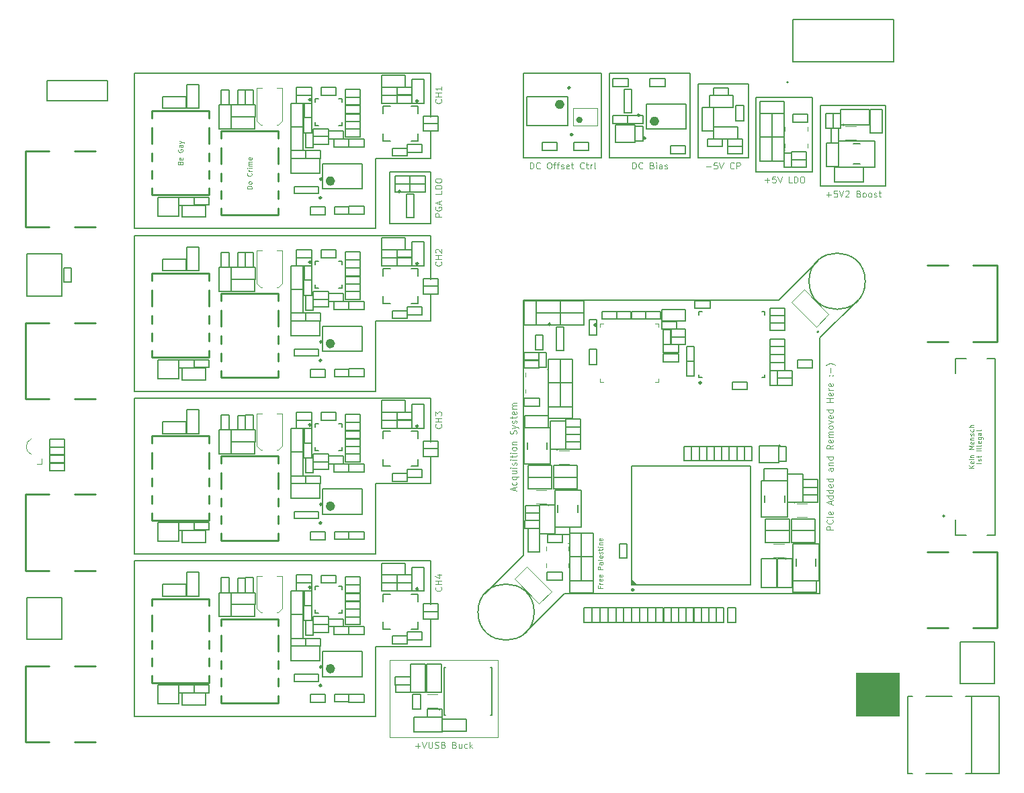
<source format=gbr>
%TF.GenerationSoftware,KiCad,Pcbnew,9.0.0*%
%TF.CreationDate,2025-04-15T14:45:55-04:00*%
%TF.ProjectId,Thunderscope_Rev5,5468756e-6465-4727-9363-6f70655f5265,rev?*%
%TF.SameCoordinates,Original*%
%TF.FileFunction,Legend,Top*%
%TF.FilePolarity,Positive*%
%FSLAX46Y46*%
G04 Gerber Fmt 4.6, Leading zero omitted, Abs format (unit mm)*
G04 Created by KiCad (PCBNEW 9.0.0) date 2025-04-15 14:45:55*
%MOMM*%
%LPD*%
G01*
G04 APERTURE LIST*
%ADD10C,0.150000*%
%ADD11C,0.100000*%
%ADD12C,0.120000*%
%ADD13C,0.127000*%
%ADD14C,0.254000*%
%ADD15C,0.200000*%
%ADD16C,0.250000*%
%ADD17C,0.600000*%
%ADD18C,0.155000*%
%ADD19C,0.400000*%
%ADD20C,0.000000*%
G04 APERTURE END LIST*
D10*
X100832395Y-79550990D02*
X131232395Y-79550990D01*
X132951096Y-72408600D02*
X138151095Y-72408600D01*
X138151095Y-78908600D01*
X132951096Y-78908600D01*
X132951096Y-72408600D01*
X131232395Y-141050990D02*
X131232395Y-132228600D01*
X138151095Y-65428600D02*
X138151095Y-59950990D01*
X100832395Y-100050990D02*
X131232395Y-100050990D01*
X138151095Y-91228600D02*
X138151095Y-87778600D01*
X131232395Y-91228600D02*
X138151095Y-91228600D01*
D11*
X132951095Y-133953600D02*
X146601095Y-133953600D01*
X146601095Y-143703596D01*
X132951095Y-143703596D01*
X132951095Y-133953600D01*
D10*
X100832395Y-80450990D02*
X100832395Y-100050990D01*
X100832395Y-100950990D02*
X100832395Y-120550990D01*
X179156072Y-63028598D02*
X186256072Y-63028598D01*
X186256072Y-72403600D01*
X179156072Y-72403600D01*
X179156072Y-63028598D01*
X100832395Y-59950990D02*
X100832395Y-79550990D01*
X100832395Y-121450990D02*
X100832395Y-141050990D01*
X171831072Y-61278599D02*
X178156072Y-61278599D01*
X178156072Y-70653600D01*
X171831072Y-70653600D01*
X171831072Y-61278599D01*
X138151095Y-126928600D02*
X138151095Y-121450990D01*
X100832395Y-80450990D02*
X138151095Y-80450990D01*
X100832395Y-120550990D02*
X131232395Y-120550990D01*
X131232395Y-79550990D02*
X131232395Y-70728600D01*
X138151095Y-132228600D02*
X138151095Y-128778600D01*
X131232395Y-132228600D02*
X138151095Y-132228600D01*
X131232395Y-100050990D02*
X131232395Y-91228600D01*
X100832395Y-59950990D02*
X138151095Y-59950990D01*
X138151095Y-70728600D02*
X138151095Y-67278600D01*
X138151095Y-85928600D02*
X138151095Y-80450990D01*
X149801095Y-59953600D02*
X159631072Y-59953600D01*
X159631072Y-70653600D01*
X149801095Y-70653600D01*
X149801095Y-59953600D01*
X138151095Y-106428600D02*
X138151095Y-100950990D01*
X131232395Y-70728600D02*
X138151095Y-70728600D01*
X138151095Y-111728600D02*
X138151095Y-108278600D01*
X100832395Y-121450990D02*
X138151095Y-121450990D01*
X100832395Y-100950990D02*
X138151095Y-100950990D01*
G36*
X191776095Y-135553600D02*
G01*
X197276095Y-135553600D01*
X197276095Y-141053600D01*
X191776095Y-141053600D01*
X191776095Y-135553600D01*
G37*
D11*
X146601095Y-141903600D02*
X146601094Y-133953600D01*
D10*
X100832395Y-141050990D02*
X131232395Y-141050990D01*
X160631072Y-59953602D02*
X170831072Y-59953602D01*
X170831072Y-70653600D01*
X160631072Y-70653600D01*
X160631072Y-59953602D01*
X131232395Y-111728600D02*
X138151095Y-111728600D01*
X131232395Y-120550990D02*
X131232395Y-111728600D01*
X187256072Y-64028598D02*
X195506071Y-64028598D01*
X195506071Y-74208599D01*
X187256072Y-74208599D01*
X187256072Y-64028598D01*
D11*
X139515990Y-78058599D02*
X138715990Y-78058599D01*
X138715990Y-78058599D02*
X138715990Y-77753837D01*
X138715990Y-77753837D02*
X138754085Y-77677647D01*
X138754085Y-77677647D02*
X138792180Y-77639552D01*
X138792180Y-77639552D02*
X138868371Y-77601456D01*
X138868371Y-77601456D02*
X138982656Y-77601456D01*
X138982656Y-77601456D02*
X139058847Y-77639552D01*
X139058847Y-77639552D02*
X139096942Y-77677647D01*
X139096942Y-77677647D02*
X139135037Y-77753837D01*
X139135037Y-77753837D02*
X139135037Y-78058599D01*
X138754085Y-76839552D02*
X138715990Y-76915742D01*
X138715990Y-76915742D02*
X138715990Y-77030028D01*
X138715990Y-77030028D02*
X138754085Y-77144314D01*
X138754085Y-77144314D02*
X138830275Y-77220504D01*
X138830275Y-77220504D02*
X138906466Y-77258599D01*
X138906466Y-77258599D02*
X139058847Y-77296695D01*
X139058847Y-77296695D02*
X139173133Y-77296695D01*
X139173133Y-77296695D02*
X139325514Y-77258599D01*
X139325514Y-77258599D02*
X139401704Y-77220504D01*
X139401704Y-77220504D02*
X139477895Y-77144314D01*
X139477895Y-77144314D02*
X139515990Y-77030028D01*
X139515990Y-77030028D02*
X139515990Y-76953837D01*
X139515990Y-76953837D02*
X139477895Y-76839552D01*
X139477895Y-76839552D02*
X139439799Y-76801456D01*
X139439799Y-76801456D02*
X139173133Y-76801456D01*
X139173133Y-76801456D02*
X139173133Y-76953837D01*
X139287418Y-76496695D02*
X139287418Y-76115742D01*
X139515990Y-76572885D02*
X138715990Y-76306218D01*
X138715990Y-76306218D02*
X139515990Y-76039552D01*
X139515990Y-74782409D02*
X139515990Y-75163361D01*
X139515990Y-75163361D02*
X138715990Y-75163361D01*
X139515990Y-74515742D02*
X138715990Y-74515742D01*
X138715990Y-74515742D02*
X138715990Y-74325266D01*
X138715990Y-74325266D02*
X138754085Y-74210980D01*
X138754085Y-74210980D02*
X138830275Y-74134790D01*
X138830275Y-74134790D02*
X138906466Y-74096695D01*
X138906466Y-74096695D02*
X139058847Y-74058599D01*
X139058847Y-74058599D02*
X139173133Y-74058599D01*
X139173133Y-74058599D02*
X139325514Y-74096695D01*
X139325514Y-74096695D02*
X139401704Y-74134790D01*
X139401704Y-74134790D02*
X139477895Y-74210980D01*
X139477895Y-74210980D02*
X139515990Y-74325266D01*
X139515990Y-74325266D02*
X139515990Y-74515742D01*
X138715990Y-73563361D02*
X138715990Y-73410980D01*
X138715990Y-73410980D02*
X138754085Y-73334790D01*
X138754085Y-73334790D02*
X138830275Y-73258599D01*
X138830275Y-73258599D02*
X138982656Y-73220504D01*
X138982656Y-73220504D02*
X139249323Y-73220504D01*
X139249323Y-73220504D02*
X139401704Y-73258599D01*
X139401704Y-73258599D02*
X139477895Y-73334790D01*
X139477895Y-73334790D02*
X139515990Y-73410980D01*
X139515990Y-73410980D02*
X139515990Y-73563361D01*
X139515990Y-73563361D02*
X139477895Y-73639552D01*
X139477895Y-73639552D02*
X139401704Y-73715742D01*
X139401704Y-73715742D02*
X139249323Y-73753838D01*
X139249323Y-73753838D02*
X138982656Y-73753838D01*
X138982656Y-73753838D02*
X138830275Y-73715742D01*
X138830275Y-73715742D02*
X138754085Y-73639552D01*
X138754085Y-73639552D02*
X138715990Y-73563361D01*
X136195143Y-144763729D02*
X136804667Y-144763729D01*
X136499905Y-145068491D02*
X136499905Y-144458967D01*
X137071333Y-144268491D02*
X137338000Y-145068491D01*
X137338000Y-145068491D02*
X137604666Y-144268491D01*
X137871333Y-144268491D02*
X137871333Y-144916110D01*
X137871333Y-144916110D02*
X137909428Y-144992300D01*
X137909428Y-144992300D02*
X137947523Y-145030396D01*
X137947523Y-145030396D02*
X138023714Y-145068491D01*
X138023714Y-145068491D02*
X138176095Y-145068491D01*
X138176095Y-145068491D02*
X138252285Y-145030396D01*
X138252285Y-145030396D02*
X138290380Y-144992300D01*
X138290380Y-144992300D02*
X138328476Y-144916110D01*
X138328476Y-144916110D02*
X138328476Y-144268491D01*
X138671332Y-145030396D02*
X138785618Y-145068491D01*
X138785618Y-145068491D02*
X138976094Y-145068491D01*
X138976094Y-145068491D02*
X139052285Y-145030396D01*
X139052285Y-145030396D02*
X139090380Y-144992300D01*
X139090380Y-144992300D02*
X139128475Y-144916110D01*
X139128475Y-144916110D02*
X139128475Y-144839919D01*
X139128475Y-144839919D02*
X139090380Y-144763729D01*
X139090380Y-144763729D02*
X139052285Y-144725634D01*
X139052285Y-144725634D02*
X138976094Y-144687538D01*
X138976094Y-144687538D02*
X138823713Y-144649443D01*
X138823713Y-144649443D02*
X138747523Y-144611348D01*
X138747523Y-144611348D02*
X138709428Y-144573253D01*
X138709428Y-144573253D02*
X138671332Y-144497062D01*
X138671332Y-144497062D02*
X138671332Y-144420872D01*
X138671332Y-144420872D02*
X138709428Y-144344681D01*
X138709428Y-144344681D02*
X138747523Y-144306586D01*
X138747523Y-144306586D02*
X138823713Y-144268491D01*
X138823713Y-144268491D02*
X139014190Y-144268491D01*
X139014190Y-144268491D02*
X139128475Y-144306586D01*
X139737999Y-144649443D02*
X139852285Y-144687538D01*
X139852285Y-144687538D02*
X139890380Y-144725634D01*
X139890380Y-144725634D02*
X139928476Y-144801824D01*
X139928476Y-144801824D02*
X139928476Y-144916110D01*
X139928476Y-144916110D02*
X139890380Y-144992300D01*
X139890380Y-144992300D02*
X139852285Y-145030396D01*
X139852285Y-145030396D02*
X139776095Y-145068491D01*
X139776095Y-145068491D02*
X139471333Y-145068491D01*
X139471333Y-145068491D02*
X139471333Y-144268491D01*
X139471333Y-144268491D02*
X139737999Y-144268491D01*
X139737999Y-144268491D02*
X139814190Y-144306586D01*
X139814190Y-144306586D02*
X139852285Y-144344681D01*
X139852285Y-144344681D02*
X139890380Y-144420872D01*
X139890380Y-144420872D02*
X139890380Y-144497062D01*
X139890380Y-144497062D02*
X139852285Y-144573253D01*
X139852285Y-144573253D02*
X139814190Y-144611348D01*
X139814190Y-144611348D02*
X139737999Y-144649443D01*
X139737999Y-144649443D02*
X139471333Y-144649443D01*
X141147523Y-144649443D02*
X141261809Y-144687538D01*
X141261809Y-144687538D02*
X141299904Y-144725634D01*
X141299904Y-144725634D02*
X141338000Y-144801824D01*
X141338000Y-144801824D02*
X141338000Y-144916110D01*
X141338000Y-144916110D02*
X141299904Y-144992300D01*
X141299904Y-144992300D02*
X141261809Y-145030396D01*
X141261809Y-145030396D02*
X141185619Y-145068491D01*
X141185619Y-145068491D02*
X140880857Y-145068491D01*
X140880857Y-145068491D02*
X140880857Y-144268491D01*
X140880857Y-144268491D02*
X141147523Y-144268491D01*
X141147523Y-144268491D02*
X141223714Y-144306586D01*
X141223714Y-144306586D02*
X141261809Y-144344681D01*
X141261809Y-144344681D02*
X141299904Y-144420872D01*
X141299904Y-144420872D02*
X141299904Y-144497062D01*
X141299904Y-144497062D02*
X141261809Y-144573253D01*
X141261809Y-144573253D02*
X141223714Y-144611348D01*
X141223714Y-144611348D02*
X141147523Y-144649443D01*
X141147523Y-144649443D02*
X140880857Y-144649443D01*
X142023714Y-144535157D02*
X142023714Y-145068491D01*
X141680857Y-144535157D02*
X141680857Y-144954205D01*
X141680857Y-144954205D02*
X141718952Y-145030396D01*
X141718952Y-145030396D02*
X141795142Y-145068491D01*
X141795142Y-145068491D02*
X141909428Y-145068491D01*
X141909428Y-145068491D02*
X141985619Y-145030396D01*
X141985619Y-145030396D02*
X142023714Y-144992300D01*
X142747524Y-145030396D02*
X142671333Y-145068491D01*
X142671333Y-145068491D02*
X142518952Y-145068491D01*
X142518952Y-145068491D02*
X142442762Y-145030396D01*
X142442762Y-145030396D02*
X142404667Y-144992300D01*
X142404667Y-144992300D02*
X142366571Y-144916110D01*
X142366571Y-144916110D02*
X142366571Y-144687538D01*
X142366571Y-144687538D02*
X142404667Y-144611348D01*
X142404667Y-144611348D02*
X142442762Y-144573253D01*
X142442762Y-144573253D02*
X142518952Y-144535157D01*
X142518952Y-144535157D02*
X142671333Y-144535157D01*
X142671333Y-144535157D02*
X142747524Y-144573253D01*
X143090381Y-145068491D02*
X143090381Y-144268491D01*
X143166571Y-144763729D02*
X143395143Y-145068491D01*
X143395143Y-144535157D02*
X143090381Y-144839919D01*
X139439799Y-104239565D02*
X139477895Y-104277661D01*
X139477895Y-104277661D02*
X139515990Y-104391946D01*
X139515990Y-104391946D02*
X139515990Y-104468137D01*
X139515990Y-104468137D02*
X139477895Y-104582423D01*
X139477895Y-104582423D02*
X139401704Y-104658613D01*
X139401704Y-104658613D02*
X139325514Y-104696708D01*
X139325514Y-104696708D02*
X139173133Y-104734804D01*
X139173133Y-104734804D02*
X139058847Y-104734804D01*
X139058847Y-104734804D02*
X138906466Y-104696708D01*
X138906466Y-104696708D02*
X138830275Y-104658613D01*
X138830275Y-104658613D02*
X138754085Y-104582423D01*
X138754085Y-104582423D02*
X138715990Y-104468137D01*
X138715990Y-104468137D02*
X138715990Y-104391946D01*
X138715990Y-104391946D02*
X138754085Y-104277661D01*
X138754085Y-104277661D02*
X138792180Y-104239565D01*
X139515990Y-103896708D02*
X138715990Y-103896708D01*
X139096942Y-103896708D02*
X139096942Y-103439565D01*
X139515990Y-103439565D02*
X138715990Y-103439565D01*
X138715990Y-103134804D02*
X138715990Y-102639566D01*
X138715990Y-102639566D02*
X139020752Y-102906232D01*
X139020752Y-102906232D02*
X139020752Y-102791947D01*
X139020752Y-102791947D02*
X139058847Y-102715756D01*
X139058847Y-102715756D02*
X139096942Y-102677661D01*
X139096942Y-102677661D02*
X139173133Y-102639566D01*
X139173133Y-102639566D02*
X139363609Y-102639566D01*
X139363609Y-102639566D02*
X139439799Y-102677661D01*
X139439799Y-102677661D02*
X139477895Y-102715756D01*
X139477895Y-102715756D02*
X139515990Y-102791947D01*
X139515990Y-102791947D02*
X139515990Y-103020518D01*
X139515990Y-103020518D02*
X139477895Y-103096709D01*
X139477895Y-103096709D02*
X139439799Y-103134804D01*
D12*
X159483140Y-124667885D02*
X159483140Y-124867885D01*
X159797426Y-124867885D02*
X159197426Y-124867885D01*
X159197426Y-124867885D02*
X159197426Y-124582171D01*
X159797426Y-124353599D02*
X159397426Y-124353599D01*
X159511712Y-124353599D02*
X159454569Y-124325028D01*
X159454569Y-124325028D02*
X159425997Y-124296457D01*
X159425997Y-124296457D02*
X159397426Y-124239314D01*
X159397426Y-124239314D02*
X159397426Y-124182171D01*
X159768855Y-123753599D02*
X159797426Y-123810742D01*
X159797426Y-123810742D02*
X159797426Y-123925028D01*
X159797426Y-123925028D02*
X159768855Y-123982170D01*
X159768855Y-123982170D02*
X159711712Y-124010742D01*
X159711712Y-124010742D02*
X159483140Y-124010742D01*
X159483140Y-124010742D02*
X159425997Y-123982170D01*
X159425997Y-123982170D02*
X159397426Y-123925028D01*
X159397426Y-123925028D02*
X159397426Y-123810742D01*
X159397426Y-123810742D02*
X159425997Y-123753599D01*
X159425997Y-123753599D02*
X159483140Y-123725028D01*
X159483140Y-123725028D02*
X159540283Y-123725028D01*
X159540283Y-123725028D02*
X159597426Y-124010742D01*
X159768855Y-123239313D02*
X159797426Y-123296456D01*
X159797426Y-123296456D02*
X159797426Y-123410742D01*
X159797426Y-123410742D02*
X159768855Y-123467884D01*
X159768855Y-123467884D02*
X159711712Y-123496456D01*
X159711712Y-123496456D02*
X159483140Y-123496456D01*
X159483140Y-123496456D02*
X159425997Y-123467884D01*
X159425997Y-123467884D02*
X159397426Y-123410742D01*
X159397426Y-123410742D02*
X159397426Y-123296456D01*
X159397426Y-123296456D02*
X159425997Y-123239313D01*
X159425997Y-123239313D02*
X159483140Y-123210742D01*
X159483140Y-123210742D02*
X159540283Y-123210742D01*
X159540283Y-123210742D02*
X159597426Y-123496456D01*
X159797426Y-122496455D02*
X159197426Y-122496455D01*
X159197426Y-122496455D02*
X159197426Y-122267884D01*
X159197426Y-122267884D02*
X159225997Y-122210741D01*
X159225997Y-122210741D02*
X159254569Y-122182170D01*
X159254569Y-122182170D02*
X159311712Y-122153598D01*
X159311712Y-122153598D02*
X159397426Y-122153598D01*
X159397426Y-122153598D02*
X159454569Y-122182170D01*
X159454569Y-122182170D02*
X159483140Y-122210741D01*
X159483140Y-122210741D02*
X159511712Y-122267884D01*
X159511712Y-122267884D02*
X159511712Y-122496455D01*
X159797426Y-121639313D02*
X159483140Y-121639313D01*
X159483140Y-121639313D02*
X159425997Y-121667884D01*
X159425997Y-121667884D02*
X159397426Y-121725027D01*
X159397426Y-121725027D02*
X159397426Y-121839313D01*
X159397426Y-121839313D02*
X159425997Y-121896455D01*
X159768855Y-121639313D02*
X159797426Y-121696455D01*
X159797426Y-121696455D02*
X159797426Y-121839313D01*
X159797426Y-121839313D02*
X159768855Y-121896455D01*
X159768855Y-121896455D02*
X159711712Y-121925027D01*
X159711712Y-121925027D02*
X159654569Y-121925027D01*
X159654569Y-121925027D02*
X159597426Y-121896455D01*
X159597426Y-121896455D02*
X159568855Y-121839313D01*
X159568855Y-121839313D02*
X159568855Y-121696455D01*
X159568855Y-121696455D02*
X159540283Y-121639313D01*
X159797426Y-121267884D02*
X159768855Y-121325027D01*
X159768855Y-121325027D02*
X159711712Y-121353598D01*
X159711712Y-121353598D02*
X159197426Y-121353598D01*
X159768855Y-120810741D02*
X159797426Y-120867884D01*
X159797426Y-120867884D02*
X159797426Y-120982170D01*
X159797426Y-120982170D02*
X159768855Y-121039312D01*
X159768855Y-121039312D02*
X159711712Y-121067884D01*
X159711712Y-121067884D02*
X159483140Y-121067884D01*
X159483140Y-121067884D02*
X159425997Y-121039312D01*
X159425997Y-121039312D02*
X159397426Y-120982170D01*
X159397426Y-120982170D02*
X159397426Y-120867884D01*
X159397426Y-120867884D02*
X159425997Y-120810741D01*
X159425997Y-120810741D02*
X159483140Y-120782170D01*
X159483140Y-120782170D02*
X159540283Y-120782170D01*
X159540283Y-120782170D02*
X159597426Y-121067884D01*
X159768855Y-120553598D02*
X159797426Y-120496455D01*
X159797426Y-120496455D02*
X159797426Y-120382169D01*
X159797426Y-120382169D02*
X159768855Y-120325026D01*
X159768855Y-120325026D02*
X159711712Y-120296455D01*
X159711712Y-120296455D02*
X159683140Y-120296455D01*
X159683140Y-120296455D02*
X159625997Y-120325026D01*
X159625997Y-120325026D02*
X159597426Y-120382169D01*
X159597426Y-120382169D02*
X159597426Y-120467884D01*
X159597426Y-120467884D02*
X159568855Y-120525026D01*
X159568855Y-120525026D02*
X159511712Y-120553598D01*
X159511712Y-120553598D02*
X159483140Y-120553598D01*
X159483140Y-120553598D02*
X159425997Y-120525026D01*
X159425997Y-120525026D02*
X159397426Y-120467884D01*
X159397426Y-120467884D02*
X159397426Y-120382169D01*
X159397426Y-120382169D02*
X159425997Y-120325026D01*
X159397426Y-120125027D02*
X159397426Y-119896455D01*
X159197426Y-120039312D02*
X159711712Y-120039312D01*
X159711712Y-120039312D02*
X159768855Y-120010741D01*
X159768855Y-120010741D02*
X159797426Y-119953598D01*
X159797426Y-119953598D02*
X159797426Y-119896455D01*
X159797426Y-119696455D02*
X159397426Y-119696455D01*
X159197426Y-119696455D02*
X159225997Y-119725027D01*
X159225997Y-119725027D02*
X159254569Y-119696455D01*
X159254569Y-119696455D02*
X159225997Y-119667884D01*
X159225997Y-119667884D02*
X159197426Y-119696455D01*
X159197426Y-119696455D02*
X159254569Y-119696455D01*
X159397426Y-119410741D02*
X159797426Y-119410741D01*
X159454569Y-119410741D02*
X159425997Y-119382170D01*
X159425997Y-119382170D02*
X159397426Y-119325027D01*
X159397426Y-119325027D02*
X159397426Y-119239313D01*
X159397426Y-119239313D02*
X159425997Y-119182170D01*
X159425997Y-119182170D02*
X159483140Y-119153599D01*
X159483140Y-119153599D02*
X159797426Y-119153599D01*
X159768855Y-118639313D02*
X159797426Y-118696456D01*
X159797426Y-118696456D02*
X159797426Y-118810742D01*
X159797426Y-118810742D02*
X159768855Y-118867884D01*
X159768855Y-118867884D02*
X159711712Y-118896456D01*
X159711712Y-118896456D02*
X159483140Y-118896456D01*
X159483140Y-118896456D02*
X159425997Y-118867884D01*
X159425997Y-118867884D02*
X159397426Y-118810742D01*
X159397426Y-118810742D02*
X159397426Y-118696456D01*
X159397426Y-118696456D02*
X159425997Y-118639313D01*
X159425997Y-118639313D02*
X159483140Y-118610742D01*
X159483140Y-118610742D02*
X159540283Y-118610742D01*
X159540283Y-118610742D02*
X159597426Y-118896456D01*
D11*
X148737418Y-112577410D02*
X148737418Y-112196457D01*
X148965990Y-112653600D02*
X148165990Y-112386933D01*
X148165990Y-112386933D02*
X148965990Y-112120267D01*
X148927895Y-111510743D02*
X148965990Y-111586934D01*
X148965990Y-111586934D02*
X148965990Y-111739315D01*
X148965990Y-111739315D02*
X148927895Y-111815505D01*
X148927895Y-111815505D02*
X148889799Y-111853600D01*
X148889799Y-111853600D02*
X148813609Y-111891696D01*
X148813609Y-111891696D02*
X148585037Y-111891696D01*
X148585037Y-111891696D02*
X148508847Y-111853600D01*
X148508847Y-111853600D02*
X148470752Y-111815505D01*
X148470752Y-111815505D02*
X148432656Y-111739315D01*
X148432656Y-111739315D02*
X148432656Y-111586934D01*
X148432656Y-111586934D02*
X148470752Y-111510743D01*
X148432656Y-110825029D02*
X149232656Y-110825029D01*
X148927895Y-110825029D02*
X148965990Y-110901220D01*
X148965990Y-110901220D02*
X148965990Y-111053601D01*
X148965990Y-111053601D02*
X148927895Y-111129791D01*
X148927895Y-111129791D02*
X148889799Y-111167886D01*
X148889799Y-111167886D02*
X148813609Y-111205982D01*
X148813609Y-111205982D02*
X148585037Y-111205982D01*
X148585037Y-111205982D02*
X148508847Y-111167886D01*
X148508847Y-111167886D02*
X148470752Y-111129791D01*
X148470752Y-111129791D02*
X148432656Y-111053601D01*
X148432656Y-111053601D02*
X148432656Y-110901220D01*
X148432656Y-110901220D02*
X148470752Y-110825029D01*
X148432656Y-110101219D02*
X148965990Y-110101219D01*
X148432656Y-110444076D02*
X148851704Y-110444076D01*
X148851704Y-110444076D02*
X148927895Y-110405981D01*
X148927895Y-110405981D02*
X148965990Y-110329791D01*
X148965990Y-110329791D02*
X148965990Y-110215505D01*
X148965990Y-110215505D02*
X148927895Y-110139314D01*
X148927895Y-110139314D02*
X148889799Y-110101219D01*
X148965990Y-109720266D02*
X148432656Y-109720266D01*
X148165990Y-109720266D02*
X148204085Y-109758362D01*
X148204085Y-109758362D02*
X148242180Y-109720266D01*
X148242180Y-109720266D02*
X148204085Y-109682171D01*
X148204085Y-109682171D02*
X148165990Y-109720266D01*
X148165990Y-109720266D02*
X148242180Y-109720266D01*
X148927895Y-109377410D02*
X148965990Y-109301219D01*
X148965990Y-109301219D02*
X148965990Y-109148838D01*
X148965990Y-109148838D02*
X148927895Y-109072648D01*
X148927895Y-109072648D02*
X148851704Y-109034552D01*
X148851704Y-109034552D02*
X148813609Y-109034552D01*
X148813609Y-109034552D02*
X148737418Y-109072648D01*
X148737418Y-109072648D02*
X148699323Y-109148838D01*
X148699323Y-109148838D02*
X148699323Y-109263124D01*
X148699323Y-109263124D02*
X148661228Y-109339314D01*
X148661228Y-109339314D02*
X148585037Y-109377410D01*
X148585037Y-109377410D02*
X148546942Y-109377410D01*
X148546942Y-109377410D02*
X148470752Y-109339314D01*
X148470752Y-109339314D02*
X148432656Y-109263124D01*
X148432656Y-109263124D02*
X148432656Y-109148838D01*
X148432656Y-109148838D02*
X148470752Y-109072648D01*
X148965990Y-108691695D02*
X148432656Y-108691695D01*
X148165990Y-108691695D02*
X148204085Y-108729791D01*
X148204085Y-108729791D02*
X148242180Y-108691695D01*
X148242180Y-108691695D02*
X148204085Y-108653600D01*
X148204085Y-108653600D02*
X148165990Y-108691695D01*
X148165990Y-108691695D02*
X148242180Y-108691695D01*
X148432656Y-108425029D02*
X148432656Y-108120267D01*
X148165990Y-108310743D02*
X148851704Y-108310743D01*
X148851704Y-108310743D02*
X148927895Y-108272648D01*
X148927895Y-108272648D02*
X148965990Y-108196458D01*
X148965990Y-108196458D02*
X148965990Y-108120267D01*
X148965990Y-107853600D02*
X148432656Y-107853600D01*
X148165990Y-107853600D02*
X148204085Y-107891696D01*
X148204085Y-107891696D02*
X148242180Y-107853600D01*
X148242180Y-107853600D02*
X148204085Y-107815505D01*
X148204085Y-107815505D02*
X148165990Y-107853600D01*
X148165990Y-107853600D02*
X148242180Y-107853600D01*
X148965990Y-107358363D02*
X148927895Y-107434553D01*
X148927895Y-107434553D02*
X148889799Y-107472648D01*
X148889799Y-107472648D02*
X148813609Y-107510744D01*
X148813609Y-107510744D02*
X148585037Y-107510744D01*
X148585037Y-107510744D02*
X148508847Y-107472648D01*
X148508847Y-107472648D02*
X148470752Y-107434553D01*
X148470752Y-107434553D02*
X148432656Y-107358363D01*
X148432656Y-107358363D02*
X148432656Y-107244077D01*
X148432656Y-107244077D02*
X148470752Y-107167886D01*
X148470752Y-107167886D02*
X148508847Y-107129791D01*
X148508847Y-107129791D02*
X148585037Y-107091696D01*
X148585037Y-107091696D02*
X148813609Y-107091696D01*
X148813609Y-107091696D02*
X148889799Y-107129791D01*
X148889799Y-107129791D02*
X148927895Y-107167886D01*
X148927895Y-107167886D02*
X148965990Y-107244077D01*
X148965990Y-107244077D02*
X148965990Y-107358363D01*
X148432656Y-106748838D02*
X148965990Y-106748838D01*
X148508847Y-106748838D02*
X148470752Y-106710743D01*
X148470752Y-106710743D02*
X148432656Y-106634553D01*
X148432656Y-106634553D02*
X148432656Y-106520267D01*
X148432656Y-106520267D02*
X148470752Y-106444076D01*
X148470752Y-106444076D02*
X148546942Y-106405981D01*
X148546942Y-106405981D02*
X148965990Y-106405981D01*
X148927895Y-105453600D02*
X148965990Y-105339314D01*
X148965990Y-105339314D02*
X148965990Y-105148838D01*
X148965990Y-105148838D02*
X148927895Y-105072647D01*
X148927895Y-105072647D02*
X148889799Y-105034552D01*
X148889799Y-105034552D02*
X148813609Y-104996457D01*
X148813609Y-104996457D02*
X148737418Y-104996457D01*
X148737418Y-104996457D02*
X148661228Y-105034552D01*
X148661228Y-105034552D02*
X148623133Y-105072647D01*
X148623133Y-105072647D02*
X148585037Y-105148838D01*
X148585037Y-105148838D02*
X148546942Y-105301219D01*
X148546942Y-105301219D02*
X148508847Y-105377409D01*
X148508847Y-105377409D02*
X148470752Y-105415504D01*
X148470752Y-105415504D02*
X148394561Y-105453600D01*
X148394561Y-105453600D02*
X148318371Y-105453600D01*
X148318371Y-105453600D02*
X148242180Y-105415504D01*
X148242180Y-105415504D02*
X148204085Y-105377409D01*
X148204085Y-105377409D02*
X148165990Y-105301219D01*
X148165990Y-105301219D02*
X148165990Y-105110742D01*
X148165990Y-105110742D02*
X148204085Y-104996457D01*
X148432656Y-104729790D02*
X148965990Y-104539314D01*
X148432656Y-104348837D02*
X148965990Y-104539314D01*
X148965990Y-104539314D02*
X149156466Y-104615504D01*
X149156466Y-104615504D02*
X149194561Y-104653599D01*
X149194561Y-104653599D02*
X149232656Y-104729790D01*
X148927895Y-104082171D02*
X148965990Y-104005980D01*
X148965990Y-104005980D02*
X148965990Y-103853599D01*
X148965990Y-103853599D02*
X148927895Y-103777409D01*
X148927895Y-103777409D02*
X148851704Y-103739313D01*
X148851704Y-103739313D02*
X148813609Y-103739313D01*
X148813609Y-103739313D02*
X148737418Y-103777409D01*
X148737418Y-103777409D02*
X148699323Y-103853599D01*
X148699323Y-103853599D02*
X148699323Y-103967885D01*
X148699323Y-103967885D02*
X148661228Y-104044075D01*
X148661228Y-104044075D02*
X148585037Y-104082171D01*
X148585037Y-104082171D02*
X148546942Y-104082171D01*
X148546942Y-104082171D02*
X148470752Y-104044075D01*
X148470752Y-104044075D02*
X148432656Y-103967885D01*
X148432656Y-103967885D02*
X148432656Y-103853599D01*
X148432656Y-103853599D02*
X148470752Y-103777409D01*
X148432656Y-103510742D02*
X148432656Y-103205980D01*
X148165990Y-103396456D02*
X148851704Y-103396456D01*
X148851704Y-103396456D02*
X148927895Y-103358361D01*
X148927895Y-103358361D02*
X148965990Y-103282171D01*
X148965990Y-103282171D02*
X148965990Y-103205980D01*
X148927895Y-102634551D02*
X148965990Y-102710742D01*
X148965990Y-102710742D02*
X148965990Y-102863123D01*
X148965990Y-102863123D02*
X148927895Y-102939313D01*
X148927895Y-102939313D02*
X148851704Y-102977409D01*
X148851704Y-102977409D02*
X148546942Y-102977409D01*
X148546942Y-102977409D02*
X148470752Y-102939313D01*
X148470752Y-102939313D02*
X148432656Y-102863123D01*
X148432656Y-102863123D02*
X148432656Y-102710742D01*
X148432656Y-102710742D02*
X148470752Y-102634551D01*
X148470752Y-102634551D02*
X148546942Y-102596456D01*
X148546942Y-102596456D02*
X148623133Y-102596456D01*
X148623133Y-102596456D02*
X148699323Y-102977409D01*
X148965990Y-102253599D02*
X148432656Y-102253599D01*
X148508847Y-102253599D02*
X148470752Y-102215504D01*
X148470752Y-102215504D02*
X148432656Y-102139314D01*
X148432656Y-102139314D02*
X148432656Y-102025028D01*
X148432656Y-102025028D02*
X148470752Y-101948837D01*
X148470752Y-101948837D02*
X148546942Y-101910742D01*
X148546942Y-101910742D02*
X148965990Y-101910742D01*
X148546942Y-101910742D02*
X148470752Y-101872647D01*
X148470752Y-101872647D02*
X148432656Y-101796456D01*
X148432656Y-101796456D02*
X148432656Y-101682171D01*
X148432656Y-101682171D02*
X148470752Y-101605980D01*
X148470752Y-101605980D02*
X148546942Y-101567885D01*
X148546942Y-101567885D02*
X148965990Y-101567885D01*
X172860239Y-71713733D02*
X173469763Y-71713733D01*
X174231667Y-71218495D02*
X173850715Y-71218495D01*
X173850715Y-71218495D02*
X173812619Y-71599447D01*
X173812619Y-71599447D02*
X173850715Y-71561352D01*
X173850715Y-71561352D02*
X173926905Y-71523257D01*
X173926905Y-71523257D02*
X174117381Y-71523257D01*
X174117381Y-71523257D02*
X174193572Y-71561352D01*
X174193572Y-71561352D02*
X174231667Y-71599447D01*
X174231667Y-71599447D02*
X174269762Y-71675638D01*
X174269762Y-71675638D02*
X174269762Y-71866114D01*
X174269762Y-71866114D02*
X174231667Y-71942304D01*
X174231667Y-71942304D02*
X174193572Y-71980400D01*
X174193572Y-71980400D02*
X174117381Y-72018495D01*
X174117381Y-72018495D02*
X173926905Y-72018495D01*
X173926905Y-72018495D02*
X173850715Y-71980400D01*
X173850715Y-71980400D02*
X173812619Y-71942304D01*
X174498334Y-71218495D02*
X174765001Y-72018495D01*
X174765001Y-72018495D02*
X175031667Y-71218495D01*
X176365001Y-71942304D02*
X176326905Y-71980400D01*
X176326905Y-71980400D02*
X176212620Y-72018495D01*
X176212620Y-72018495D02*
X176136429Y-72018495D01*
X176136429Y-72018495D02*
X176022143Y-71980400D01*
X176022143Y-71980400D02*
X175945953Y-71904209D01*
X175945953Y-71904209D02*
X175907858Y-71828019D01*
X175907858Y-71828019D02*
X175869762Y-71675638D01*
X175869762Y-71675638D02*
X175869762Y-71561352D01*
X175869762Y-71561352D02*
X175907858Y-71408971D01*
X175907858Y-71408971D02*
X175945953Y-71332780D01*
X175945953Y-71332780D02*
X176022143Y-71256590D01*
X176022143Y-71256590D02*
X176136429Y-71218495D01*
X176136429Y-71218495D02*
X176212620Y-71218495D01*
X176212620Y-71218495D02*
X176326905Y-71256590D01*
X176326905Y-71256590D02*
X176365001Y-71294685D01*
X176707858Y-72018495D02*
X176707858Y-71218495D01*
X176707858Y-71218495D02*
X177012620Y-71218495D01*
X177012620Y-71218495D02*
X177088810Y-71256590D01*
X177088810Y-71256590D02*
X177126905Y-71294685D01*
X177126905Y-71294685D02*
X177165001Y-71370876D01*
X177165001Y-71370876D02*
X177165001Y-71485161D01*
X177165001Y-71485161D02*
X177126905Y-71561352D01*
X177126905Y-71561352D02*
X177088810Y-71599447D01*
X177088810Y-71599447D02*
X177012620Y-71637542D01*
X177012620Y-71637542D02*
X176707858Y-71637542D01*
X180229882Y-73463733D02*
X180839406Y-73463733D01*
X180534644Y-73768495D02*
X180534644Y-73158971D01*
X181601310Y-72968495D02*
X181220358Y-72968495D01*
X181220358Y-72968495D02*
X181182262Y-73349447D01*
X181182262Y-73349447D02*
X181220358Y-73311352D01*
X181220358Y-73311352D02*
X181296548Y-73273257D01*
X181296548Y-73273257D02*
X181487024Y-73273257D01*
X181487024Y-73273257D02*
X181563215Y-73311352D01*
X181563215Y-73311352D02*
X181601310Y-73349447D01*
X181601310Y-73349447D02*
X181639405Y-73425638D01*
X181639405Y-73425638D02*
X181639405Y-73616114D01*
X181639405Y-73616114D02*
X181601310Y-73692304D01*
X181601310Y-73692304D02*
X181563215Y-73730400D01*
X181563215Y-73730400D02*
X181487024Y-73768495D01*
X181487024Y-73768495D02*
X181296548Y-73768495D01*
X181296548Y-73768495D02*
X181220358Y-73730400D01*
X181220358Y-73730400D02*
X181182262Y-73692304D01*
X181867977Y-72968495D02*
X182134644Y-73768495D01*
X182134644Y-73768495D02*
X182401310Y-72968495D01*
X183658453Y-73768495D02*
X183277501Y-73768495D01*
X183277501Y-73768495D02*
X183277501Y-72968495D01*
X183925120Y-73768495D02*
X183925120Y-72968495D01*
X183925120Y-72968495D02*
X184115596Y-72968495D01*
X184115596Y-72968495D02*
X184229882Y-73006590D01*
X184229882Y-73006590D02*
X184306072Y-73082780D01*
X184306072Y-73082780D02*
X184344167Y-73158971D01*
X184344167Y-73158971D02*
X184382263Y-73311352D01*
X184382263Y-73311352D02*
X184382263Y-73425638D01*
X184382263Y-73425638D02*
X184344167Y-73578019D01*
X184344167Y-73578019D02*
X184306072Y-73654209D01*
X184306072Y-73654209D02*
X184229882Y-73730400D01*
X184229882Y-73730400D02*
X184115596Y-73768495D01*
X184115596Y-73768495D02*
X183925120Y-73768495D01*
X184877501Y-72968495D02*
X185029882Y-72968495D01*
X185029882Y-72968495D02*
X185106072Y-73006590D01*
X185106072Y-73006590D02*
X185182263Y-73082780D01*
X185182263Y-73082780D02*
X185220358Y-73235161D01*
X185220358Y-73235161D02*
X185220358Y-73501828D01*
X185220358Y-73501828D02*
X185182263Y-73654209D01*
X185182263Y-73654209D02*
X185106072Y-73730400D01*
X185106072Y-73730400D02*
X185029882Y-73768495D01*
X185029882Y-73768495D02*
X184877501Y-73768495D01*
X184877501Y-73768495D02*
X184801310Y-73730400D01*
X184801310Y-73730400D02*
X184725120Y-73654209D01*
X184725120Y-73654209D02*
X184687024Y-73501828D01*
X184687024Y-73501828D02*
X184687024Y-73235161D01*
X184687024Y-73235161D02*
X184725120Y-73082780D01*
X184725120Y-73082780D02*
X184801310Y-73006590D01*
X184801310Y-73006590D02*
X184877501Y-72968495D01*
X139439799Y-83739565D02*
X139477895Y-83777661D01*
X139477895Y-83777661D02*
X139515990Y-83891946D01*
X139515990Y-83891946D02*
X139515990Y-83968137D01*
X139515990Y-83968137D02*
X139477895Y-84082423D01*
X139477895Y-84082423D02*
X139401704Y-84158613D01*
X139401704Y-84158613D02*
X139325514Y-84196708D01*
X139325514Y-84196708D02*
X139173133Y-84234804D01*
X139173133Y-84234804D02*
X139058847Y-84234804D01*
X139058847Y-84234804D02*
X138906466Y-84196708D01*
X138906466Y-84196708D02*
X138830275Y-84158613D01*
X138830275Y-84158613D02*
X138754085Y-84082423D01*
X138754085Y-84082423D02*
X138715990Y-83968137D01*
X138715990Y-83968137D02*
X138715990Y-83891946D01*
X138715990Y-83891946D02*
X138754085Y-83777661D01*
X138754085Y-83777661D02*
X138792180Y-83739565D01*
X139515990Y-83396708D02*
X138715990Y-83396708D01*
X139096942Y-83396708D02*
X139096942Y-82939565D01*
X139515990Y-82939565D02*
X138715990Y-82939565D01*
X138792180Y-82596709D02*
X138754085Y-82558613D01*
X138754085Y-82558613D02*
X138715990Y-82482423D01*
X138715990Y-82482423D02*
X138715990Y-82291947D01*
X138715990Y-82291947D02*
X138754085Y-82215756D01*
X138754085Y-82215756D02*
X138792180Y-82177661D01*
X138792180Y-82177661D02*
X138868371Y-82139566D01*
X138868371Y-82139566D02*
X138944561Y-82139566D01*
X138944561Y-82139566D02*
X139058847Y-82177661D01*
X139058847Y-82177661D02*
X139515990Y-82634804D01*
X139515990Y-82634804D02*
X139515990Y-82139566D01*
X139439799Y-63242175D02*
X139477895Y-63280271D01*
X139477895Y-63280271D02*
X139515990Y-63394556D01*
X139515990Y-63394556D02*
X139515990Y-63470747D01*
X139515990Y-63470747D02*
X139477895Y-63585033D01*
X139477895Y-63585033D02*
X139401704Y-63661223D01*
X139401704Y-63661223D02*
X139325514Y-63699318D01*
X139325514Y-63699318D02*
X139173133Y-63737414D01*
X139173133Y-63737414D02*
X139058847Y-63737414D01*
X139058847Y-63737414D02*
X138906466Y-63699318D01*
X138906466Y-63699318D02*
X138830275Y-63661223D01*
X138830275Y-63661223D02*
X138754085Y-63585033D01*
X138754085Y-63585033D02*
X138715990Y-63470747D01*
X138715990Y-63470747D02*
X138715990Y-63394556D01*
X138715990Y-63394556D02*
X138754085Y-63280271D01*
X138754085Y-63280271D02*
X138792180Y-63242175D01*
X139515990Y-62899318D02*
X138715990Y-62899318D01*
X139096942Y-62899318D02*
X139096942Y-62442175D01*
X139515990Y-62442175D02*
X138715990Y-62442175D01*
X139515990Y-61642176D02*
X139515990Y-62099319D01*
X139515990Y-61870747D02*
X138715990Y-61870747D01*
X138715990Y-61870747D02*
X138830275Y-61946938D01*
X138830275Y-61946938D02*
X138906466Y-62023128D01*
X138906466Y-62023128D02*
X138944561Y-62099319D01*
X139439799Y-124739565D02*
X139477895Y-124777661D01*
X139477895Y-124777661D02*
X139515990Y-124891946D01*
X139515990Y-124891946D02*
X139515990Y-124968137D01*
X139515990Y-124968137D02*
X139477895Y-125082423D01*
X139477895Y-125082423D02*
X139401704Y-125158613D01*
X139401704Y-125158613D02*
X139325514Y-125196708D01*
X139325514Y-125196708D02*
X139173133Y-125234804D01*
X139173133Y-125234804D02*
X139058847Y-125234804D01*
X139058847Y-125234804D02*
X138906466Y-125196708D01*
X138906466Y-125196708D02*
X138830275Y-125158613D01*
X138830275Y-125158613D02*
X138754085Y-125082423D01*
X138754085Y-125082423D02*
X138715990Y-124968137D01*
X138715990Y-124968137D02*
X138715990Y-124891946D01*
X138715990Y-124891946D02*
X138754085Y-124777661D01*
X138754085Y-124777661D02*
X138792180Y-124739565D01*
X139515990Y-124396708D02*
X138715990Y-124396708D01*
X139096942Y-124396708D02*
X139096942Y-123939565D01*
X139515990Y-123939565D02*
X138715990Y-123939565D01*
X138982656Y-123215756D02*
X139515990Y-123215756D01*
X138677895Y-123406232D02*
X139249323Y-123596709D01*
X139249323Y-123596709D02*
X139249323Y-123101470D01*
D12*
X206564443Y-109753599D02*
X205964443Y-109753599D01*
X206564443Y-109410742D02*
X206221586Y-109667885D01*
X205964443Y-109410742D02*
X206307300Y-109753599D01*
X206535872Y-108925028D02*
X206564443Y-108982171D01*
X206564443Y-108982171D02*
X206564443Y-109096457D01*
X206564443Y-109096457D02*
X206535872Y-109153599D01*
X206535872Y-109153599D02*
X206478729Y-109182171D01*
X206478729Y-109182171D02*
X206250157Y-109182171D01*
X206250157Y-109182171D02*
X206193014Y-109153599D01*
X206193014Y-109153599D02*
X206164443Y-109096457D01*
X206164443Y-109096457D02*
X206164443Y-108982171D01*
X206164443Y-108982171D02*
X206193014Y-108925028D01*
X206193014Y-108925028D02*
X206250157Y-108896457D01*
X206250157Y-108896457D02*
X206307300Y-108896457D01*
X206307300Y-108896457D02*
X206364443Y-109182171D01*
X206564443Y-108639313D02*
X206164443Y-108639313D01*
X205964443Y-108639313D02*
X205993014Y-108667885D01*
X205993014Y-108667885D02*
X206021586Y-108639313D01*
X206021586Y-108639313D02*
X205993014Y-108610742D01*
X205993014Y-108610742D02*
X205964443Y-108639313D01*
X205964443Y-108639313D02*
X206021586Y-108639313D01*
X206164443Y-108353599D02*
X206564443Y-108353599D01*
X206221586Y-108353599D02*
X206193014Y-108325028D01*
X206193014Y-108325028D02*
X206164443Y-108267885D01*
X206164443Y-108267885D02*
X206164443Y-108182171D01*
X206164443Y-108182171D02*
X206193014Y-108125028D01*
X206193014Y-108125028D02*
X206250157Y-108096457D01*
X206250157Y-108096457D02*
X206564443Y-108096457D01*
X206564443Y-107353599D02*
X205964443Y-107353599D01*
X205964443Y-107353599D02*
X206393014Y-107153599D01*
X206393014Y-107153599D02*
X205964443Y-106953599D01*
X205964443Y-106953599D02*
X206564443Y-106953599D01*
X206535872Y-106439314D02*
X206564443Y-106496457D01*
X206564443Y-106496457D02*
X206564443Y-106610743D01*
X206564443Y-106610743D02*
X206535872Y-106667885D01*
X206535872Y-106667885D02*
X206478729Y-106696457D01*
X206478729Y-106696457D02*
X206250157Y-106696457D01*
X206250157Y-106696457D02*
X206193014Y-106667885D01*
X206193014Y-106667885D02*
X206164443Y-106610743D01*
X206164443Y-106610743D02*
X206164443Y-106496457D01*
X206164443Y-106496457D02*
X206193014Y-106439314D01*
X206193014Y-106439314D02*
X206250157Y-106410743D01*
X206250157Y-106410743D02*
X206307300Y-106410743D01*
X206307300Y-106410743D02*
X206364443Y-106696457D01*
X206164443Y-106153599D02*
X206564443Y-106153599D01*
X206221586Y-106153599D02*
X206193014Y-106125028D01*
X206193014Y-106125028D02*
X206164443Y-106067885D01*
X206164443Y-106067885D02*
X206164443Y-105982171D01*
X206164443Y-105982171D02*
X206193014Y-105925028D01*
X206193014Y-105925028D02*
X206250157Y-105896457D01*
X206250157Y-105896457D02*
X206564443Y-105896457D01*
X206535872Y-105639314D02*
X206564443Y-105582171D01*
X206564443Y-105582171D02*
X206564443Y-105467885D01*
X206564443Y-105467885D02*
X206535872Y-105410742D01*
X206535872Y-105410742D02*
X206478729Y-105382171D01*
X206478729Y-105382171D02*
X206450157Y-105382171D01*
X206450157Y-105382171D02*
X206393014Y-105410742D01*
X206393014Y-105410742D02*
X206364443Y-105467885D01*
X206364443Y-105467885D02*
X206364443Y-105553600D01*
X206364443Y-105553600D02*
X206335872Y-105610742D01*
X206335872Y-105610742D02*
X206278729Y-105639314D01*
X206278729Y-105639314D02*
X206250157Y-105639314D01*
X206250157Y-105639314D02*
X206193014Y-105610742D01*
X206193014Y-105610742D02*
X206164443Y-105553600D01*
X206164443Y-105553600D02*
X206164443Y-105467885D01*
X206164443Y-105467885D02*
X206193014Y-105410742D01*
X206535872Y-104867886D02*
X206564443Y-104925028D01*
X206564443Y-104925028D02*
X206564443Y-105039314D01*
X206564443Y-105039314D02*
X206535872Y-105096457D01*
X206535872Y-105096457D02*
X206507300Y-105125028D01*
X206507300Y-105125028D02*
X206450157Y-105153600D01*
X206450157Y-105153600D02*
X206278729Y-105153600D01*
X206278729Y-105153600D02*
X206221586Y-105125028D01*
X206221586Y-105125028D02*
X206193014Y-105096457D01*
X206193014Y-105096457D02*
X206164443Y-105039314D01*
X206164443Y-105039314D02*
X206164443Y-104925028D01*
X206164443Y-104925028D02*
X206193014Y-104867886D01*
X206564443Y-104610742D02*
X205964443Y-104610742D01*
X206564443Y-104353600D02*
X206250157Y-104353600D01*
X206250157Y-104353600D02*
X206193014Y-104382171D01*
X206193014Y-104382171D02*
X206164443Y-104439314D01*
X206164443Y-104439314D02*
X206164443Y-104525028D01*
X206164443Y-104525028D02*
X206193014Y-104582171D01*
X206193014Y-104582171D02*
X206221586Y-104610742D01*
X207530409Y-109110742D02*
X206930409Y-109110742D01*
X207501838Y-108853600D02*
X207530409Y-108796457D01*
X207530409Y-108796457D02*
X207530409Y-108682171D01*
X207530409Y-108682171D02*
X207501838Y-108625028D01*
X207501838Y-108625028D02*
X207444695Y-108596457D01*
X207444695Y-108596457D02*
X207416123Y-108596457D01*
X207416123Y-108596457D02*
X207358980Y-108625028D01*
X207358980Y-108625028D02*
X207330409Y-108682171D01*
X207330409Y-108682171D02*
X207330409Y-108767886D01*
X207330409Y-108767886D02*
X207301838Y-108825028D01*
X207301838Y-108825028D02*
X207244695Y-108853600D01*
X207244695Y-108853600D02*
X207216123Y-108853600D01*
X207216123Y-108853600D02*
X207158980Y-108825028D01*
X207158980Y-108825028D02*
X207130409Y-108767886D01*
X207130409Y-108767886D02*
X207130409Y-108682171D01*
X207130409Y-108682171D02*
X207158980Y-108625028D01*
X207130409Y-108425029D02*
X207130409Y-108196457D01*
X206930409Y-108339314D02*
X207444695Y-108339314D01*
X207444695Y-108339314D02*
X207501838Y-108310743D01*
X207501838Y-108310743D02*
X207530409Y-108253600D01*
X207530409Y-108253600D02*
X207530409Y-108196457D01*
X207530409Y-107539314D02*
X206930409Y-107539314D01*
X207530409Y-107167886D02*
X207501838Y-107225029D01*
X207501838Y-107225029D02*
X207444695Y-107253600D01*
X207444695Y-107253600D02*
X206930409Y-107253600D01*
X207530409Y-106853600D02*
X207501838Y-106910743D01*
X207501838Y-106910743D02*
X207444695Y-106939314D01*
X207444695Y-106939314D02*
X206930409Y-106939314D01*
X207501838Y-106396457D02*
X207530409Y-106453600D01*
X207530409Y-106453600D02*
X207530409Y-106567886D01*
X207530409Y-106567886D02*
X207501838Y-106625028D01*
X207501838Y-106625028D02*
X207444695Y-106653600D01*
X207444695Y-106653600D02*
X207216123Y-106653600D01*
X207216123Y-106653600D02*
X207158980Y-106625028D01*
X207158980Y-106625028D02*
X207130409Y-106567886D01*
X207130409Y-106567886D02*
X207130409Y-106453600D01*
X207130409Y-106453600D02*
X207158980Y-106396457D01*
X207158980Y-106396457D02*
X207216123Y-106367886D01*
X207216123Y-106367886D02*
X207273266Y-106367886D01*
X207273266Y-106367886D02*
X207330409Y-106653600D01*
X207130409Y-105853600D02*
X207616123Y-105853600D01*
X207616123Y-105853600D02*
X207673266Y-105882171D01*
X207673266Y-105882171D02*
X207701838Y-105910742D01*
X207701838Y-105910742D02*
X207730409Y-105967885D01*
X207730409Y-105967885D02*
X207730409Y-106053600D01*
X207730409Y-106053600D02*
X207701838Y-106110742D01*
X207501838Y-105853600D02*
X207530409Y-105910742D01*
X207530409Y-105910742D02*
X207530409Y-106025028D01*
X207530409Y-106025028D02*
X207501838Y-106082171D01*
X207501838Y-106082171D02*
X207473266Y-106110742D01*
X207473266Y-106110742D02*
X207416123Y-106139314D01*
X207416123Y-106139314D02*
X207244695Y-106139314D01*
X207244695Y-106139314D02*
X207187552Y-106110742D01*
X207187552Y-106110742D02*
X207158980Y-106082171D01*
X207158980Y-106082171D02*
X207130409Y-106025028D01*
X207130409Y-106025028D02*
X207130409Y-105910742D01*
X207130409Y-105910742D02*
X207158980Y-105853600D01*
X207530409Y-105310743D02*
X207216123Y-105310743D01*
X207216123Y-105310743D02*
X207158980Y-105339314D01*
X207158980Y-105339314D02*
X207130409Y-105396457D01*
X207130409Y-105396457D02*
X207130409Y-105510743D01*
X207130409Y-105510743D02*
X207158980Y-105567885D01*
X207501838Y-105310743D02*
X207530409Y-105367885D01*
X207530409Y-105367885D02*
X207530409Y-105510743D01*
X207530409Y-105510743D02*
X207501838Y-105567885D01*
X207501838Y-105567885D02*
X207444695Y-105596457D01*
X207444695Y-105596457D02*
X207387552Y-105596457D01*
X207387552Y-105596457D02*
X207330409Y-105567885D01*
X207330409Y-105567885D02*
X207301838Y-105510743D01*
X207301838Y-105510743D02*
X207301838Y-105367885D01*
X207301838Y-105367885D02*
X207273266Y-105310743D01*
X207530409Y-104939314D02*
X207501838Y-104996457D01*
X207501838Y-104996457D02*
X207444695Y-105025028D01*
X207444695Y-105025028D02*
X206930409Y-105025028D01*
D11*
X163565596Y-72018495D02*
X163565596Y-71218495D01*
X163565596Y-71218495D02*
X163756072Y-71218495D01*
X163756072Y-71218495D02*
X163870358Y-71256590D01*
X163870358Y-71256590D02*
X163946548Y-71332780D01*
X163946548Y-71332780D02*
X163984643Y-71408971D01*
X163984643Y-71408971D02*
X164022739Y-71561352D01*
X164022739Y-71561352D02*
X164022739Y-71675638D01*
X164022739Y-71675638D02*
X163984643Y-71828019D01*
X163984643Y-71828019D02*
X163946548Y-71904209D01*
X163946548Y-71904209D02*
X163870358Y-71980400D01*
X163870358Y-71980400D02*
X163756072Y-72018495D01*
X163756072Y-72018495D02*
X163565596Y-72018495D01*
X164822739Y-71942304D02*
X164784643Y-71980400D01*
X164784643Y-71980400D02*
X164670358Y-72018495D01*
X164670358Y-72018495D02*
X164594167Y-72018495D01*
X164594167Y-72018495D02*
X164479881Y-71980400D01*
X164479881Y-71980400D02*
X164403691Y-71904209D01*
X164403691Y-71904209D02*
X164365596Y-71828019D01*
X164365596Y-71828019D02*
X164327500Y-71675638D01*
X164327500Y-71675638D02*
X164327500Y-71561352D01*
X164327500Y-71561352D02*
X164365596Y-71408971D01*
X164365596Y-71408971D02*
X164403691Y-71332780D01*
X164403691Y-71332780D02*
X164479881Y-71256590D01*
X164479881Y-71256590D02*
X164594167Y-71218495D01*
X164594167Y-71218495D02*
X164670358Y-71218495D01*
X164670358Y-71218495D02*
X164784643Y-71256590D01*
X164784643Y-71256590D02*
X164822739Y-71294685D01*
X166041786Y-71599447D02*
X166156072Y-71637542D01*
X166156072Y-71637542D02*
X166194167Y-71675638D01*
X166194167Y-71675638D02*
X166232263Y-71751828D01*
X166232263Y-71751828D02*
X166232263Y-71866114D01*
X166232263Y-71866114D02*
X166194167Y-71942304D01*
X166194167Y-71942304D02*
X166156072Y-71980400D01*
X166156072Y-71980400D02*
X166079882Y-72018495D01*
X166079882Y-72018495D02*
X165775120Y-72018495D01*
X165775120Y-72018495D02*
X165775120Y-71218495D01*
X165775120Y-71218495D02*
X166041786Y-71218495D01*
X166041786Y-71218495D02*
X166117977Y-71256590D01*
X166117977Y-71256590D02*
X166156072Y-71294685D01*
X166156072Y-71294685D02*
X166194167Y-71370876D01*
X166194167Y-71370876D02*
X166194167Y-71447066D01*
X166194167Y-71447066D02*
X166156072Y-71523257D01*
X166156072Y-71523257D02*
X166117977Y-71561352D01*
X166117977Y-71561352D02*
X166041786Y-71599447D01*
X166041786Y-71599447D02*
X165775120Y-71599447D01*
X166575120Y-72018495D02*
X166575120Y-71485161D01*
X166575120Y-71218495D02*
X166537024Y-71256590D01*
X166537024Y-71256590D02*
X166575120Y-71294685D01*
X166575120Y-71294685D02*
X166613215Y-71256590D01*
X166613215Y-71256590D02*
X166575120Y-71218495D01*
X166575120Y-71218495D02*
X166575120Y-71294685D01*
X167298929Y-72018495D02*
X167298929Y-71599447D01*
X167298929Y-71599447D02*
X167260834Y-71523257D01*
X167260834Y-71523257D02*
X167184643Y-71485161D01*
X167184643Y-71485161D02*
X167032262Y-71485161D01*
X167032262Y-71485161D02*
X166956072Y-71523257D01*
X167298929Y-71980400D02*
X167222738Y-72018495D01*
X167222738Y-72018495D02*
X167032262Y-72018495D01*
X167032262Y-72018495D02*
X166956072Y-71980400D01*
X166956072Y-71980400D02*
X166917976Y-71904209D01*
X166917976Y-71904209D02*
X166917976Y-71828019D01*
X166917976Y-71828019D02*
X166956072Y-71751828D01*
X166956072Y-71751828D02*
X167032262Y-71713733D01*
X167032262Y-71713733D02*
X167222738Y-71713733D01*
X167222738Y-71713733D02*
X167298929Y-71675638D01*
X167641786Y-71980400D02*
X167717977Y-72018495D01*
X167717977Y-72018495D02*
X167870358Y-72018495D01*
X167870358Y-72018495D02*
X167946548Y-71980400D01*
X167946548Y-71980400D02*
X167984644Y-71904209D01*
X167984644Y-71904209D02*
X167984644Y-71866114D01*
X167984644Y-71866114D02*
X167946548Y-71789923D01*
X167946548Y-71789923D02*
X167870358Y-71751828D01*
X167870358Y-71751828D02*
X167756072Y-71751828D01*
X167756072Y-71751828D02*
X167679882Y-71713733D01*
X167679882Y-71713733D02*
X167641786Y-71637542D01*
X167641786Y-71637542D02*
X167641786Y-71599447D01*
X167641786Y-71599447D02*
X167679882Y-71523257D01*
X167679882Y-71523257D02*
X167756072Y-71485161D01*
X167756072Y-71485161D02*
X167870358Y-71485161D01*
X167870358Y-71485161D02*
X167946548Y-71523257D01*
D12*
X115597416Y-74496456D02*
X114997416Y-74496456D01*
X114997416Y-74496456D02*
X114997416Y-74353599D01*
X114997416Y-74353599D02*
X115025987Y-74267885D01*
X115025987Y-74267885D02*
X115083130Y-74210742D01*
X115083130Y-74210742D02*
X115140273Y-74182171D01*
X115140273Y-74182171D02*
X115254559Y-74153599D01*
X115254559Y-74153599D02*
X115340273Y-74153599D01*
X115340273Y-74153599D02*
X115454559Y-74182171D01*
X115454559Y-74182171D02*
X115511702Y-74210742D01*
X115511702Y-74210742D02*
X115568845Y-74267885D01*
X115568845Y-74267885D02*
X115597416Y-74353599D01*
X115597416Y-74353599D02*
X115597416Y-74496456D01*
X115597416Y-73810742D02*
X115568845Y-73867885D01*
X115568845Y-73867885D02*
X115540273Y-73896456D01*
X115540273Y-73896456D02*
X115483130Y-73925028D01*
X115483130Y-73925028D02*
X115311702Y-73925028D01*
X115311702Y-73925028D02*
X115254559Y-73896456D01*
X115254559Y-73896456D02*
X115225987Y-73867885D01*
X115225987Y-73867885D02*
X115197416Y-73810742D01*
X115197416Y-73810742D02*
X115197416Y-73725028D01*
X115197416Y-73725028D02*
X115225987Y-73667885D01*
X115225987Y-73667885D02*
X115254559Y-73639314D01*
X115254559Y-73639314D02*
X115311702Y-73610742D01*
X115311702Y-73610742D02*
X115483130Y-73610742D01*
X115483130Y-73610742D02*
X115540273Y-73639314D01*
X115540273Y-73639314D02*
X115568845Y-73667885D01*
X115568845Y-73667885D02*
X115597416Y-73725028D01*
X115597416Y-73725028D02*
X115597416Y-73810742D01*
X115540273Y-72553599D02*
X115568845Y-72582171D01*
X115568845Y-72582171D02*
X115597416Y-72667885D01*
X115597416Y-72667885D02*
X115597416Y-72725028D01*
X115597416Y-72725028D02*
X115568845Y-72810742D01*
X115568845Y-72810742D02*
X115511702Y-72867885D01*
X115511702Y-72867885D02*
X115454559Y-72896456D01*
X115454559Y-72896456D02*
X115340273Y-72925028D01*
X115340273Y-72925028D02*
X115254559Y-72925028D01*
X115254559Y-72925028D02*
X115140273Y-72896456D01*
X115140273Y-72896456D02*
X115083130Y-72867885D01*
X115083130Y-72867885D02*
X115025987Y-72810742D01*
X115025987Y-72810742D02*
X114997416Y-72725028D01*
X114997416Y-72725028D02*
X114997416Y-72667885D01*
X114997416Y-72667885D02*
X115025987Y-72582171D01*
X115025987Y-72582171D02*
X115054559Y-72553599D01*
X115597416Y-72296456D02*
X115197416Y-72296456D01*
X115311702Y-72296456D02*
X115254559Y-72267885D01*
X115254559Y-72267885D02*
X115225987Y-72239314D01*
X115225987Y-72239314D02*
X115197416Y-72182171D01*
X115197416Y-72182171D02*
X115197416Y-72125028D01*
X115597416Y-71925027D02*
X115197416Y-71925027D01*
X114997416Y-71925027D02*
X115025987Y-71953599D01*
X115025987Y-71953599D02*
X115054559Y-71925027D01*
X115054559Y-71925027D02*
X115025987Y-71896456D01*
X115025987Y-71896456D02*
X114997416Y-71925027D01*
X114997416Y-71925027D02*
X115054559Y-71925027D01*
X115597416Y-71639313D02*
X115197416Y-71639313D01*
X115254559Y-71639313D02*
X115225987Y-71610742D01*
X115225987Y-71610742D02*
X115197416Y-71553599D01*
X115197416Y-71553599D02*
X115197416Y-71467885D01*
X115197416Y-71467885D02*
X115225987Y-71410742D01*
X115225987Y-71410742D02*
X115283130Y-71382171D01*
X115283130Y-71382171D02*
X115597416Y-71382171D01*
X115283130Y-71382171D02*
X115225987Y-71353599D01*
X115225987Y-71353599D02*
X115197416Y-71296456D01*
X115197416Y-71296456D02*
X115197416Y-71210742D01*
X115197416Y-71210742D02*
X115225987Y-71153599D01*
X115225987Y-71153599D02*
X115283130Y-71125028D01*
X115283130Y-71125028D02*
X115597416Y-71125028D01*
X115568845Y-70610742D02*
X115597416Y-70667885D01*
X115597416Y-70667885D02*
X115597416Y-70782171D01*
X115597416Y-70782171D02*
X115568845Y-70839313D01*
X115568845Y-70839313D02*
X115511702Y-70867885D01*
X115511702Y-70867885D02*
X115283130Y-70867885D01*
X115283130Y-70867885D02*
X115225987Y-70839313D01*
X115225987Y-70839313D02*
X115197416Y-70782171D01*
X115197416Y-70782171D02*
X115197416Y-70667885D01*
X115197416Y-70667885D02*
X115225987Y-70610742D01*
X115225987Y-70610742D02*
X115283130Y-70582171D01*
X115283130Y-70582171D02*
X115340273Y-70582171D01*
X115340273Y-70582171D02*
X115397416Y-70867885D01*
X106578140Y-71258956D02*
X106606712Y-71173242D01*
X106606712Y-71173242D02*
X106635283Y-71144671D01*
X106635283Y-71144671D02*
X106692426Y-71116099D01*
X106692426Y-71116099D02*
X106778140Y-71116099D01*
X106778140Y-71116099D02*
X106835283Y-71144671D01*
X106835283Y-71144671D02*
X106863855Y-71173242D01*
X106863855Y-71173242D02*
X106892426Y-71230385D01*
X106892426Y-71230385D02*
X106892426Y-71458956D01*
X106892426Y-71458956D02*
X106292426Y-71458956D01*
X106292426Y-71458956D02*
X106292426Y-71258956D01*
X106292426Y-71258956D02*
X106320997Y-71201814D01*
X106320997Y-71201814D02*
X106349569Y-71173242D01*
X106349569Y-71173242D02*
X106406712Y-71144671D01*
X106406712Y-71144671D02*
X106463855Y-71144671D01*
X106463855Y-71144671D02*
X106520997Y-71173242D01*
X106520997Y-71173242D02*
X106549569Y-71201814D01*
X106549569Y-71201814D02*
X106578140Y-71258956D01*
X106578140Y-71258956D02*
X106578140Y-71458956D01*
X106863855Y-70630385D02*
X106892426Y-70687528D01*
X106892426Y-70687528D02*
X106892426Y-70801814D01*
X106892426Y-70801814D02*
X106863855Y-70858956D01*
X106863855Y-70858956D02*
X106806712Y-70887528D01*
X106806712Y-70887528D02*
X106578140Y-70887528D01*
X106578140Y-70887528D02*
X106520997Y-70858956D01*
X106520997Y-70858956D02*
X106492426Y-70801814D01*
X106492426Y-70801814D02*
X106492426Y-70687528D01*
X106492426Y-70687528D02*
X106520997Y-70630385D01*
X106520997Y-70630385D02*
X106578140Y-70601814D01*
X106578140Y-70601814D02*
X106635283Y-70601814D01*
X106635283Y-70601814D02*
X106692426Y-70887528D01*
X106320997Y-69573242D02*
X106292426Y-69630385D01*
X106292426Y-69630385D02*
X106292426Y-69716099D01*
X106292426Y-69716099D02*
X106320997Y-69801813D01*
X106320997Y-69801813D02*
X106378140Y-69858956D01*
X106378140Y-69858956D02*
X106435283Y-69887527D01*
X106435283Y-69887527D02*
X106549569Y-69916099D01*
X106549569Y-69916099D02*
X106635283Y-69916099D01*
X106635283Y-69916099D02*
X106749569Y-69887527D01*
X106749569Y-69887527D02*
X106806712Y-69858956D01*
X106806712Y-69858956D02*
X106863855Y-69801813D01*
X106863855Y-69801813D02*
X106892426Y-69716099D01*
X106892426Y-69716099D02*
X106892426Y-69658956D01*
X106892426Y-69658956D02*
X106863855Y-69573242D01*
X106863855Y-69573242D02*
X106835283Y-69544670D01*
X106835283Y-69544670D02*
X106635283Y-69544670D01*
X106635283Y-69544670D02*
X106635283Y-69658956D01*
X106892426Y-69030385D02*
X106578140Y-69030385D01*
X106578140Y-69030385D02*
X106520997Y-69058956D01*
X106520997Y-69058956D02*
X106492426Y-69116099D01*
X106492426Y-69116099D02*
X106492426Y-69230385D01*
X106492426Y-69230385D02*
X106520997Y-69287527D01*
X106863855Y-69030385D02*
X106892426Y-69087527D01*
X106892426Y-69087527D02*
X106892426Y-69230385D01*
X106892426Y-69230385D02*
X106863855Y-69287527D01*
X106863855Y-69287527D02*
X106806712Y-69316099D01*
X106806712Y-69316099D02*
X106749569Y-69316099D01*
X106749569Y-69316099D02*
X106692426Y-69287527D01*
X106692426Y-69287527D02*
X106663855Y-69230385D01*
X106663855Y-69230385D02*
X106663855Y-69087527D01*
X106663855Y-69087527D02*
X106635283Y-69030385D01*
X106492426Y-68801813D02*
X106892426Y-68658956D01*
X106492426Y-68516099D02*
X106892426Y-68658956D01*
X106892426Y-68658956D02*
X107035283Y-68716099D01*
X107035283Y-68716099D02*
X107063855Y-68744670D01*
X107063855Y-68744670D02*
X107092426Y-68801813D01*
D11*
X187990594Y-75268732D02*
X188600118Y-75268732D01*
X188295356Y-75573494D02*
X188295356Y-74963970D01*
X189362022Y-74773494D02*
X188981070Y-74773494D01*
X188981070Y-74773494D02*
X188942974Y-75154446D01*
X188942974Y-75154446D02*
X188981070Y-75116351D01*
X188981070Y-75116351D02*
X189057260Y-75078256D01*
X189057260Y-75078256D02*
X189247736Y-75078256D01*
X189247736Y-75078256D02*
X189323927Y-75116351D01*
X189323927Y-75116351D02*
X189362022Y-75154446D01*
X189362022Y-75154446D02*
X189400117Y-75230637D01*
X189400117Y-75230637D02*
X189400117Y-75421113D01*
X189400117Y-75421113D02*
X189362022Y-75497303D01*
X189362022Y-75497303D02*
X189323927Y-75535399D01*
X189323927Y-75535399D02*
X189247736Y-75573494D01*
X189247736Y-75573494D02*
X189057260Y-75573494D01*
X189057260Y-75573494D02*
X188981070Y-75535399D01*
X188981070Y-75535399D02*
X188942974Y-75497303D01*
X189628689Y-74773494D02*
X189895356Y-75573494D01*
X189895356Y-75573494D02*
X190162022Y-74773494D01*
X190390593Y-74849684D02*
X190428689Y-74811589D01*
X190428689Y-74811589D02*
X190504879Y-74773494D01*
X190504879Y-74773494D02*
X190695355Y-74773494D01*
X190695355Y-74773494D02*
X190771546Y-74811589D01*
X190771546Y-74811589D02*
X190809641Y-74849684D01*
X190809641Y-74849684D02*
X190847736Y-74925875D01*
X190847736Y-74925875D02*
X190847736Y-75002065D01*
X190847736Y-75002065D02*
X190809641Y-75116351D01*
X190809641Y-75116351D02*
X190352498Y-75573494D01*
X190352498Y-75573494D02*
X190847736Y-75573494D01*
X192066784Y-75154446D02*
X192181070Y-75192541D01*
X192181070Y-75192541D02*
X192219165Y-75230637D01*
X192219165Y-75230637D02*
X192257261Y-75306827D01*
X192257261Y-75306827D02*
X192257261Y-75421113D01*
X192257261Y-75421113D02*
X192219165Y-75497303D01*
X192219165Y-75497303D02*
X192181070Y-75535399D01*
X192181070Y-75535399D02*
X192104880Y-75573494D01*
X192104880Y-75573494D02*
X191800118Y-75573494D01*
X191800118Y-75573494D02*
X191800118Y-74773494D01*
X191800118Y-74773494D02*
X192066784Y-74773494D01*
X192066784Y-74773494D02*
X192142975Y-74811589D01*
X192142975Y-74811589D02*
X192181070Y-74849684D01*
X192181070Y-74849684D02*
X192219165Y-74925875D01*
X192219165Y-74925875D02*
X192219165Y-75002065D01*
X192219165Y-75002065D02*
X192181070Y-75078256D01*
X192181070Y-75078256D02*
X192142975Y-75116351D01*
X192142975Y-75116351D02*
X192066784Y-75154446D01*
X192066784Y-75154446D02*
X191800118Y-75154446D01*
X192714403Y-75573494D02*
X192638213Y-75535399D01*
X192638213Y-75535399D02*
X192600118Y-75497303D01*
X192600118Y-75497303D02*
X192562022Y-75421113D01*
X192562022Y-75421113D02*
X192562022Y-75192541D01*
X192562022Y-75192541D02*
X192600118Y-75116351D01*
X192600118Y-75116351D02*
X192638213Y-75078256D01*
X192638213Y-75078256D02*
X192714403Y-75040160D01*
X192714403Y-75040160D02*
X192828689Y-75040160D01*
X192828689Y-75040160D02*
X192904880Y-75078256D01*
X192904880Y-75078256D02*
X192942975Y-75116351D01*
X192942975Y-75116351D02*
X192981070Y-75192541D01*
X192981070Y-75192541D02*
X192981070Y-75421113D01*
X192981070Y-75421113D02*
X192942975Y-75497303D01*
X192942975Y-75497303D02*
X192904880Y-75535399D01*
X192904880Y-75535399D02*
X192828689Y-75573494D01*
X192828689Y-75573494D02*
X192714403Y-75573494D01*
X193438213Y-75573494D02*
X193362023Y-75535399D01*
X193362023Y-75535399D02*
X193323928Y-75497303D01*
X193323928Y-75497303D02*
X193285832Y-75421113D01*
X193285832Y-75421113D02*
X193285832Y-75192541D01*
X193285832Y-75192541D02*
X193323928Y-75116351D01*
X193323928Y-75116351D02*
X193362023Y-75078256D01*
X193362023Y-75078256D02*
X193438213Y-75040160D01*
X193438213Y-75040160D02*
X193552499Y-75040160D01*
X193552499Y-75040160D02*
X193628690Y-75078256D01*
X193628690Y-75078256D02*
X193666785Y-75116351D01*
X193666785Y-75116351D02*
X193704880Y-75192541D01*
X193704880Y-75192541D02*
X193704880Y-75421113D01*
X193704880Y-75421113D02*
X193666785Y-75497303D01*
X193666785Y-75497303D02*
X193628690Y-75535399D01*
X193628690Y-75535399D02*
X193552499Y-75573494D01*
X193552499Y-75573494D02*
X193438213Y-75573494D01*
X194009642Y-75535399D02*
X194085833Y-75573494D01*
X194085833Y-75573494D02*
X194238214Y-75573494D01*
X194238214Y-75573494D02*
X194314404Y-75535399D01*
X194314404Y-75535399D02*
X194352500Y-75459208D01*
X194352500Y-75459208D02*
X194352500Y-75421113D01*
X194352500Y-75421113D02*
X194314404Y-75344922D01*
X194314404Y-75344922D02*
X194238214Y-75306827D01*
X194238214Y-75306827D02*
X194123928Y-75306827D01*
X194123928Y-75306827D02*
X194047738Y-75268732D01*
X194047738Y-75268732D02*
X194009642Y-75192541D01*
X194009642Y-75192541D02*
X194009642Y-75154446D01*
X194009642Y-75154446D02*
X194047738Y-75078256D01*
X194047738Y-75078256D02*
X194123928Y-75040160D01*
X194123928Y-75040160D02*
X194238214Y-75040160D01*
X194238214Y-75040160D02*
X194314404Y-75078256D01*
X194581071Y-75040160D02*
X194885833Y-75040160D01*
X194695357Y-74773494D02*
X194695357Y-75459208D01*
X194695357Y-75459208D02*
X194733452Y-75535399D01*
X194733452Y-75535399D02*
X194809642Y-75573494D01*
X194809642Y-75573494D02*
X194885833Y-75573494D01*
X188840990Y-117529790D02*
X188040990Y-117529790D01*
X188040990Y-117529790D02*
X188040990Y-117225028D01*
X188040990Y-117225028D02*
X188079085Y-117148838D01*
X188079085Y-117148838D02*
X188117180Y-117110743D01*
X188117180Y-117110743D02*
X188193371Y-117072647D01*
X188193371Y-117072647D02*
X188307656Y-117072647D01*
X188307656Y-117072647D02*
X188383847Y-117110743D01*
X188383847Y-117110743D02*
X188421942Y-117148838D01*
X188421942Y-117148838D02*
X188460037Y-117225028D01*
X188460037Y-117225028D02*
X188460037Y-117529790D01*
X188764799Y-116272647D02*
X188802895Y-116310743D01*
X188802895Y-116310743D02*
X188840990Y-116425028D01*
X188840990Y-116425028D02*
X188840990Y-116501219D01*
X188840990Y-116501219D02*
X188802895Y-116615505D01*
X188802895Y-116615505D02*
X188726704Y-116691695D01*
X188726704Y-116691695D02*
X188650514Y-116729790D01*
X188650514Y-116729790D02*
X188498133Y-116767886D01*
X188498133Y-116767886D02*
X188383847Y-116767886D01*
X188383847Y-116767886D02*
X188231466Y-116729790D01*
X188231466Y-116729790D02*
X188155275Y-116691695D01*
X188155275Y-116691695D02*
X188079085Y-116615505D01*
X188079085Y-116615505D02*
X188040990Y-116501219D01*
X188040990Y-116501219D02*
X188040990Y-116425028D01*
X188040990Y-116425028D02*
X188079085Y-116310743D01*
X188079085Y-116310743D02*
X188117180Y-116272647D01*
X188840990Y-115929790D02*
X188040990Y-115929790D01*
X188802895Y-115244076D02*
X188840990Y-115320267D01*
X188840990Y-115320267D02*
X188840990Y-115472648D01*
X188840990Y-115472648D02*
X188802895Y-115548838D01*
X188802895Y-115548838D02*
X188726704Y-115586934D01*
X188726704Y-115586934D02*
X188421942Y-115586934D01*
X188421942Y-115586934D02*
X188345752Y-115548838D01*
X188345752Y-115548838D02*
X188307656Y-115472648D01*
X188307656Y-115472648D02*
X188307656Y-115320267D01*
X188307656Y-115320267D02*
X188345752Y-115244076D01*
X188345752Y-115244076D02*
X188421942Y-115205981D01*
X188421942Y-115205981D02*
X188498133Y-115205981D01*
X188498133Y-115205981D02*
X188574323Y-115586934D01*
X188612418Y-114291696D02*
X188612418Y-113910743D01*
X188840990Y-114367886D02*
X188040990Y-114101219D01*
X188040990Y-114101219D02*
X188840990Y-113834553D01*
X188840990Y-113225029D02*
X188040990Y-113225029D01*
X188802895Y-113225029D02*
X188840990Y-113301220D01*
X188840990Y-113301220D02*
X188840990Y-113453601D01*
X188840990Y-113453601D02*
X188802895Y-113529791D01*
X188802895Y-113529791D02*
X188764799Y-113567886D01*
X188764799Y-113567886D02*
X188688609Y-113605982D01*
X188688609Y-113605982D02*
X188460037Y-113605982D01*
X188460037Y-113605982D02*
X188383847Y-113567886D01*
X188383847Y-113567886D02*
X188345752Y-113529791D01*
X188345752Y-113529791D02*
X188307656Y-113453601D01*
X188307656Y-113453601D02*
X188307656Y-113301220D01*
X188307656Y-113301220D02*
X188345752Y-113225029D01*
X188840990Y-112501219D02*
X188040990Y-112501219D01*
X188802895Y-112501219D02*
X188840990Y-112577410D01*
X188840990Y-112577410D02*
X188840990Y-112729791D01*
X188840990Y-112729791D02*
X188802895Y-112805981D01*
X188802895Y-112805981D02*
X188764799Y-112844076D01*
X188764799Y-112844076D02*
X188688609Y-112882172D01*
X188688609Y-112882172D02*
X188460037Y-112882172D01*
X188460037Y-112882172D02*
X188383847Y-112844076D01*
X188383847Y-112844076D02*
X188345752Y-112805981D01*
X188345752Y-112805981D02*
X188307656Y-112729791D01*
X188307656Y-112729791D02*
X188307656Y-112577410D01*
X188307656Y-112577410D02*
X188345752Y-112501219D01*
X188802895Y-111815504D02*
X188840990Y-111891695D01*
X188840990Y-111891695D02*
X188840990Y-112044076D01*
X188840990Y-112044076D02*
X188802895Y-112120266D01*
X188802895Y-112120266D02*
X188726704Y-112158362D01*
X188726704Y-112158362D02*
X188421942Y-112158362D01*
X188421942Y-112158362D02*
X188345752Y-112120266D01*
X188345752Y-112120266D02*
X188307656Y-112044076D01*
X188307656Y-112044076D02*
X188307656Y-111891695D01*
X188307656Y-111891695D02*
X188345752Y-111815504D01*
X188345752Y-111815504D02*
X188421942Y-111777409D01*
X188421942Y-111777409D02*
X188498133Y-111777409D01*
X188498133Y-111777409D02*
X188574323Y-112158362D01*
X188840990Y-111091695D02*
X188040990Y-111091695D01*
X188802895Y-111091695D02*
X188840990Y-111167886D01*
X188840990Y-111167886D02*
X188840990Y-111320267D01*
X188840990Y-111320267D02*
X188802895Y-111396457D01*
X188802895Y-111396457D02*
X188764799Y-111434552D01*
X188764799Y-111434552D02*
X188688609Y-111472648D01*
X188688609Y-111472648D02*
X188460037Y-111472648D01*
X188460037Y-111472648D02*
X188383847Y-111434552D01*
X188383847Y-111434552D02*
X188345752Y-111396457D01*
X188345752Y-111396457D02*
X188307656Y-111320267D01*
X188307656Y-111320267D02*
X188307656Y-111167886D01*
X188307656Y-111167886D02*
X188345752Y-111091695D01*
X188840990Y-109758361D02*
X188421942Y-109758361D01*
X188421942Y-109758361D02*
X188345752Y-109796456D01*
X188345752Y-109796456D02*
X188307656Y-109872647D01*
X188307656Y-109872647D02*
X188307656Y-110025028D01*
X188307656Y-110025028D02*
X188345752Y-110101218D01*
X188802895Y-109758361D02*
X188840990Y-109834552D01*
X188840990Y-109834552D02*
X188840990Y-110025028D01*
X188840990Y-110025028D02*
X188802895Y-110101218D01*
X188802895Y-110101218D02*
X188726704Y-110139314D01*
X188726704Y-110139314D02*
X188650514Y-110139314D01*
X188650514Y-110139314D02*
X188574323Y-110101218D01*
X188574323Y-110101218D02*
X188536228Y-110025028D01*
X188536228Y-110025028D02*
X188536228Y-109834552D01*
X188536228Y-109834552D02*
X188498133Y-109758361D01*
X188307656Y-109377408D02*
X188840990Y-109377408D01*
X188383847Y-109377408D02*
X188345752Y-109339313D01*
X188345752Y-109339313D02*
X188307656Y-109263123D01*
X188307656Y-109263123D02*
X188307656Y-109148837D01*
X188307656Y-109148837D02*
X188345752Y-109072646D01*
X188345752Y-109072646D02*
X188421942Y-109034551D01*
X188421942Y-109034551D02*
X188840990Y-109034551D01*
X188840990Y-108310741D02*
X188040990Y-108310741D01*
X188802895Y-108310741D02*
X188840990Y-108386932D01*
X188840990Y-108386932D02*
X188840990Y-108539313D01*
X188840990Y-108539313D02*
X188802895Y-108615503D01*
X188802895Y-108615503D02*
X188764799Y-108653598D01*
X188764799Y-108653598D02*
X188688609Y-108691694D01*
X188688609Y-108691694D02*
X188460037Y-108691694D01*
X188460037Y-108691694D02*
X188383847Y-108653598D01*
X188383847Y-108653598D02*
X188345752Y-108615503D01*
X188345752Y-108615503D02*
X188307656Y-108539313D01*
X188307656Y-108539313D02*
X188307656Y-108386932D01*
X188307656Y-108386932D02*
X188345752Y-108310741D01*
X188840990Y-106863121D02*
X188460037Y-107129788D01*
X188840990Y-107320264D02*
X188040990Y-107320264D01*
X188040990Y-107320264D02*
X188040990Y-107015502D01*
X188040990Y-107015502D02*
X188079085Y-106939312D01*
X188079085Y-106939312D02*
X188117180Y-106901217D01*
X188117180Y-106901217D02*
X188193371Y-106863121D01*
X188193371Y-106863121D02*
X188307656Y-106863121D01*
X188307656Y-106863121D02*
X188383847Y-106901217D01*
X188383847Y-106901217D02*
X188421942Y-106939312D01*
X188421942Y-106939312D02*
X188460037Y-107015502D01*
X188460037Y-107015502D02*
X188460037Y-107320264D01*
X188802895Y-106215502D02*
X188840990Y-106291693D01*
X188840990Y-106291693D02*
X188840990Y-106444074D01*
X188840990Y-106444074D02*
X188802895Y-106520264D01*
X188802895Y-106520264D02*
X188726704Y-106558360D01*
X188726704Y-106558360D02*
X188421942Y-106558360D01*
X188421942Y-106558360D02*
X188345752Y-106520264D01*
X188345752Y-106520264D02*
X188307656Y-106444074D01*
X188307656Y-106444074D02*
X188307656Y-106291693D01*
X188307656Y-106291693D02*
X188345752Y-106215502D01*
X188345752Y-106215502D02*
X188421942Y-106177407D01*
X188421942Y-106177407D02*
X188498133Y-106177407D01*
X188498133Y-106177407D02*
X188574323Y-106558360D01*
X188840990Y-105834550D02*
X188307656Y-105834550D01*
X188383847Y-105834550D02*
X188345752Y-105796455D01*
X188345752Y-105796455D02*
X188307656Y-105720265D01*
X188307656Y-105720265D02*
X188307656Y-105605979D01*
X188307656Y-105605979D02*
X188345752Y-105529788D01*
X188345752Y-105529788D02*
X188421942Y-105491693D01*
X188421942Y-105491693D02*
X188840990Y-105491693D01*
X188421942Y-105491693D02*
X188345752Y-105453598D01*
X188345752Y-105453598D02*
X188307656Y-105377407D01*
X188307656Y-105377407D02*
X188307656Y-105263122D01*
X188307656Y-105263122D02*
X188345752Y-105186931D01*
X188345752Y-105186931D02*
X188421942Y-105148836D01*
X188421942Y-105148836D02*
X188840990Y-105148836D01*
X188840990Y-104653598D02*
X188802895Y-104729788D01*
X188802895Y-104729788D02*
X188764799Y-104767883D01*
X188764799Y-104767883D02*
X188688609Y-104805979D01*
X188688609Y-104805979D02*
X188460037Y-104805979D01*
X188460037Y-104805979D02*
X188383847Y-104767883D01*
X188383847Y-104767883D02*
X188345752Y-104729788D01*
X188345752Y-104729788D02*
X188307656Y-104653598D01*
X188307656Y-104653598D02*
X188307656Y-104539312D01*
X188307656Y-104539312D02*
X188345752Y-104463121D01*
X188345752Y-104463121D02*
X188383847Y-104425026D01*
X188383847Y-104425026D02*
X188460037Y-104386931D01*
X188460037Y-104386931D02*
X188688609Y-104386931D01*
X188688609Y-104386931D02*
X188764799Y-104425026D01*
X188764799Y-104425026D02*
X188802895Y-104463121D01*
X188802895Y-104463121D02*
X188840990Y-104539312D01*
X188840990Y-104539312D02*
X188840990Y-104653598D01*
X188307656Y-104120264D02*
X188840990Y-103929788D01*
X188840990Y-103929788D02*
X188307656Y-103739311D01*
X188802895Y-103129787D02*
X188840990Y-103205978D01*
X188840990Y-103205978D02*
X188840990Y-103358359D01*
X188840990Y-103358359D02*
X188802895Y-103434549D01*
X188802895Y-103434549D02*
X188726704Y-103472645D01*
X188726704Y-103472645D02*
X188421942Y-103472645D01*
X188421942Y-103472645D02*
X188345752Y-103434549D01*
X188345752Y-103434549D02*
X188307656Y-103358359D01*
X188307656Y-103358359D02*
X188307656Y-103205978D01*
X188307656Y-103205978D02*
X188345752Y-103129787D01*
X188345752Y-103129787D02*
X188421942Y-103091692D01*
X188421942Y-103091692D02*
X188498133Y-103091692D01*
X188498133Y-103091692D02*
X188574323Y-103472645D01*
X188840990Y-102405978D02*
X188040990Y-102405978D01*
X188802895Y-102405978D02*
X188840990Y-102482169D01*
X188840990Y-102482169D02*
X188840990Y-102634550D01*
X188840990Y-102634550D02*
X188802895Y-102710740D01*
X188802895Y-102710740D02*
X188764799Y-102748835D01*
X188764799Y-102748835D02*
X188688609Y-102786931D01*
X188688609Y-102786931D02*
X188460037Y-102786931D01*
X188460037Y-102786931D02*
X188383847Y-102748835D01*
X188383847Y-102748835D02*
X188345752Y-102710740D01*
X188345752Y-102710740D02*
X188307656Y-102634550D01*
X188307656Y-102634550D02*
X188307656Y-102482169D01*
X188307656Y-102482169D02*
X188345752Y-102405978D01*
X188840990Y-101415501D02*
X188040990Y-101415501D01*
X188421942Y-101415501D02*
X188421942Y-100958358D01*
X188840990Y-100958358D02*
X188040990Y-100958358D01*
X188802895Y-100272644D02*
X188840990Y-100348835D01*
X188840990Y-100348835D02*
X188840990Y-100501216D01*
X188840990Y-100501216D02*
X188802895Y-100577406D01*
X188802895Y-100577406D02*
X188726704Y-100615502D01*
X188726704Y-100615502D02*
X188421942Y-100615502D01*
X188421942Y-100615502D02*
X188345752Y-100577406D01*
X188345752Y-100577406D02*
X188307656Y-100501216D01*
X188307656Y-100501216D02*
X188307656Y-100348835D01*
X188307656Y-100348835D02*
X188345752Y-100272644D01*
X188345752Y-100272644D02*
X188421942Y-100234549D01*
X188421942Y-100234549D02*
X188498133Y-100234549D01*
X188498133Y-100234549D02*
X188574323Y-100615502D01*
X188840990Y-99891692D02*
X188307656Y-99891692D01*
X188460037Y-99891692D02*
X188383847Y-99853597D01*
X188383847Y-99853597D02*
X188345752Y-99815502D01*
X188345752Y-99815502D02*
X188307656Y-99739311D01*
X188307656Y-99739311D02*
X188307656Y-99663121D01*
X188802895Y-99091692D02*
X188840990Y-99167883D01*
X188840990Y-99167883D02*
X188840990Y-99320264D01*
X188840990Y-99320264D02*
X188802895Y-99396454D01*
X188802895Y-99396454D02*
X188726704Y-99434550D01*
X188726704Y-99434550D02*
X188421942Y-99434550D01*
X188421942Y-99434550D02*
X188345752Y-99396454D01*
X188345752Y-99396454D02*
X188307656Y-99320264D01*
X188307656Y-99320264D02*
X188307656Y-99167883D01*
X188307656Y-99167883D02*
X188345752Y-99091692D01*
X188345752Y-99091692D02*
X188421942Y-99053597D01*
X188421942Y-99053597D02*
X188498133Y-99053597D01*
X188498133Y-99053597D02*
X188574323Y-99434550D01*
X188764799Y-98101216D02*
X188802895Y-98063121D01*
X188802895Y-98063121D02*
X188840990Y-98101216D01*
X188840990Y-98101216D02*
X188802895Y-98139312D01*
X188802895Y-98139312D02*
X188764799Y-98101216D01*
X188764799Y-98101216D02*
X188840990Y-98101216D01*
X188345752Y-98101216D02*
X188383847Y-98063121D01*
X188383847Y-98063121D02*
X188421942Y-98101216D01*
X188421942Y-98101216D02*
X188383847Y-98139312D01*
X188383847Y-98139312D02*
X188345752Y-98101216D01*
X188345752Y-98101216D02*
X188421942Y-98101216D01*
X188536228Y-97720264D02*
X188536228Y-97110741D01*
X189145752Y-96805979D02*
X189107656Y-96767884D01*
X189107656Y-96767884D02*
X188993371Y-96691693D01*
X188993371Y-96691693D02*
X188917180Y-96653598D01*
X188917180Y-96653598D02*
X188802895Y-96615503D01*
X188802895Y-96615503D02*
X188612418Y-96577407D01*
X188612418Y-96577407D02*
X188460037Y-96577407D01*
X188460037Y-96577407D02*
X188269561Y-96615503D01*
X188269561Y-96615503D02*
X188155275Y-96653598D01*
X188155275Y-96653598D02*
X188079085Y-96691693D01*
X188079085Y-96691693D02*
X187964799Y-96767884D01*
X187964799Y-96767884D02*
X187926704Y-96805979D01*
X150649903Y-72018495D02*
X150649903Y-71218495D01*
X150649903Y-71218495D02*
X150840379Y-71218495D01*
X150840379Y-71218495D02*
X150954665Y-71256590D01*
X150954665Y-71256590D02*
X151030855Y-71332780D01*
X151030855Y-71332780D02*
X151068950Y-71408971D01*
X151068950Y-71408971D02*
X151107046Y-71561352D01*
X151107046Y-71561352D02*
X151107046Y-71675638D01*
X151107046Y-71675638D02*
X151068950Y-71828019D01*
X151068950Y-71828019D02*
X151030855Y-71904209D01*
X151030855Y-71904209D02*
X150954665Y-71980400D01*
X150954665Y-71980400D02*
X150840379Y-72018495D01*
X150840379Y-72018495D02*
X150649903Y-72018495D01*
X151907046Y-71942304D02*
X151868950Y-71980400D01*
X151868950Y-71980400D02*
X151754665Y-72018495D01*
X151754665Y-72018495D02*
X151678474Y-72018495D01*
X151678474Y-72018495D02*
X151564188Y-71980400D01*
X151564188Y-71980400D02*
X151487998Y-71904209D01*
X151487998Y-71904209D02*
X151449903Y-71828019D01*
X151449903Y-71828019D02*
X151411807Y-71675638D01*
X151411807Y-71675638D02*
X151411807Y-71561352D01*
X151411807Y-71561352D02*
X151449903Y-71408971D01*
X151449903Y-71408971D02*
X151487998Y-71332780D01*
X151487998Y-71332780D02*
X151564188Y-71256590D01*
X151564188Y-71256590D02*
X151678474Y-71218495D01*
X151678474Y-71218495D02*
X151754665Y-71218495D01*
X151754665Y-71218495D02*
X151868950Y-71256590D01*
X151868950Y-71256590D02*
X151907046Y-71294685D01*
X153011808Y-71218495D02*
X153164189Y-71218495D01*
X153164189Y-71218495D02*
X153240379Y-71256590D01*
X153240379Y-71256590D02*
X153316570Y-71332780D01*
X153316570Y-71332780D02*
X153354665Y-71485161D01*
X153354665Y-71485161D02*
X153354665Y-71751828D01*
X153354665Y-71751828D02*
X153316570Y-71904209D01*
X153316570Y-71904209D02*
X153240379Y-71980400D01*
X153240379Y-71980400D02*
X153164189Y-72018495D01*
X153164189Y-72018495D02*
X153011808Y-72018495D01*
X153011808Y-72018495D02*
X152935617Y-71980400D01*
X152935617Y-71980400D02*
X152859427Y-71904209D01*
X152859427Y-71904209D02*
X152821331Y-71751828D01*
X152821331Y-71751828D02*
X152821331Y-71485161D01*
X152821331Y-71485161D02*
X152859427Y-71332780D01*
X152859427Y-71332780D02*
X152935617Y-71256590D01*
X152935617Y-71256590D02*
X153011808Y-71218495D01*
X153583236Y-71485161D02*
X153887998Y-71485161D01*
X153697522Y-72018495D02*
X153697522Y-71332780D01*
X153697522Y-71332780D02*
X153735617Y-71256590D01*
X153735617Y-71256590D02*
X153811807Y-71218495D01*
X153811807Y-71218495D02*
X153887998Y-71218495D01*
X154040379Y-71485161D02*
X154345141Y-71485161D01*
X154154665Y-72018495D02*
X154154665Y-71332780D01*
X154154665Y-71332780D02*
X154192760Y-71256590D01*
X154192760Y-71256590D02*
X154268950Y-71218495D01*
X154268950Y-71218495D02*
X154345141Y-71218495D01*
X154573712Y-71980400D02*
X154649903Y-72018495D01*
X154649903Y-72018495D02*
X154802284Y-72018495D01*
X154802284Y-72018495D02*
X154878474Y-71980400D01*
X154878474Y-71980400D02*
X154916570Y-71904209D01*
X154916570Y-71904209D02*
X154916570Y-71866114D01*
X154916570Y-71866114D02*
X154878474Y-71789923D01*
X154878474Y-71789923D02*
X154802284Y-71751828D01*
X154802284Y-71751828D02*
X154687998Y-71751828D01*
X154687998Y-71751828D02*
X154611808Y-71713733D01*
X154611808Y-71713733D02*
X154573712Y-71637542D01*
X154573712Y-71637542D02*
X154573712Y-71599447D01*
X154573712Y-71599447D02*
X154611808Y-71523257D01*
X154611808Y-71523257D02*
X154687998Y-71485161D01*
X154687998Y-71485161D02*
X154802284Y-71485161D01*
X154802284Y-71485161D02*
X154878474Y-71523257D01*
X155564189Y-71980400D02*
X155487998Y-72018495D01*
X155487998Y-72018495D02*
X155335617Y-72018495D01*
X155335617Y-72018495D02*
X155259427Y-71980400D01*
X155259427Y-71980400D02*
X155221331Y-71904209D01*
X155221331Y-71904209D02*
X155221331Y-71599447D01*
X155221331Y-71599447D02*
X155259427Y-71523257D01*
X155259427Y-71523257D02*
X155335617Y-71485161D01*
X155335617Y-71485161D02*
X155487998Y-71485161D01*
X155487998Y-71485161D02*
X155564189Y-71523257D01*
X155564189Y-71523257D02*
X155602284Y-71599447D01*
X155602284Y-71599447D02*
X155602284Y-71675638D01*
X155602284Y-71675638D02*
X155221331Y-71751828D01*
X155830855Y-71485161D02*
X156135617Y-71485161D01*
X155945141Y-71218495D02*
X155945141Y-71904209D01*
X155945141Y-71904209D02*
X155983236Y-71980400D01*
X155983236Y-71980400D02*
X156059426Y-72018495D01*
X156059426Y-72018495D02*
X156135617Y-72018495D01*
X157468951Y-71942304D02*
X157430855Y-71980400D01*
X157430855Y-71980400D02*
X157316570Y-72018495D01*
X157316570Y-72018495D02*
X157240379Y-72018495D01*
X157240379Y-72018495D02*
X157126093Y-71980400D01*
X157126093Y-71980400D02*
X157049903Y-71904209D01*
X157049903Y-71904209D02*
X157011808Y-71828019D01*
X157011808Y-71828019D02*
X156973712Y-71675638D01*
X156973712Y-71675638D02*
X156973712Y-71561352D01*
X156973712Y-71561352D02*
X157011808Y-71408971D01*
X157011808Y-71408971D02*
X157049903Y-71332780D01*
X157049903Y-71332780D02*
X157126093Y-71256590D01*
X157126093Y-71256590D02*
X157240379Y-71218495D01*
X157240379Y-71218495D02*
X157316570Y-71218495D01*
X157316570Y-71218495D02*
X157430855Y-71256590D01*
X157430855Y-71256590D02*
X157468951Y-71294685D01*
X157697522Y-71485161D02*
X158002284Y-71485161D01*
X157811808Y-71218495D02*
X157811808Y-71904209D01*
X157811808Y-71904209D02*
X157849903Y-71980400D01*
X157849903Y-71980400D02*
X157926093Y-72018495D01*
X157926093Y-72018495D02*
X158002284Y-72018495D01*
X158268951Y-72018495D02*
X158268951Y-71485161D01*
X158268951Y-71637542D02*
X158307046Y-71561352D01*
X158307046Y-71561352D02*
X158345141Y-71523257D01*
X158345141Y-71523257D02*
X158421332Y-71485161D01*
X158421332Y-71485161D02*
X158497522Y-71485161D01*
X158878474Y-72018495D02*
X158802284Y-71980400D01*
X158802284Y-71980400D02*
X158764189Y-71904209D01*
X158764189Y-71904209D02*
X158764189Y-71218495D01*
D13*
%TO.C,R1033_1*%
X133301095Y-69453600D02*
X133301095Y-70403600D01*
X133301095Y-69453600D02*
X135151095Y-69453600D01*
X133301095Y-70403600D02*
X135151095Y-70403600D01*
X135151095Y-69453600D02*
X135151095Y-70403600D01*
%TO.C,FB1000_4*%
X133926095Y-124188600D02*
X133926095Y-123238600D01*
X135776095Y-123238600D02*
X133926095Y-123238600D01*
X135776095Y-124188600D02*
X133926095Y-124188600D01*
X135776095Y-124188600D02*
X135776095Y-123238600D01*
D14*
%TO.C,J1002_3*%
X87076095Y-113078590D02*
X90076095Y-113078590D01*
X87076095Y-122678600D02*
X87076095Y-113078590D01*
X87076095Y-122678600D02*
X90076095Y-122678600D01*
X93276095Y-113078590D02*
X95876095Y-113078590D01*
X93276095Y-122678600D02*
X95876095Y-122678600D01*
D13*
%TO.C,C1045_1*%
X125951095Y-68253600D02*
X125951095Y-69253600D01*
X127851095Y-68253600D02*
X125951095Y-68253600D01*
X127851095Y-68253600D02*
X127851095Y-69253600D01*
X127851095Y-69253600D02*
X125951095Y-69253600D01*
%TO.C,C185*%
X152831095Y-122843600D02*
X152831095Y-123843600D01*
X154731095Y-122843600D02*
X152831095Y-122843600D01*
X154731095Y-122843600D02*
X154731095Y-123843600D01*
X154731095Y-123843600D02*
X152831095Y-123843600D01*
D14*
%TO.C,J1002_2*%
X87076095Y-91428590D02*
X90076095Y-91428590D01*
X87076095Y-101028600D02*
X87076095Y-91428590D01*
X87076095Y-101028600D02*
X90076095Y-101028600D01*
X93276095Y-91428590D02*
X95876095Y-91428590D01*
X93276095Y-101028600D02*
X95876095Y-101028600D01*
D11*
%TO.C,U15*%
X182806076Y-66728599D02*
X182806076Y-67233600D01*
X182806076Y-68823598D02*
X182806076Y-69328599D01*
X185606076Y-66728599D02*
X185606076Y-67233600D01*
X185606076Y-68823598D02*
X185606076Y-69328599D01*
X182856076Y-69678599D02*
G75*
G02*
X182756076Y-69678599I-50000J0D01*
G01*
X182756076Y-69678599D02*
G75*
G02*
X182856076Y-69678599I50000J0D01*
G01*
D13*
%TO.C,R1042_3*%
X127401105Y-108003590D02*
X127401105Y-107053590D01*
X129251105Y-107053590D02*
X127401105Y-107053590D01*
X129251105Y-108003590D02*
X127401105Y-108003590D01*
X129251105Y-108003590D02*
X129251105Y-107053590D01*
%TO.C,R1039_3*%
X120551095Y-111678600D02*
X120551095Y-110728600D01*
X122401095Y-110728600D02*
X120551095Y-110728600D01*
X122401095Y-111678600D02*
X120551095Y-111678600D01*
X122401095Y-111678600D02*
X122401095Y-110728600D01*
%TO.C,R85*%
X90176095Y-109078600D02*
X90176095Y-108128600D01*
X92026095Y-108128600D02*
X90176095Y-108128600D01*
X92026095Y-109078600D02*
X90176095Y-109078600D01*
X92026095Y-109078600D02*
X92026095Y-108128600D01*
%TO.C,C1047_2*%
X121226095Y-83228590D02*
X123126095Y-83228590D01*
X121226095Y-84228590D02*
X121226095Y-83228590D01*
X121226095Y-84228590D02*
X123126095Y-84228590D01*
X123126095Y-84228590D02*
X123126095Y-83228590D01*
D11*
%TO.C,U22*%
X152701095Y-120158601D02*
X152701095Y-119653600D01*
X152701095Y-122253600D02*
X152701095Y-121748599D01*
X155501095Y-120158601D02*
X155501095Y-119653600D01*
X155501095Y-122253600D02*
X155501095Y-121748599D01*
X155551095Y-119303600D02*
G75*
G02*
X155451095Y-119303600I-50000J0D01*
G01*
X155451095Y-119303600D02*
G75*
G02*
X155551095Y-119303600I50000J0D01*
G01*
D13*
%TO.C,R1022_3*%
X104351095Y-103891100D02*
X104351095Y-105391100D01*
X104351095Y-103891100D02*
X107351095Y-103891100D01*
X104351095Y-105391100D02*
X107351095Y-105391100D01*
X107351095Y-103891100D02*
X107351095Y-105391100D01*
%TO.C,C1039_2*%
X131961095Y-80733590D02*
X134961095Y-80733590D01*
X131961095Y-82233590D02*
X131961095Y-80733590D01*
X131961095Y-82233590D02*
X134961095Y-82233590D01*
X134961095Y-82233590D02*
X134961095Y-80733590D01*
%TO.C,R1037_3*%
X127426095Y-106003600D02*
X127426095Y-105053600D01*
X129276095Y-105053600D02*
X127426095Y-105053600D01*
X129276095Y-106003600D02*
X127426095Y-106003600D01*
X129276095Y-106003600D02*
X129276095Y-105053600D01*
%TO.C,R1025_2*%
X103776085Y-96116110D02*
X106426095Y-96116110D01*
X103776085Y-98466100D02*
X103776085Y-96116110D01*
X103776085Y-98466100D02*
X106426095Y-98466100D01*
X106426095Y-98466100D02*
X106426095Y-96116110D01*
%TO.C,R1043_1*%
X122401095Y-67478590D02*
X123351095Y-67478590D01*
X122401095Y-69328590D02*
X122401095Y-67478590D01*
X122401095Y-69328590D02*
X123351095Y-69328590D01*
X123351095Y-69328590D02*
X123351095Y-67478590D01*
%TO.C,R37*%
X168442200Y-127328600D02*
X169392200Y-127328600D01*
X168442200Y-129178600D02*
X168442200Y-127328600D01*
X168442200Y-129178600D02*
X169392200Y-129178600D01*
X169392200Y-129178600D02*
X169392200Y-127328600D01*
%TO.C,C1024_4*%
X113026095Y-125453610D02*
X113026095Y-126953610D01*
X116026095Y-125453610D02*
X113026095Y-125453610D01*
X116026095Y-125453610D02*
X116026095Y-126953610D01*
X116026095Y-126953610D02*
X113026095Y-126953610D01*
%TO.C,C66*%
X180876095Y-95453600D02*
X180876095Y-96453600D01*
X182776095Y-95453600D02*
X180876095Y-95453600D01*
X182776095Y-95453600D02*
X182776095Y-96453600D01*
X182776095Y-96453600D02*
X180876095Y-96453600D01*
%TO.C,FB1000_3*%
X133926095Y-103688600D02*
X133926095Y-102738600D01*
X135776095Y-102738600D02*
X133926095Y-102738600D01*
X135776095Y-103688600D02*
X133926095Y-103688600D01*
X135776095Y-103688600D02*
X135776095Y-102738600D01*
%TO.C,C85*%
X133701095Y-136078600D02*
X133701095Y-137078600D01*
X135601095Y-136078600D02*
X133701095Y-136078600D01*
X135601095Y-136078600D02*
X135601095Y-137078600D01*
X135601095Y-137078600D02*
X133701095Y-137078600D01*
D14*
%TO.C,K1000_3*%
X103021095Y-105716100D02*
X110221095Y-105716100D01*
X103021095Y-106616100D02*
X103021095Y-105716100D01*
X103021095Y-109816100D02*
X103021095Y-107816100D01*
X103021095Y-112016100D02*
X103021095Y-111016100D01*
X103021095Y-114216100D02*
X103021095Y-113216100D01*
X103021095Y-116316100D02*
X103021095Y-115416100D01*
X103021095Y-116316100D02*
X110221095Y-116316100D01*
X110221095Y-106616100D02*
X110221095Y-105716100D01*
X110221095Y-109816100D02*
X110221095Y-107816100D01*
X110221095Y-112016100D02*
X110221095Y-111016100D01*
X110221095Y-114216100D02*
X110221095Y-113216100D01*
X110221095Y-116316100D02*
X110221095Y-115416100D01*
D13*
%TO.C,C1046_1*%
X127376105Y-61978590D02*
X127376105Y-62978590D01*
X129276105Y-61978590D02*
X127376105Y-61978590D01*
X129276105Y-61978590D02*
X129276105Y-62978590D01*
X129276105Y-62978590D02*
X127376105Y-62978590D01*
%TO.C,R127*%
X152856095Y-118153600D02*
X152856095Y-119103600D01*
X152856095Y-118153600D02*
X154706095Y-118153600D01*
X152856095Y-119103600D02*
X154706095Y-119103600D01*
X154706095Y-118153600D02*
X154706095Y-119103600D01*
%TO.C,R120*%
X150401095Y-117353600D02*
X151901095Y-117353600D01*
X150401095Y-120353600D02*
X150401095Y-117353600D01*
X150401095Y-120353600D02*
X151901095Y-120353600D01*
X151901095Y-120353600D02*
X151901095Y-117353600D01*
%TO.C,C1034_4*%
X122176095Y-127078600D02*
X122176095Y-128978600D01*
X122176095Y-127078600D02*
X123176095Y-127078600D01*
X122176095Y-128978600D02*
X123176095Y-128978600D01*
X123176095Y-127078600D02*
X123176095Y-128978600D01*
%TO.C,R1044_4*%
X126001095Y-138278600D02*
X126001095Y-139228600D01*
X126001095Y-138278600D02*
X127851095Y-138278600D01*
X126001095Y-139228600D02*
X127851095Y-139228600D01*
X127851095Y-138278600D02*
X127851095Y-139228600D01*
%TO.C,R1022_2*%
X104351095Y-83391100D02*
X104351095Y-84891100D01*
X104351095Y-83391100D02*
X107351095Y-83391100D01*
X104351095Y-84891100D02*
X107351095Y-84891100D01*
X107351095Y-83391100D02*
X107351095Y-84891100D01*
%TO.C,C47*%
X157476095Y-127328600D02*
X157476095Y-129228600D01*
X157476095Y-127328600D02*
X158476095Y-127328600D01*
X157476095Y-129228600D02*
X158476095Y-129228600D01*
X158476095Y-127328600D02*
X158476095Y-129228600D01*
%TO.C,R38*%
X167501095Y-127328600D02*
X168451095Y-127328600D01*
X167501095Y-129178600D02*
X167501095Y-127328600D01*
X167501095Y-129178600D02*
X168451095Y-129178600D01*
X168451095Y-129178600D02*
X168451095Y-127328600D01*
D11*
%TO.C,C1059_1*%
X116226095Y-61853600D02*
X116226095Y-65953600D01*
X116726095Y-66453600D02*
X116226095Y-65953600D01*
X116926094Y-61853600D02*
X116226095Y-61853600D01*
X116926094Y-66453600D02*
X116726095Y-66453600D01*
X118926095Y-66453600D02*
X118726096Y-66453600D01*
X119426095Y-61853600D02*
X118726096Y-61853600D01*
X119426095Y-61853600D02*
X119426095Y-65753600D01*
X119426095Y-65753600D02*
X119426095Y-65953600D01*
X119426095Y-65953600D02*
X118926095Y-66453600D01*
D15*
%TO.C,U13*%
X174586077Y-64303596D02*
X174181075Y-64303596D01*
X174586077Y-66703602D02*
X174181075Y-66703602D01*
X176281076Y-64303603D02*
X175876081Y-64303596D01*
X176281076Y-66703595D02*
X175876074Y-66703595D01*
D11*
X173981070Y-64303596D02*
G75*
G02*
X173881070Y-64303596I-50000J0D01*
G01*
X173881070Y-64303596D02*
G75*
G02*
X173981070Y-64303596I50000J0D01*
G01*
D13*
%TO.C,J12*%
X87300000Y-82753600D02*
X87300000Y-88053600D01*
X91650000Y-82753600D02*
X87300000Y-82753600D01*
X91650000Y-82753600D02*
X91650000Y-88053600D01*
X91650000Y-88053600D02*
X87300000Y-88053600D01*
%TO.C,R1041_1*%
X127426095Y-66053600D02*
X127426095Y-65103600D01*
X129276095Y-65103600D02*
X127426095Y-65103600D01*
X129276095Y-66053600D02*
X127426095Y-66053600D01*
X129276095Y-66053600D02*
X129276095Y-65103600D01*
%TO.C,R19*%
X161569155Y-90003600D02*
X161569155Y-90953600D01*
X161569155Y-90003600D02*
X163419155Y-90003600D01*
X161569155Y-90953600D02*
X163419155Y-90953600D01*
X163419155Y-90003600D02*
X163419155Y-90953600D01*
%TO.C,C16*%
X167251095Y-91253600D02*
X167251095Y-92253600D01*
X169151095Y-91253600D02*
X167251095Y-91253600D01*
X169151095Y-91253600D02*
X169151095Y-92253600D01*
X169151095Y-92253600D02*
X167251095Y-92253600D01*
%TO.C,R79*%
X173876095Y-107003600D02*
X174826095Y-107003600D01*
X173876095Y-108853600D02*
X173876095Y-107003600D01*
X173876095Y-108853600D02*
X174826095Y-108853600D01*
X174826095Y-108853600D02*
X174826095Y-107003600D01*
D14*
%TO.C,J1002_4*%
X87076095Y-134728590D02*
X90076095Y-134728590D01*
X87076095Y-144328600D02*
X87076095Y-134728590D01*
X87076095Y-144328600D02*
X90076095Y-144328600D01*
X93276095Y-134728590D02*
X95876095Y-134728590D01*
X93276095Y-144328600D02*
X95876095Y-144328600D01*
D13*
%TO.C,R1039_2*%
X120551095Y-91178600D02*
X120551095Y-90228600D01*
X122401095Y-90228600D02*
X120551095Y-90228600D01*
X122401095Y-91178600D02*
X120551095Y-91178600D01*
X122401095Y-91178600D02*
X122401095Y-90228600D01*
%TO.C,R1044_1*%
X126001095Y-76778600D02*
X126001095Y-77728600D01*
X126001095Y-76778600D02*
X127851095Y-76778600D01*
X126001095Y-77728600D02*
X127851095Y-77728600D01*
X127851095Y-76778600D02*
X127851095Y-77728600D01*
%TO.C,R1024_3*%
X113001095Y-107953600D02*
X113001095Y-106453600D01*
X116001095Y-106453600D02*
X113001095Y-106453600D01*
X116001095Y-107953600D02*
X113001095Y-107953600D01*
X116001095Y-107953600D02*
X116001095Y-106453600D01*
%TO.C,R1021_4*%
X106801095Y-139616100D02*
X106801095Y-138116100D01*
X109801095Y-138116100D02*
X106801095Y-138116100D01*
X109801095Y-139616100D02*
X106801095Y-139616100D01*
X109801095Y-139616100D02*
X109801095Y-138116100D01*
%TO.C,R75*%
X177676095Y-107003600D02*
X178626095Y-107003600D01*
X177676095Y-108853600D02*
X177676095Y-107003600D01*
X177676095Y-108853600D02*
X178626095Y-108853600D01*
X178626095Y-108853600D02*
X178626095Y-107003600D01*
%TO.C,R1025_4*%
X103776085Y-137116110D02*
X106426095Y-137116110D01*
X103776085Y-139466100D02*
X103776085Y-137116110D01*
X103776085Y-139466100D02*
X106426095Y-139466100D01*
X106426095Y-139466100D02*
X106426095Y-137116110D01*
%TO.C,R1022_4*%
X104351095Y-124391100D02*
X104351095Y-125891100D01*
X104351095Y-124391100D02*
X107351095Y-124391100D01*
X104351095Y-125891100D02*
X107351095Y-125891100D01*
X107351095Y-124391100D02*
X107351095Y-125891100D01*
%TO.C,C76*%
X135551094Y-72928600D02*
X137451094Y-72928600D01*
X135551094Y-73928600D02*
X135551094Y-72928600D01*
X135551094Y-73928600D02*
X137451094Y-73928600D01*
X137451094Y-73928600D02*
X137451094Y-72928600D01*
D11*
%TO.C,C1059_3*%
X116226095Y-102853600D02*
X116226095Y-106953600D01*
X116726095Y-107453600D02*
X116226095Y-106953600D01*
X116926095Y-102853600D02*
X116226095Y-102853600D01*
X116926095Y-107453600D02*
X116726095Y-107453600D01*
X118926095Y-107453600D02*
X118726095Y-107453600D01*
X119426095Y-102853600D02*
X118726095Y-102853600D01*
X119426095Y-102853600D02*
X119426095Y-106753600D01*
X119426095Y-106753600D02*
X119426095Y-106953600D01*
X119426095Y-106953600D02*
X118926095Y-107453600D01*
D13*
%TO.C,R29*%
X172242200Y-127328600D02*
X173192200Y-127328600D01*
X172242200Y-129178600D02*
X172242200Y-127328600D01*
X172242200Y-129178600D02*
X173192200Y-129178600D01*
X173192200Y-129178600D02*
X173192200Y-127328600D01*
%TO.C,C126*%
X135551094Y-73928600D02*
X137451094Y-73928600D01*
X135551094Y-74928600D02*
X135551094Y-73928600D01*
X135551094Y-74928600D02*
X137451094Y-74928600D01*
X137451094Y-74928600D02*
X137451094Y-73928600D01*
%TO.C,C1056_4*%
X125276105Y-128753590D02*
X127176105Y-128753590D01*
X125276105Y-129753590D02*
X125276105Y-128753590D01*
X125276105Y-129753590D02*
X127176105Y-129753590D01*
X127176105Y-129753590D02*
X127176105Y-128753590D01*
%TO.C,R129*%
X155151095Y-104553600D02*
X155151095Y-105503600D01*
X155151095Y-104553600D02*
X157001095Y-104553600D01*
X155151095Y-105503600D02*
X157001095Y-105503600D01*
X157001095Y-104553600D02*
X157001095Y-105503600D01*
%TO.C,C122*%
X179656086Y-68028599D02*
X179656086Y-71028599D01*
X179656086Y-68028599D02*
X181156086Y-68028599D01*
X179656086Y-71028599D02*
X181156086Y-71028599D01*
X181156086Y-68028599D02*
X181156086Y-71028599D01*
D11*
%TO.C,U6*%
X159519145Y-91578610D02*
X159944145Y-91578610D01*
X159519145Y-92003610D02*
X159519145Y-91578610D01*
X159519145Y-98878610D02*
X159519145Y-98453610D01*
X159519145Y-98878610D02*
X159944145Y-98878610D01*
X166394145Y-91578610D02*
X166819145Y-91578610D01*
X166394145Y-98878610D02*
X166819145Y-98878610D01*
X166819145Y-92003610D02*
X166819145Y-91578610D01*
X166819145Y-98878610D02*
X166819145Y-98453610D01*
D16*
X158994145Y-91728610D02*
G75*
G02*
X158744145Y-91728610I-125000J0D01*
G01*
X158744145Y-91728610D02*
G75*
G02*
X158994145Y-91728610I125000J0D01*
G01*
D13*
%TO.C,R52_2*%
X137226095Y-86828600D02*
X137226095Y-85878600D01*
X139076095Y-85878600D02*
X137226095Y-85878600D01*
X139076095Y-86828600D02*
X137226095Y-86828600D01*
X139076095Y-86828600D02*
X139076095Y-85878600D01*
%TO.C,C1043_1*%
X135151095Y-68928600D02*
X135151095Y-69928600D01*
X137051095Y-68928600D02*
X135151095Y-68928600D01*
X137051095Y-68928600D02*
X137051095Y-69928600D01*
X137051095Y-69928600D02*
X135151095Y-69928600D01*
%TO.C,C80*%
X136001095Y-143053600D02*
X136001095Y-141153600D01*
X139601095Y-141153600D02*
X136001095Y-141153600D01*
X139601095Y-143053600D02*
X136001095Y-143053600D01*
X139601095Y-143053600D02*
X139601095Y-141153600D01*
%TO.C,C1037_3*%
X133876095Y-103728600D02*
X133876095Y-104728600D01*
X135776095Y-103728600D02*
X133876095Y-103728600D01*
X135776095Y-103728600D02*
X135776095Y-104728600D01*
X135776095Y-104728600D02*
X133876095Y-104728600D01*
%TO.C,C1037_1*%
X133876095Y-62728600D02*
X133876095Y-63728600D01*
X135776095Y-62728600D02*
X133876095Y-62728600D01*
X135776095Y-62728600D02*
X135776095Y-63728600D01*
X135776095Y-63728600D02*
X133876095Y-63728600D01*
%TO.C,C1056_2*%
X125276105Y-87753590D02*
X127176105Y-87753590D01*
X125276105Y-88753590D02*
X125276105Y-87753590D01*
X125276105Y-88753590D02*
X127176105Y-88753590D01*
X127176105Y-88753590D02*
X127176105Y-87753590D01*
D15*
%TO.C,U1011_4*%
X124501095Y-132853590D02*
X129501095Y-132853590D01*
X124501095Y-136053590D02*
X124501095Y-132853590D01*
X124501095Y-136053590D02*
X129501095Y-136053590D01*
X129501095Y-136053590D02*
X129501095Y-132853590D01*
D16*
X124371095Y-137178590D02*
G75*
G02*
X124121095Y-137178590I-125000J0D01*
G01*
X124121095Y-137178590D02*
G75*
G02*
X124371095Y-137178590I125000J0D01*
G01*
D17*
X125801095Y-135053590D02*
G75*
G02*
X125201095Y-135053590I-300000J0D01*
G01*
X125201095Y-135053590D02*
G75*
G02*
X125801095Y-135053590I300000J0D01*
G01*
D13*
%TO.C,R1033_2*%
X133301095Y-89953600D02*
X133301095Y-90903600D01*
X133301095Y-89953600D02*
X135151095Y-89953600D01*
X133301095Y-90903600D02*
X135151095Y-90903600D01*
X135151095Y-89953600D02*
X135151095Y-90903600D01*
%TO.C,C188*%
X153226095Y-103803600D02*
X153226095Y-107403600D01*
X155126095Y-103803600D02*
X153226095Y-103803600D01*
X155126095Y-103803600D02*
X155126095Y-107403600D01*
X155126095Y-107403600D02*
X153226095Y-107403600D01*
D11*
%TO.C,U14*%
X150051095Y-98208601D02*
X150051095Y-97703600D01*
X150051095Y-100303600D02*
X150051095Y-99798599D01*
X152851095Y-98208601D02*
X152851095Y-97703600D01*
X152851095Y-100303600D02*
X152851095Y-99798599D01*
X152901095Y-97353600D02*
G75*
G02*
X152801095Y-97353600I-50000J0D01*
G01*
X152801095Y-97353600D02*
G75*
G02*
X152901095Y-97353600I50000J0D01*
G01*
D13*
%TO.C,R51*%
X180901095Y-93503600D02*
X180901095Y-94453600D01*
X180901095Y-93503600D02*
X182751095Y-93503600D01*
X180901095Y-94453600D02*
X182751095Y-94453600D01*
X182751095Y-93503600D02*
X182751095Y-94453600D01*
%TO.C,C184*%
X157151085Y-120953600D02*
X157151085Y-117953600D01*
X158651085Y-117953600D02*
X157151085Y-117953600D01*
X158651085Y-120953600D02*
X157151085Y-120953600D01*
X158651085Y-120953600D02*
X158651085Y-117953600D01*
%TO.C,R1037_4*%
X127426095Y-126503600D02*
X127426095Y-125553600D01*
X129276095Y-125553600D02*
X127426095Y-125553600D01*
X129276095Y-126503600D02*
X127426095Y-126503600D01*
X129276095Y-126503600D02*
X129276095Y-125553600D01*
%TO.C,R82*%
X171026095Y-107003600D02*
X171976095Y-107003600D01*
X171026095Y-108853600D02*
X171026095Y-107003600D01*
X171026095Y-108853600D02*
X171976095Y-108853600D01*
X171976095Y-108853600D02*
X171976095Y-107003600D01*
D15*
%TO.C,U16*%
X135101094Y-78178600D02*
X135101094Y-75178600D01*
X136001094Y-75178600D02*
X135101094Y-75178600D01*
X136001094Y-78178600D02*
X135101094Y-78178600D01*
X136001094Y-78178600D02*
X136001094Y-75178600D01*
D16*
X134326094Y-74878600D02*
G75*
G02*
X134076094Y-74878600I-125000J0D01*
G01*
X134076094Y-74878600D02*
G75*
G02*
X134326094Y-74878600I125000J0D01*
G01*
D13*
%TO.C,C1050_1*%
X122951095Y-76803600D02*
X122951095Y-77803600D01*
X124851095Y-76803600D02*
X122951095Y-76803600D01*
X124851095Y-76803600D02*
X124851095Y-77803600D01*
X124851095Y-77803600D02*
X122951095Y-77803600D01*
D11*
%TO.C,U17*%
X190426095Y-66628600D02*
X191726095Y-66628600D01*
X190426095Y-68328600D02*
X191726095Y-68328600D01*
D18*
X190251095Y-66478600D02*
G75*
G02*
X190101095Y-66478600I-75000J0D01*
G01*
X190101095Y-66478600D02*
G75*
G02*
X190251095Y-66478600I75000J0D01*
G01*
D14*
%TO.C,K1000_1*%
X103021095Y-64716100D02*
X110221095Y-64716100D01*
X103021095Y-65616100D02*
X103021095Y-64716100D01*
X103021095Y-68816100D02*
X103021095Y-66816100D01*
X103021095Y-71016100D02*
X103021095Y-70016100D01*
X103021095Y-73216100D02*
X103021095Y-72216100D01*
X103021095Y-75316100D02*
X103021095Y-74416100D01*
X103021095Y-75316100D02*
X110221095Y-75316100D01*
X110221095Y-65616100D02*
X110221095Y-64716100D01*
X110221095Y-68816100D02*
X110221095Y-66816100D01*
X110221095Y-71016100D02*
X110221095Y-70016100D01*
X110221095Y-73216100D02*
X110221095Y-72216100D01*
X110221095Y-75316100D02*
X110221095Y-74416100D01*
D15*
%TO.C,U1011_3*%
X124501095Y-112353590D02*
X129501095Y-112353590D01*
X124501095Y-115553590D02*
X124501095Y-112353590D01*
X124501095Y-115553590D02*
X129501095Y-115553590D01*
X129501095Y-115553590D02*
X129501095Y-112353590D01*
D16*
X124371095Y-116678590D02*
G75*
G02*
X124121095Y-116678590I-125000J0D01*
G01*
X124121095Y-116678590D02*
G75*
G02*
X124371095Y-116678590I125000J0D01*
G01*
D17*
X125801095Y-114553590D02*
G75*
G02*
X125201095Y-114553590I-300000J0D01*
G01*
X125201095Y-114553590D02*
G75*
G02*
X125801095Y-114553590I300000J0D01*
G01*
D13*
%TO.C,C1048_3*%
X124321095Y-102753600D02*
X124321095Y-103753600D01*
X126221095Y-102753600D02*
X124321095Y-102753600D01*
X126221095Y-102753600D02*
X126221095Y-103753600D01*
X126221095Y-103753600D02*
X124321095Y-103753600D01*
%TO.C,C81*%
X137701095Y-140153600D02*
X137701095Y-141153600D01*
X139601095Y-140153600D02*
X137701095Y-140153600D01*
X139601095Y-140153600D02*
X139601095Y-141153600D01*
X139601095Y-141153600D02*
X137701095Y-141153600D01*
%TO.C,C1046_2*%
X127376105Y-82478590D02*
X127376105Y-83478590D01*
X129276105Y-82478590D02*
X127376105Y-82478590D01*
X129276105Y-82478590D02*
X129276105Y-83478590D01*
X129276105Y-83478590D02*
X127376105Y-83478590D01*
D11*
%TO.C,U11*%
X139001094Y-138303600D02*
X137701094Y-138303600D01*
X139001094Y-140003600D02*
X137701094Y-140003600D01*
D18*
X139326094Y-140153600D02*
G75*
G02*
X139176094Y-140153600I-75000J0D01*
G01*
X139176094Y-140153600D02*
G75*
G02*
X139326094Y-140153600I75000J0D01*
G01*
D15*
%TO.C,U1008_1*%
X132176095Y-64128600D02*
X133101095Y-64128600D01*
X132176095Y-65053600D02*
X132176095Y-64128600D01*
X132176095Y-68528600D02*
X132176095Y-67603600D01*
X132176095Y-68528600D02*
X133101095Y-68528600D01*
X135651095Y-64128600D02*
X136576095Y-64128600D01*
X135651095Y-68528600D02*
X136576095Y-68528600D01*
X136576095Y-65053600D02*
X136576095Y-64128600D01*
X136576095Y-68528600D02*
X136576095Y-67603600D01*
D16*
X136551095Y-63478600D02*
G75*
G02*
X136301095Y-63478600I-125000J0D01*
G01*
X136301095Y-63478600D02*
G75*
G02*
X136551095Y-63478600I125000J0D01*
G01*
D13*
%TO.C,C1049_4*%
X127376095Y-124478600D02*
X127376095Y-125478600D01*
X129276095Y-124478600D02*
X127376095Y-124478600D01*
X129276095Y-124478600D02*
X129276095Y-125478600D01*
X129276095Y-125478600D02*
X127376095Y-125478600D01*
%TO.C,R1037_2*%
X127426095Y-85503600D02*
X127426095Y-84553600D01*
X129276095Y-84553600D02*
X127426095Y-84553600D01*
X129276095Y-85503600D02*
X127426095Y-85503600D01*
X129276095Y-85503600D02*
X129276095Y-84553600D01*
%TO.C,C73*%
X183576095Y-116142360D02*
X183576095Y-117642360D01*
X186576095Y-116142360D02*
X183576095Y-116142360D01*
X186576095Y-116142360D02*
X186576095Y-117642360D01*
X186576095Y-117642360D02*
X183576095Y-117642360D01*
%TO.C,R110*%
X188876095Y-65028600D02*
X188876095Y-66878600D01*
X189826095Y-65028600D02*
X188876095Y-65028600D01*
X189826095Y-65028600D02*
X189826095Y-66878600D01*
X189826095Y-66878600D02*
X188876095Y-66878600D01*
%TO.C,C71*%
X150401095Y-109403590D02*
X153401095Y-109403590D01*
X150401095Y-110903590D02*
X150401095Y-109403590D01*
X150401095Y-110903590D02*
X153401095Y-110903590D01*
X153401095Y-110903590D02*
X153401095Y-109403590D01*
D15*
%TO.C,U1011_1*%
X124501095Y-71353590D02*
X129501095Y-71353590D01*
X124501095Y-74553590D02*
X124501095Y-71353590D01*
X124501095Y-74553590D02*
X129501095Y-74553590D01*
X129501095Y-74553590D02*
X129501095Y-71353590D01*
D16*
X124371095Y-75678590D02*
G75*
G02*
X124121095Y-75678590I-125000J0D01*
G01*
X124121095Y-75678590D02*
G75*
G02*
X124371095Y-75678590I125000J0D01*
G01*
D17*
X125801095Y-73553590D02*
G75*
G02*
X125201095Y-73553590I-300000J0D01*
G01*
X125201095Y-73553590D02*
G75*
G02*
X125801095Y-73553590I300000J0D01*
G01*
D13*
%TO.C,C1021_3*%
X114801095Y-104953600D02*
X114801095Y-103053600D01*
X115801095Y-103053600D02*
X114801095Y-103053600D01*
X115801095Y-104953600D02*
X114801095Y-104953600D01*
X115801095Y-104953600D02*
X115801095Y-103053600D01*
%TO.C,C46*%
X158476095Y-127328600D02*
X158476095Y-129228600D01*
X158476095Y-127328600D02*
X159476095Y-127328600D01*
X158476095Y-129228600D02*
X159476095Y-129228600D01*
X159476095Y-127328600D02*
X159476095Y-129228600D01*
%TO.C,C186*%
X155126095Y-103553600D02*
X157026095Y-103553600D01*
X155126095Y-104553600D02*
X155126095Y-103553600D01*
X155126095Y-104553600D02*
X157026095Y-104553600D01*
X157026095Y-104553600D02*
X157026095Y-103553600D01*
%TO.C,C112*%
X176626095Y-65953600D02*
X176626095Y-64053600D01*
X177626095Y-64053600D02*
X176626095Y-64053600D01*
X177626095Y-65953600D02*
X176626095Y-65953600D01*
X177626095Y-65953600D02*
X177626095Y-64053600D01*
%TO.C,C107*%
X151451095Y-90178610D02*
X151451095Y-91678610D01*
X154451095Y-90178610D02*
X151451095Y-90178610D01*
X154451095Y-90178610D02*
X154451095Y-91678610D01*
X154451095Y-91678610D02*
X151451095Y-91678610D01*
%TO.C,C1021_1*%
X114801095Y-63953600D02*
X114801095Y-62053600D01*
X115801095Y-62053600D02*
X114801095Y-62053600D01*
X115801095Y-63953600D02*
X114801095Y-63953600D01*
X115801095Y-63953600D02*
X115801095Y-62053600D01*
%TO.C,R1038_4*%
X122201095Y-125228600D02*
X122201095Y-127078600D01*
X123151095Y-125228600D02*
X122201095Y-125228600D01*
X123151095Y-125228600D02*
X123151095Y-127078600D01*
X123151095Y-127078600D02*
X122201095Y-127078600D01*
%TO.C,R1042_4*%
X127401105Y-128503590D02*
X127401105Y-127553590D01*
X129251105Y-127553590D02*
X127401105Y-127553590D01*
X129251105Y-128503590D02*
X127401105Y-128503590D01*
X129251105Y-128503590D02*
X129251105Y-127553590D01*
%TO.C,R1043_2*%
X122401095Y-87978590D02*
X123351095Y-87978590D01*
X122401095Y-89828590D02*
X122401095Y-87978590D01*
X122401095Y-89828590D02*
X123351095Y-89828590D01*
X123351095Y-89828590D02*
X123351095Y-87978590D01*
%TO.C,C1030_1*%
X120551105Y-63728590D02*
X120551105Y-66728590D01*
X120551105Y-63728590D02*
X122051105Y-63728590D01*
X120551105Y-66728590D02*
X122051105Y-66728590D01*
X122051105Y-63728590D02*
X122051105Y-66728590D01*
D15*
%TO.C,U7*%
X171951095Y-90053590D02*
X172351095Y-90053590D01*
X171951095Y-90453590D02*
X171951095Y-90053590D01*
X171951095Y-98353590D02*
X171951095Y-97953590D01*
X171951095Y-98353590D02*
X172351095Y-98353590D01*
X179851095Y-90053590D02*
X180251095Y-90053590D01*
X179851095Y-98353590D02*
X180251095Y-98353590D01*
X180251095Y-90453590D02*
X180251095Y-90053590D01*
X180251095Y-98353590D02*
X180251095Y-97953590D01*
D16*
X172226095Y-99003590D02*
G75*
G02*
X171976095Y-99003590I-125000J0D01*
G01*
X171976095Y-99003590D02*
G75*
G02*
X172226095Y-99003590I125000J0D01*
G01*
D13*
%TO.C,C1032_2*%
X127376095Y-87503600D02*
X129276095Y-87503600D01*
X127376095Y-88503600D02*
X127376095Y-87503600D01*
X127376095Y-88503600D02*
X129276095Y-88503600D01*
X129276095Y-88503600D02*
X129276095Y-87503600D01*
%TO.C,R97_2*%
X137226095Y-87778600D02*
X137226095Y-86828600D01*
X139076095Y-86828600D02*
X137226095Y-86828600D01*
X139076095Y-87778600D02*
X137226095Y-87778600D01*
X139076095Y-87778600D02*
X139076095Y-86828600D01*
%TO.C,C121*%
X181156086Y-68028599D02*
X181156086Y-71028599D01*
X181156086Y-68028599D02*
X182656086Y-68028599D01*
X181156086Y-71028599D02*
X182656086Y-71028599D01*
X182656086Y-68028599D02*
X182656086Y-71028599D01*
%TO.C,R64*%
X90176095Y-109128600D02*
X90176095Y-110078600D01*
X90176095Y-109128600D02*
X92026095Y-109128600D01*
X90176095Y-110078600D02*
X92026095Y-110078600D01*
X92026095Y-109128600D02*
X92026095Y-110078600D01*
%TO.C,C6*%
X161081072Y-65268602D02*
X161081072Y-66268602D01*
X162981072Y-65268602D02*
X161081072Y-65268602D01*
X162981072Y-65268602D02*
X162981072Y-66268602D01*
X162981072Y-66268602D02*
X161081072Y-66268602D01*
%TO.C,C180*%
X151901095Y-114403600D02*
X153801095Y-114403600D01*
X151901095Y-118003600D02*
X151901095Y-114403600D01*
X151901095Y-118003600D02*
X153801095Y-118003600D01*
X153801095Y-118003600D02*
X153801095Y-114403600D01*
%TO.C,C119*%
X179656061Y-68028599D02*
X179656061Y-65028599D01*
X181156061Y-65028599D02*
X179656061Y-65028599D01*
X181156061Y-68028599D02*
X179656061Y-68028599D01*
X181156061Y-68028599D02*
X181156061Y-65028599D01*
%TO.C,R72*%
X188576095Y-66878600D02*
X189526095Y-66878600D01*
X188576095Y-68728600D02*
X188576095Y-66878600D01*
X188576095Y-68728600D02*
X189526095Y-68728600D01*
X189526095Y-68728600D02*
X189526095Y-66878600D01*
D15*
%TO.C,U1008_2*%
X132176095Y-84628600D02*
X133101095Y-84628600D01*
X132176095Y-85553600D02*
X132176095Y-84628600D01*
X132176095Y-89028600D02*
X132176095Y-88103600D01*
X132176095Y-89028600D02*
X133101095Y-89028600D01*
X135651095Y-84628600D02*
X136576095Y-84628600D01*
X135651095Y-89028600D02*
X136576095Y-89028600D01*
X136576095Y-85553600D02*
X136576095Y-84628600D01*
X136576095Y-89028600D02*
X136576095Y-88103600D01*
D16*
X136551095Y-83978600D02*
G75*
G02*
X136301095Y-83978600I-125000J0D01*
G01*
X136301095Y-83978600D02*
G75*
G02*
X136551095Y-83978600I125000J0D01*
G01*
D13*
%TO.C,C68*%
X184376095Y-96103600D02*
X186276095Y-96103600D01*
X184376095Y-97103600D02*
X184376095Y-96103600D01*
X184376095Y-97103600D02*
X186276095Y-97103600D01*
X186276095Y-97103600D02*
X186276095Y-96103600D01*
%TO.C,C1022_2*%
X107401085Y-84891100D02*
X107401085Y-81891100D01*
X108901085Y-81891100D02*
X107401085Y-81891100D01*
X108901085Y-84891100D02*
X107401085Y-84891100D01*
X108901085Y-84891100D02*
X108901085Y-81891100D01*
%TO.C,R57*%
X180126095Y-109842350D02*
X180126095Y-111342350D01*
X180126095Y-109842350D02*
X183126095Y-109842350D01*
X180126095Y-111342350D02*
X183126095Y-111342350D01*
X183126095Y-109842350D02*
X183126095Y-111342350D01*
%TO.C,R1053_2*%
X108326095Y-97066100D02*
X108326095Y-96116100D01*
X110176095Y-96116100D02*
X108326095Y-96116100D01*
X110176095Y-97066100D02*
X108326095Y-97066100D01*
X110176095Y-97066100D02*
X110176095Y-96116100D01*
%TO.C,R99*%
X151776095Y-95203600D02*
X152726095Y-95203600D01*
X151776095Y-97053600D02*
X151776095Y-95203600D01*
X151776095Y-97053600D02*
X152726095Y-97053600D01*
X152726095Y-97053600D02*
X152726095Y-95203600D01*
%TO.C,C72*%
X183576095Y-117642360D02*
X183576095Y-119142360D01*
X186576095Y-117642360D02*
X183576095Y-117642360D01*
X186576095Y-117642360D02*
X186576095Y-119142360D01*
X186576095Y-119142360D02*
X183576095Y-119142360D01*
%TO.C,C1053_2*%
X123351095Y-88453600D02*
X123351095Y-89453600D01*
X125251095Y-88453600D02*
X123351095Y-88453600D01*
X125251095Y-88453600D02*
X125251095Y-89453600D01*
X125251095Y-89453600D02*
X123351095Y-89453600D01*
%TO.C,R43*%
X176176095Y-99878600D02*
X176176095Y-98928600D01*
X178026095Y-98928600D02*
X176176095Y-98928600D01*
X178026095Y-99878600D02*
X176176095Y-99878600D01*
X178026095Y-99878600D02*
X178026095Y-98928600D01*
D15*
%TO.C,U1010_3*%
X121001095Y-115228600D02*
X124001095Y-115228600D01*
X121001095Y-116128600D02*
X121001095Y-115228600D01*
X121001095Y-116128600D02*
X124001095Y-116128600D01*
X124001095Y-116128600D02*
X124001095Y-115228600D01*
D16*
X124426095Y-114328600D02*
G75*
G02*
X124176095Y-114328600I-125000J0D01*
G01*
X124176095Y-114328600D02*
G75*
G02*
X124426095Y-114328600I125000J0D01*
G01*
D13*
%TO.C,R1044_2*%
X126001095Y-97278600D02*
X126001095Y-98228600D01*
X126001095Y-97278600D02*
X127851095Y-97278600D01*
X126001095Y-98228600D02*
X127851095Y-98228600D01*
X127851095Y-97278600D02*
X127851095Y-98228600D01*
%TO.C,L5*%
X179826095Y-111342350D02*
X179826095Y-115942350D01*
X179826095Y-111342350D02*
X183126095Y-111342350D01*
X179826095Y-115942350D02*
X183126095Y-115942350D01*
D15*
X180216095Y-113192349D02*
X180216095Y-114092351D01*
X182736095Y-113192349D02*
X182736095Y-114092351D01*
D13*
X183126095Y-111342350D02*
X183126095Y-115942350D01*
%TO.C,C1043_2*%
X135151095Y-89428600D02*
X135151095Y-90428600D01*
X137051095Y-89428600D02*
X135151095Y-89428600D01*
X137051095Y-89428600D02*
X137051095Y-90428600D01*
X137051095Y-90428600D02*
X135151095Y-90428600D01*
%TO.C,C106*%
X173831072Y-66753609D02*
X173831072Y-68253609D01*
X176831072Y-66753609D02*
X173831072Y-66753609D01*
X176831072Y-66753609D02*
X176831072Y-68253609D01*
X176831072Y-68253609D02*
X173831072Y-68253609D01*
%TO.C,C1052_4*%
X123351095Y-128453600D02*
X123351095Y-129453600D01*
X125251095Y-128453600D02*
X123351095Y-128453600D01*
X125251095Y-128453600D02*
X125251095Y-129453600D01*
X125251095Y-129453600D02*
X123351095Y-129453600D01*
%TO.C,C110*%
X154451095Y-88678590D02*
X157451095Y-88678590D01*
X154451095Y-90178590D02*
X154451095Y-88678590D01*
X154451095Y-90178590D02*
X157451095Y-90178590D01*
X157451095Y-90178590D02*
X157451095Y-88678590D01*
%TO.C,C175*%
X180326095Y-116142340D02*
X183326095Y-116142340D01*
X180326095Y-117642340D02*
X180326095Y-116142340D01*
X180326095Y-117642340D02*
X183326095Y-117642340D01*
X183326095Y-117642340D02*
X183326095Y-116142340D01*
%TO.C,R1033_3*%
X133301095Y-110453600D02*
X133301095Y-111403600D01*
X133301095Y-110453600D02*
X135151095Y-110453600D01*
X133301095Y-111403600D02*
X135151095Y-111403600D01*
X135151095Y-110453600D02*
X135151095Y-111403600D01*
D15*
%TO.C,Y1*%
X187051095Y-92578600D02*
G75*
G02*
X186851095Y-92578600I-100000J0D01*
G01*
X186851095Y-92578600D02*
G75*
G02*
X187051095Y-92578600I100000J0D01*
G01*
D13*
%TO.C,C30*%
X166476095Y-127328600D02*
X166476095Y-129228600D01*
X166476095Y-127328600D02*
X167476095Y-127328600D01*
X166476095Y-129228600D02*
X167476095Y-129228600D01*
X167476095Y-127328600D02*
X167476095Y-129228600D01*
%TO.C,C1039_3*%
X131961095Y-101233590D02*
X134961095Y-101233590D01*
X131961095Y-102733590D02*
X131961095Y-101233590D01*
X131961095Y-102733590D02*
X134961095Y-102733590D01*
X134961095Y-102733590D02*
X134961095Y-101233590D01*
%TO.C,R1041_3*%
X127426095Y-107053600D02*
X127426095Y-106103600D01*
X129276095Y-106103600D02*
X127426095Y-106103600D01*
X129276095Y-107053600D02*
X127426095Y-107053600D01*
X129276095Y-107053600D02*
X129276095Y-106103600D01*
%TO.C,C43*%
X159476095Y-127328600D02*
X159476095Y-129228600D01*
X159476095Y-127328600D02*
X160476095Y-127328600D01*
X159476095Y-129228600D02*
X160476095Y-129228600D01*
X160476095Y-127328600D02*
X160476095Y-129228600D01*
%TO.C,C1058_2*%
X106426095Y-96116100D02*
X108326095Y-96116100D01*
X106426095Y-97116100D02*
X106426095Y-96116100D01*
X106426095Y-97116100D02*
X108326095Y-97116100D01*
X108326095Y-97116100D02*
X108326095Y-96116100D01*
D15*
%TO.C,J3*%
X183751095Y-53218600D02*
X196451095Y-53218600D01*
X183751095Y-58548600D02*
X183751095Y-53218600D01*
X183751095Y-58548600D02*
X196451095Y-58548600D01*
X196451095Y-58548600D02*
X196451095Y-53218600D01*
X183201095Y-61088600D02*
G75*
G02*
X183001095Y-61088600I-100000J0D01*
G01*
X183001095Y-61088600D02*
G75*
G02*
X183201095Y-61088600I100000J0D01*
G01*
D13*
%TO.C,R1024_2*%
X113001095Y-87453600D02*
X113001095Y-85953600D01*
X116001095Y-85953600D02*
X113001095Y-85953600D01*
X116001095Y-87453600D02*
X113001095Y-87453600D01*
X116001095Y-87453600D02*
X116001095Y-85953600D01*
%TO.C,R1024_4*%
X113001095Y-128453600D02*
X113001095Y-126953600D01*
X116001095Y-126953600D02*
X113001095Y-126953600D01*
X116001095Y-128453600D02*
X113001095Y-128453600D01*
X116001095Y-128453600D02*
X116001095Y-126953600D01*
D11*
%TO.C,EMI1*%
X153374547Y-125291417D02*
X151818912Y-126847052D01*
X148707643Y-123735783D01*
X150263278Y-122180148D01*
X153374547Y-125291417D01*
D13*
%TO.C,R1043_4*%
X122401095Y-128978590D02*
X123351095Y-128978590D01*
X122401095Y-130828590D02*
X122401095Y-128978590D01*
X122401095Y-130828590D02*
X123351095Y-130828590D01*
X123351095Y-130828590D02*
X123351095Y-128978590D01*
%TO.C,C182*%
X155651105Y-120953600D02*
X155651105Y-123953600D01*
X155651105Y-120953600D02*
X157151105Y-120953600D01*
X155651105Y-123953600D02*
X157151105Y-123953600D01*
X157151105Y-120953600D02*
X157151105Y-123953600D01*
%TO.C,C1032_1*%
X127376095Y-67003600D02*
X129276095Y-67003600D01*
X127376095Y-68003600D02*
X127376095Y-67003600D01*
X127376095Y-68003600D02*
X129276095Y-68003600D01*
X129276095Y-68003600D02*
X129276095Y-67003600D01*
%TO.C,C1030_3*%
X120551105Y-104728590D02*
X120551105Y-107728590D01*
X120551105Y-104728590D02*
X122051105Y-104728590D01*
X120551105Y-107728590D02*
X122051105Y-107728590D01*
X122051105Y-104728590D02*
X122051105Y-107728590D01*
%TO.C,C1044_1*%
X121226095Y-61728590D02*
X123126095Y-61728590D01*
X121226095Y-62728590D02*
X121226095Y-61728590D01*
X121226095Y-62728590D02*
X123126095Y-62728590D01*
X123126095Y-62728590D02*
X123126095Y-61728590D01*
%TO.C,R96*%
X175556072Y-69203599D02*
X175556072Y-68253599D01*
X177406072Y-68253599D02*
X175556072Y-68253599D01*
X177406072Y-69203599D02*
X175556072Y-69203599D01*
X177406072Y-69203599D02*
X177406072Y-68253599D01*
%TO.C,R55*%
X185026095Y-113142350D02*
X185026095Y-112192350D01*
X186876095Y-112192350D02*
X185026095Y-112192350D01*
X186876095Y-113142350D02*
X185026095Y-113142350D01*
X186876095Y-113142350D02*
X186876095Y-112192350D01*
%TO.C,R14*%
X188026095Y-68753600D02*
X189526095Y-68753600D01*
X188026095Y-71753600D02*
X188026095Y-68753600D01*
X188026095Y-71753600D02*
X189526095Y-71753600D01*
X189526095Y-71753600D02*
X189526095Y-68753600D01*
%TO.C,C8*%
X165781072Y-60668602D02*
X167681072Y-60668602D01*
X165781072Y-61668602D02*
X165781072Y-60668602D01*
X165781072Y-61668602D02*
X167681072Y-61668602D01*
X167681072Y-61668602D02*
X167681072Y-60668602D01*
%TO.C,R1024_1*%
X113001095Y-66953600D02*
X113001095Y-65453600D01*
X116001095Y-65453600D02*
X113001095Y-65453600D01*
X116001095Y-66953600D02*
X113001095Y-66953600D01*
X116001095Y-66953600D02*
X116001095Y-65453600D01*
%TO.C,C1045_3*%
X125951095Y-109253600D02*
X125951095Y-110253600D01*
X127851095Y-109253600D02*
X125951095Y-109253600D01*
X127851095Y-109253600D02*
X127851095Y-110253600D01*
X127851095Y-110253600D02*
X125951095Y-110253600D01*
%TO.C,C178*%
X150001095Y-116353600D02*
X150001095Y-117353600D01*
X151901095Y-116353600D02*
X150001095Y-116353600D01*
X151901095Y-116353600D02*
X151901095Y-117353600D01*
X151901095Y-117353600D02*
X150001095Y-117353600D01*
D15*
%TO.C,U9*%
X154001095Y-94928600D02*
X154001095Y-91928600D01*
X154901095Y-91928600D02*
X154001095Y-91928600D01*
X154901095Y-94928600D02*
X154001095Y-94928600D01*
X154901095Y-94928600D02*
X154901095Y-91928600D01*
D16*
X153226095Y-91628600D02*
G75*
G02*
X152976095Y-91628600I-125000J0D01*
G01*
X152976095Y-91628600D02*
G75*
G02*
X153226095Y-91628600I125000J0D01*
G01*
D13*
%TO.C,C35*%
X163476095Y-127328600D02*
X163476095Y-129228600D01*
X163476095Y-127328600D02*
X164476095Y-127328600D01*
X163476095Y-129228600D02*
X164476095Y-129228600D01*
X164476095Y-127328600D02*
X164476095Y-129228600D01*
%TO.C,C1032_3*%
X127376095Y-108003600D02*
X129276095Y-108003600D01*
X127376095Y-109003600D02*
X127376095Y-108003600D01*
X127376095Y-109003600D02*
X129276095Y-109003600D01*
X129276095Y-109003600D02*
X129276095Y-108003600D01*
%TO.C,R1042_1*%
X127401105Y-67003590D02*
X127401105Y-66053590D01*
X129251105Y-66053590D02*
X127401105Y-66053590D01*
X129251105Y-67003590D02*
X127401105Y-67003590D01*
X129251105Y-67003590D02*
X129251105Y-66053590D01*
D14*
%TO.C,J2*%
X203301095Y-120303600D02*
X200701095Y-120303600D01*
X203301095Y-129903610D02*
X200701095Y-129903610D01*
X209501095Y-120303600D02*
X206501095Y-120303600D01*
X209501095Y-120303600D02*
X209501095Y-129903610D01*
X209501095Y-129903610D02*
X206501095Y-129903610D01*
D13*
%TO.C,R74*%
X135901095Y-138253600D02*
X135901095Y-140103600D01*
X136851095Y-138253600D02*
X135901095Y-138253600D01*
X136851095Y-138253600D02*
X136851095Y-140103600D01*
X136851095Y-140103600D02*
X135901095Y-140103600D01*
%TO.C,R1047_4*%
X122401095Y-131228600D02*
X122401095Y-132178600D01*
X122401095Y-131228600D02*
X124251095Y-131228600D01*
X122401095Y-132178600D02*
X124251095Y-132178600D01*
X124251095Y-131228600D02*
X124251095Y-132178600D01*
%TO.C,C1031_3*%
X120551095Y-113578600D02*
X120551095Y-111678600D01*
X124151095Y-111678600D02*
X120551095Y-111678600D01*
X124151095Y-113578600D02*
X120551095Y-113578600D01*
X124151095Y-113578600D02*
X124151095Y-111678600D01*
D15*
%TO.C,U1010_1*%
X121001095Y-74228600D02*
X124001095Y-74228600D01*
X121001095Y-75128600D02*
X121001095Y-74228600D01*
X121001095Y-75128600D02*
X124001095Y-75128600D01*
X124001095Y-75128600D02*
X124001095Y-74228600D01*
D16*
X124426095Y-73328600D02*
G75*
G02*
X124176095Y-73328600I-125000J0D01*
G01*
X124176095Y-73328600D02*
G75*
G02*
X124426095Y-73328600I125000J0D01*
G01*
D13*
%TO.C,C1053_1*%
X123351095Y-67953600D02*
X123351095Y-68953600D01*
X125251095Y-67953600D02*
X123351095Y-67953600D01*
X125251095Y-67953600D02*
X125251095Y-68953600D01*
X125251095Y-68953600D02*
X123351095Y-68953600D01*
D11*
%TO.C,U23*%
X154301095Y-107553600D02*
X155601095Y-107553600D01*
X154301095Y-109253600D02*
X155601095Y-109253600D01*
D18*
X154126095Y-107403600D02*
G75*
G02*
X153976095Y-107403600I-75000J0D01*
G01*
X153976095Y-107403600D02*
G75*
G02*
X154126095Y-107403600I75000J0D01*
G01*
D14*
%TO.C,J1002_1*%
X87076095Y-69778590D02*
X90076095Y-69778590D01*
X87076095Y-79378600D02*
X87076095Y-69778590D01*
X87076095Y-79378600D02*
X90076095Y-79378600D01*
X93276095Y-69778590D02*
X95876095Y-69778590D01*
X93276095Y-79378600D02*
X95876095Y-79378600D01*
D13*
%TO.C,C10*%
X153626100Y-110903611D02*
X153626100Y-112403611D01*
X156626100Y-110903611D02*
X153626100Y-110903611D01*
X156626100Y-110903611D02*
X156626100Y-112403611D01*
X156626100Y-112403611D02*
X153626100Y-112403611D01*
%TO.C,R81*%
X171976095Y-107003600D02*
X172926095Y-107003600D01*
X171976095Y-108853600D02*
X171976095Y-107003600D01*
X171976095Y-108853600D02*
X172926095Y-108853600D01*
X172926095Y-108853600D02*
X172926095Y-107003600D01*
%TO.C,C1049_2*%
X127376095Y-83478600D02*
X127376095Y-84478600D01*
X129276095Y-83478600D02*
X127376095Y-83478600D01*
X129276095Y-83478600D02*
X129276095Y-84478600D01*
X129276095Y-84478600D02*
X127376095Y-84478600D01*
%TO.C,C1023_2*%
X111501105Y-84453600D02*
X111501105Y-87453600D01*
X111501105Y-84453600D02*
X113001105Y-84453600D01*
X111501105Y-87453600D02*
X113001105Y-87453600D01*
X113001105Y-84453600D02*
X113001105Y-87453600D01*
%TO.C,R21*%
X165276095Y-90003590D02*
X165276095Y-90953590D01*
X165276095Y-90003590D02*
X167126095Y-90003590D01*
X165276095Y-90953590D02*
X167126095Y-90953590D01*
X167126095Y-90003590D02*
X167126095Y-90953590D01*
%TO.C,R1038_1*%
X122201095Y-63728600D02*
X122201095Y-65578600D01*
X123151095Y-63728600D02*
X122201095Y-63728600D01*
X123151095Y-63728600D02*
X123151095Y-65578600D01*
X123151095Y-65578600D02*
X122201095Y-65578600D01*
%TO.C,R103*%
X149926095Y-96153600D02*
X149926095Y-95203600D01*
X151776095Y-95203600D02*
X149926095Y-95203600D01*
X151776095Y-96153600D02*
X149926095Y-96153600D01*
X151776095Y-96153600D02*
X151776095Y-95203600D01*
D10*
%TO.C,HS1*%
X145015398Y-125539297D02*
X149801095Y-120753600D01*
X149801095Y-120753600D02*
X149801095Y-88553600D01*
X150015398Y-130539297D02*
X155001095Y-125553600D01*
X155001095Y-125553600D02*
X187201095Y-125553600D01*
X182001095Y-88553600D02*
X149801095Y-88553600D01*
X186986792Y-83567903D02*
X182001095Y-88553600D01*
X187201095Y-93353600D02*
X187201095Y-125553600D01*
X191986792Y-88567903D02*
X187201095Y-93353600D01*
X151181095Y-127913600D02*
G75*
G02*
X144101095Y-127913600I-3540000J0D01*
G01*
X144101095Y-127913600D02*
G75*
G02*
X151181095Y-127913600I3540000J0D01*
G01*
X192901095Y-86193600D02*
G75*
G02*
X185821095Y-86193600I-3540000J0D01*
G01*
X185821095Y-86193600D02*
G75*
G02*
X192901095Y-86193600I3540000J0D01*
G01*
D13*
%TO.C,R18*%
X159726095Y-90003590D02*
X159726095Y-90953590D01*
X159726095Y-90003590D02*
X161576095Y-90003590D01*
X159726095Y-90953590D02*
X161576095Y-90953590D01*
X161576095Y-90003590D02*
X161576095Y-90953590D01*
%TO.C,R97_3*%
X137226095Y-108278600D02*
X137226095Y-107328600D01*
X139076095Y-107328600D02*
X137226095Y-107328600D01*
X139076095Y-108278600D02*
X137226095Y-108278600D01*
X139076095Y-108278600D02*
X139076095Y-107328600D01*
%TO.C,C1035_1*%
X127851095Y-68253600D02*
X127851095Y-69253600D01*
X129751095Y-68253600D02*
X127851095Y-68253600D01*
X129751095Y-68253600D02*
X129751095Y-69253600D01*
X129751095Y-69253600D02*
X127851095Y-69253600D01*
%TO.C,R1047_1*%
X122401095Y-69728600D02*
X122401095Y-70678600D01*
X122401095Y-69728600D02*
X124251095Y-69728600D01*
X122401095Y-70678600D02*
X124251095Y-70678600D01*
X124251095Y-69728600D02*
X124251095Y-70678600D01*
D11*
%TO.C,U3*%
X156121116Y-64403600D02*
X159121116Y-64403600D01*
X156121116Y-66603600D02*
X156121116Y-64403600D01*
X156121116Y-66603600D02*
X159121116Y-66603600D01*
X159121116Y-66603600D02*
X159121116Y-64403600D01*
D16*
X156021116Y-67703600D02*
G75*
G02*
X155771116Y-67703600I-125000J0D01*
G01*
X155771116Y-67703600D02*
G75*
G02*
X156021116Y-67703600I125000J0D01*
G01*
D19*
X157071116Y-65853600D02*
G75*
G02*
X156671116Y-65853600I-200000J0D01*
G01*
X156671116Y-65853600D02*
G75*
G02*
X157071116Y-65853600I200000J0D01*
G01*
D13*
%TO.C,R77*%
X174826095Y-107003600D02*
X175776095Y-107003600D01*
X174826095Y-108853600D02*
X174826095Y-107003600D01*
X174826095Y-108853600D02*
X175776095Y-108853600D01*
X175776095Y-108853600D02*
X175776095Y-107003600D01*
D15*
%TO.C,U1010_2*%
X121001095Y-94728600D02*
X124001095Y-94728600D01*
X121001095Y-95628600D02*
X121001095Y-94728600D01*
X121001095Y-95628600D02*
X124001095Y-95628600D01*
X124001095Y-95628600D02*
X124001095Y-94728600D01*
D16*
X124426095Y-93828600D02*
G75*
G02*
X124176095Y-93828600I-125000J0D01*
G01*
X124176095Y-93828600D02*
G75*
G02*
X124426095Y-93828600I125000J0D01*
G01*
D13*
%TO.C,C1058_1*%
X106426095Y-75616100D02*
X108326095Y-75616100D01*
X106426095Y-76616100D02*
X106426095Y-75616100D01*
X106426095Y-76616100D02*
X108326095Y-76616100D01*
X108326095Y-76616100D02*
X108326095Y-75616100D01*
%TO.C,R73*%
X133726095Y-138053600D02*
X133726095Y-137103600D01*
X135576095Y-137103600D02*
X133726095Y-137103600D01*
X135576095Y-138053600D02*
X133726095Y-138053600D01*
X135576095Y-138053600D02*
X135576095Y-137103600D01*
%TO.C,C1047_3*%
X121226095Y-103728590D02*
X123126095Y-103728590D01*
X121226095Y-104728590D02*
X121226095Y-103728590D01*
X121226095Y-104728590D02*
X123126095Y-104728590D01*
X123126095Y-104728590D02*
X123126095Y-103728590D01*
%TO.C,C1040_1*%
X135781085Y-63733600D02*
X135781085Y-60733600D01*
X137281085Y-60733600D02*
X135781085Y-60733600D01*
X137281085Y-63733600D02*
X135781085Y-63733600D01*
X137281085Y-63733600D02*
X137281085Y-60733600D01*
%TO.C,C4*%
X163901095Y-66618602D02*
X163901095Y-68518602D01*
X163901095Y-66618602D02*
X164901095Y-66618602D01*
X163901095Y-68518602D02*
X164901095Y-68518602D01*
X164901095Y-66618602D02*
X164901095Y-68518602D01*
%TO.C,C1023_3*%
X111501105Y-104953600D02*
X111501105Y-107953600D01*
X111501105Y-104953600D02*
X113001105Y-104953600D01*
X111501105Y-107953600D02*
X113001105Y-107953600D01*
X113001105Y-104953600D02*
X113001105Y-107953600D01*
%TO.C,C1044_2*%
X121226095Y-82228590D02*
X123126095Y-82228590D01*
X121226095Y-83228590D02*
X121226095Y-82228590D01*
X121226095Y-83228590D02*
X123126095Y-83228590D01*
X123126095Y-83228590D02*
X123126095Y-82228590D01*
%TO.C,C1043_3*%
X135151095Y-109928600D02*
X135151095Y-110928600D01*
X137051095Y-109928600D02*
X135151095Y-109928600D01*
X137051095Y-109928600D02*
X137051095Y-110928600D01*
X137051095Y-110928600D02*
X135151095Y-110928600D01*
%TO.C,C42*%
X160476095Y-127328600D02*
X160476095Y-129228600D01*
X160476095Y-127328600D02*
X161476095Y-127328600D01*
X160476095Y-129228600D02*
X161476095Y-129228600D01*
X161476095Y-127328600D02*
X161476095Y-129228600D01*
%TO.C,C1045_4*%
X125951095Y-129753600D02*
X125951095Y-130753600D01*
X127851095Y-129753600D02*
X125951095Y-129753600D01*
X127851095Y-129753600D02*
X127851095Y-130753600D01*
X127851095Y-130753600D02*
X125951095Y-130753600D01*
%TO.C,C51*%
X171451095Y-88628600D02*
X173351095Y-88628600D01*
X171451095Y-89628600D02*
X171451095Y-88628600D01*
X171451095Y-89628600D02*
X173351095Y-89628600D01*
X173351095Y-89628600D02*
X173351095Y-88628600D01*
%TO.C,C1056_3*%
X125276105Y-108253590D02*
X127176105Y-108253590D01*
X125276105Y-109253590D02*
X125276105Y-108253590D01*
X125276105Y-109253590D02*
X127176105Y-109253590D01*
X127176105Y-109253590D02*
X127176105Y-108253590D01*
%TO.C,C125*%
X133651094Y-73928600D02*
X133651094Y-74928600D01*
X135551094Y-73928600D02*
X133651094Y-73928600D01*
X135551094Y-73928600D02*
X135551094Y-74928600D01*
X135551094Y-74928600D02*
X133651094Y-74928600D01*
%TO.C,R102*%
X149926095Y-97153600D02*
X149926095Y-96203600D01*
X151776095Y-96203600D02*
X149926095Y-96203600D01*
X151776095Y-97153600D02*
X149926095Y-97153600D01*
X151776095Y-97153600D02*
X151776095Y-96203600D01*
%TO.C,C1055_3*%
X127851095Y-117753600D02*
X127851095Y-118753600D01*
X129751095Y-117753600D02*
X127851095Y-117753600D01*
X129751095Y-117753600D02*
X129751095Y-118753600D01*
X129751095Y-118753600D02*
X127851095Y-118753600D01*
%TO.C,L3*%
X153801095Y-117153600D02*
X153801095Y-112553600D01*
D15*
X154191095Y-115303601D02*
X154191095Y-114403599D01*
X156711095Y-115303601D02*
X156711095Y-114403599D01*
D13*
X157101095Y-112553600D02*
X153801095Y-112553600D01*
X157101095Y-117153600D02*
X153801095Y-117153600D01*
X157101095Y-117153600D02*
X157101095Y-112553600D01*
D14*
%TO.C,K1001_1*%
X111726085Y-67253600D02*
X118926085Y-67253600D01*
X111726085Y-68153600D02*
X111726085Y-67253600D01*
X111726085Y-71353600D02*
X111726085Y-69353600D01*
X111726085Y-73553600D02*
X111726085Y-72553600D01*
X111726085Y-75753600D02*
X111726085Y-74753600D01*
X111726085Y-77853600D02*
X111726085Y-76953600D01*
X111726085Y-77853600D02*
X118926085Y-77853600D01*
X118926085Y-68153600D02*
X118926085Y-67253600D01*
X118926085Y-71353600D02*
X118926085Y-69353600D01*
X118926085Y-73553600D02*
X118926085Y-72553600D01*
X118926085Y-75753600D02*
X118926085Y-74753600D01*
X118926085Y-77853600D02*
X118926085Y-76953600D01*
D13*
%TO.C,C1035_3*%
X127851095Y-109253600D02*
X127851095Y-110253600D01*
X129751095Y-109253600D02*
X127851095Y-109253600D01*
X129751095Y-109253600D02*
X129751095Y-110253600D01*
X129751095Y-110253600D02*
X127851095Y-110253600D01*
%TO.C,R22*%
X167458295Y-92303610D02*
X167458295Y-94153610D01*
X168408295Y-92303610D02*
X167458295Y-92303610D01*
X168408295Y-92303610D02*
X168408295Y-94153610D01*
X168408295Y-94153610D02*
X167458295Y-94153610D01*
%TO.C,R1053_4*%
X108326095Y-138066100D02*
X108326095Y-137116100D01*
X110176095Y-137116100D02*
X108326095Y-137116100D01*
X110176095Y-138066100D02*
X108326095Y-138066100D01*
X110176095Y-138066100D02*
X110176095Y-137116100D01*
%TO.C,R6*%
X90176095Y-106128600D02*
X90176095Y-107078600D01*
X90176095Y-106128600D02*
X92026095Y-106128600D01*
X90176095Y-107078600D02*
X92026095Y-107078600D01*
X92026095Y-106128600D02*
X92026095Y-107078600D01*
%TO.C,C109*%
X154451095Y-90178590D02*
X157451095Y-90178590D01*
X154451095Y-91678590D02*
X154451095Y-90178590D01*
X154451095Y-91678590D02*
X157451095Y-91678590D01*
X157451095Y-91678590D02*
X157451095Y-90178590D01*
%TO.C,C62*%
X170376095Y-96278600D02*
X170376095Y-94378600D01*
X171376095Y-94378600D02*
X170376095Y-94378600D01*
X171376095Y-96278600D02*
X170376095Y-96278600D01*
X171376095Y-96278600D02*
X171376095Y-94378600D01*
D15*
%TO.C,U1008_3*%
X132176095Y-105128600D02*
X133101095Y-105128600D01*
X132176095Y-106053600D02*
X132176095Y-105128600D01*
X132176095Y-109528600D02*
X132176095Y-108603600D01*
X132176095Y-109528600D02*
X133101095Y-109528600D01*
X135651095Y-105128600D02*
X136576095Y-105128600D01*
X135651095Y-109528600D02*
X136576095Y-109528600D01*
X136576095Y-106053600D02*
X136576095Y-105128600D01*
X136576095Y-109528600D02*
X136576095Y-108603600D01*
D16*
X136551095Y-104478600D02*
G75*
G02*
X136301095Y-104478600I-125000J0D01*
G01*
X136301095Y-104478600D02*
G75*
G02*
X136551095Y-104478600I125000J0D01*
G01*
D13*
%TO.C,C1030_4*%
X120551105Y-125228590D02*
X120551105Y-128228590D01*
X120551105Y-125228590D02*
X122051105Y-125228590D01*
X120551105Y-128228590D02*
X122051105Y-128228590D01*
X122051105Y-125228590D02*
X122051105Y-128228590D01*
%TO.C,C127*%
X189066095Y-71803600D02*
X189066095Y-73703600D01*
X189066095Y-71803600D02*
X192666095Y-71803600D01*
X189066095Y-73703600D02*
X192666095Y-73703600D01*
X192666095Y-71803600D02*
X192666095Y-73703600D01*
%TO.C,C1050_4*%
X122951095Y-138303600D02*
X122951095Y-139303600D01*
X124851095Y-138303600D02*
X122951095Y-138303600D01*
X124851095Y-138303600D02*
X124851095Y-139303600D01*
X124851095Y-139303600D02*
X122951095Y-139303600D01*
%TO.C,C1056_1*%
X125276105Y-67253590D02*
X127176105Y-67253590D01*
X125276105Y-68253590D02*
X125276105Y-67253590D01*
X125276105Y-68253590D02*
X127176105Y-68253590D01*
X127176105Y-68253590D02*
X127176105Y-67253590D01*
%TO.C,C1025_1*%
X111751095Y-63953600D02*
X111751095Y-62053600D01*
X112751095Y-62053600D02*
X111751095Y-62053600D01*
X112751095Y-63953600D02*
X111751095Y-63953600D01*
X112751095Y-63953600D02*
X112751095Y-62053600D01*
%TO.C,C74*%
X185026095Y-111192350D02*
X186926095Y-111192350D01*
X185026095Y-112192350D02*
X185026095Y-111192350D01*
X185026095Y-112192350D02*
X186926095Y-112192350D01*
X186926095Y-112192350D02*
X186926095Y-111192350D01*
D11*
%TO.C,U8*%
X184251095Y-114242350D02*
X185551095Y-114242350D01*
X184251095Y-115942350D02*
X185551095Y-115942350D01*
D18*
X184076095Y-114092350D02*
G75*
G02*
X183926095Y-114092350I-75000J0D01*
G01*
X183926095Y-114092350D02*
G75*
G02*
X184076095Y-114092350I75000J0D01*
G01*
D13*
%TO.C,R80*%
X172926095Y-107003600D02*
X173876095Y-107003600D01*
X172926095Y-108853600D02*
X172926095Y-107003600D01*
X172926095Y-108853600D02*
X173876095Y-108853600D01*
X173876095Y-108853600D02*
X173876095Y-107003600D01*
%TO.C,C1035_2*%
X127851095Y-88753600D02*
X127851095Y-89753600D01*
X129751095Y-88753600D02*
X127851095Y-88753600D01*
X129751095Y-88753600D02*
X129751095Y-89753600D01*
X129751095Y-89753600D02*
X127851095Y-89753600D01*
%TO.C,R34*%
X169401095Y-127328600D02*
X170351095Y-127328600D01*
X169401095Y-129178600D02*
X169401095Y-127328600D01*
X169401095Y-129178600D02*
X170351095Y-129178600D01*
X170351095Y-129178600D02*
X170351095Y-127328600D01*
%TO.C,R1035_2*%
X120551095Y-87228600D02*
X120551095Y-90228600D01*
X122051095Y-87228600D02*
X120551095Y-87228600D01*
X122051095Y-87228600D02*
X122051095Y-90228600D01*
X122051095Y-90228600D02*
X120551095Y-90228600D01*
%TO.C,R104*%
X183631076Y-69903599D02*
X183631076Y-70853599D01*
X183631076Y-69903599D02*
X185481076Y-69903599D01*
X183631076Y-70853599D02*
X185481076Y-70853599D01*
X185481076Y-69903599D02*
X185481076Y-70853599D01*
%TO.C,Y2*%
X179545345Y-106978600D02*
X181995345Y-106978600D01*
X179545345Y-109028600D02*
X179545345Y-106978600D01*
X179545345Y-109028600D02*
X181995345Y-109028600D01*
X181995345Y-109028600D02*
X181995345Y-106978600D01*
D15*
X182170345Y-106903600D02*
G75*
G02*
X181970345Y-106903600I-100000J0D01*
G01*
X181970345Y-106903600D02*
G75*
G02*
X182170345Y-106903600I100000J0D01*
G01*
D13*
%TO.C,C1025_4*%
X111751095Y-125453600D02*
X111751095Y-123553600D01*
X112751095Y-123553600D02*
X111751095Y-123553600D01*
X112751095Y-125453600D02*
X111751095Y-125453600D01*
X112751095Y-125453600D02*
X112751095Y-123553600D01*
%TO.C,R1026_1*%
X113851095Y-62103600D02*
X114801095Y-62103600D01*
X113851095Y-63953600D02*
X113851095Y-62103600D01*
X113851095Y-63953600D02*
X114801095Y-63953600D01*
X114801095Y-63953600D02*
X114801095Y-62103600D01*
%TO.C,FB1000_1*%
X133926095Y-62688600D02*
X133926095Y-61738600D01*
X135776095Y-61738600D02*
X133926095Y-61738600D01*
X135776095Y-62688600D02*
X133926095Y-62688600D01*
X135776095Y-62688600D02*
X135776095Y-61738600D01*
%TO.C,C1046_3*%
X127376105Y-102978590D02*
X127376105Y-103978590D01*
X129276105Y-102978590D02*
X127376105Y-102978590D01*
X129276105Y-102978590D02*
X129276105Y-103978590D01*
X129276105Y-103978590D02*
X127376105Y-103978590D01*
%TO.C,C1049_1*%
X127376095Y-62978600D02*
X127376095Y-63978600D01*
X129276095Y-62978600D02*
X127376095Y-62978600D01*
X129276095Y-62978600D02*
X129276095Y-63978600D01*
X129276095Y-63978600D02*
X127376095Y-63978600D01*
%TO.C,R78*%
X175776095Y-107003600D02*
X176726095Y-107003600D01*
X175776095Y-108853600D02*
X175776095Y-107003600D01*
X175776095Y-108853600D02*
X176726095Y-108853600D01*
X176726095Y-108853600D02*
X176726095Y-107003600D01*
%TO.C,C18*%
X158101095Y-96678610D02*
X158101095Y-94778610D01*
X159101095Y-94778610D02*
X158101095Y-94778610D01*
X159101095Y-96678610D02*
X158101095Y-96678610D01*
X159101095Y-96678610D02*
X159101095Y-94778610D01*
D15*
%TO.C,U1009_1*%
X123576095Y-63153600D02*
X124001095Y-63153600D01*
X123576095Y-63578600D02*
X123576095Y-63153600D01*
X123576095Y-66553590D02*
X123576095Y-66128600D01*
X123576095Y-66553590D02*
X124001095Y-66553590D01*
X126551095Y-63153600D02*
X126976095Y-63153600D01*
X126551095Y-66553590D02*
X126976095Y-66553590D01*
X126976095Y-63578600D02*
X126976095Y-63153600D01*
X126976095Y-66553590D02*
X126976095Y-66128600D01*
D16*
X123051095Y-63303600D02*
G75*
G02*
X122801095Y-63303600I-125000J0D01*
G01*
X122801095Y-63303600D02*
G75*
G02*
X123051095Y-63303600I125000J0D01*
G01*
D13*
%TO.C,C1031_2*%
X120551095Y-93078600D02*
X120551095Y-91178600D01*
X124151095Y-91178600D02*
X120551095Y-91178600D01*
X124151095Y-93078600D02*
X120551095Y-93078600D01*
X124151095Y-93078600D02*
X124151095Y-91178600D01*
%TO.C,R1053_3*%
X108326095Y-117566100D02*
X108326095Y-116616100D01*
X110176095Y-116616100D02*
X108326095Y-116616100D01*
X110176095Y-117566100D02*
X108326095Y-117566100D01*
X110176095Y-117566100D02*
X110176095Y-116616100D01*
%TO.C,R33*%
X170351095Y-127328600D02*
X171301095Y-127328600D01*
X170351095Y-129178600D02*
X170351095Y-127328600D01*
X170351095Y-129178600D02*
X171301095Y-129178600D01*
X171301095Y-129178600D02*
X171301095Y-127328600D01*
%TO.C,R52_4*%
X137226095Y-127828600D02*
X137226095Y-126878600D01*
X139076095Y-126878600D02*
X137226095Y-126878600D01*
X139076095Y-127828600D02*
X137226095Y-127828600D01*
X139076095Y-127828600D02*
X139076095Y-126878600D01*
D11*
%TO.C,C1059_2*%
X116226095Y-82353600D02*
X116226095Y-86453600D01*
X116726095Y-86953600D02*
X116226095Y-86453600D01*
X116926095Y-82353600D02*
X116226095Y-82353600D01*
X116926095Y-86953600D02*
X116726095Y-86953600D01*
X118926095Y-86953600D02*
X118726095Y-86953600D01*
X119426095Y-82353600D02*
X118726095Y-82353600D01*
X119426095Y-82353600D02*
X119426095Y-86253600D01*
X119426095Y-86253600D02*
X119426095Y-86453600D01*
X119426095Y-86453600D02*
X118926095Y-86953600D01*
D13*
%TO.C,R105*%
X183631076Y-70903599D02*
X183631076Y-71853599D01*
X183631076Y-70903599D02*
X185481076Y-70903599D01*
X183631076Y-71853599D02*
X185481076Y-71853599D01*
X185481076Y-70903599D02*
X185481076Y-71853599D01*
%TO.C,C2*%
X152161095Y-68703600D02*
X154061095Y-68703600D01*
X152161095Y-69703600D02*
X152161095Y-68703600D01*
X152161095Y-69703600D02*
X154061095Y-69703600D01*
X154061095Y-69703600D02*
X154061095Y-68703600D01*
%TO.C,C5*%
X161131072Y-60668602D02*
X161131072Y-61668602D01*
X163031072Y-60668602D02*
X161131072Y-60668602D01*
X163031072Y-60668602D02*
X163031072Y-61668602D01*
X163031072Y-61668602D02*
X161131072Y-61668602D01*
%TO.C,R1021_2*%
X106801095Y-98616100D02*
X106801095Y-97116100D01*
X109801095Y-97116100D02*
X106801095Y-97116100D01*
X109801095Y-98616100D02*
X106801095Y-98616100D01*
X109801095Y-98616100D02*
X109801095Y-97116100D01*
%TO.C,J11*%
X198301095Y-138528600D02*
X198301095Y-148278600D01*
X198301095Y-138528600D02*
X198826095Y-138528600D01*
X198301095Y-148278600D02*
X198826095Y-148278600D01*
X200576095Y-138528600D02*
X203826095Y-138528600D01*
X200576095Y-148278600D02*
X203826095Y-148278600D01*
X205576095Y-138528600D02*
X206301095Y-138528600D01*
X205576095Y-148278600D02*
X206301095Y-148278600D01*
X206301095Y-138528600D02*
X206301095Y-148278600D01*
X206301095Y-138528600D02*
X209801095Y-138528600D01*
X206301095Y-148278600D02*
X209801095Y-148278600D01*
X209801095Y-138528600D02*
X209801095Y-148278600D01*
%TO.C,C124*%
X183756076Y-65128599D02*
X185656076Y-65128599D01*
X183756076Y-66128599D02*
X183756076Y-65128599D01*
X183756076Y-66128599D02*
X185656076Y-66128599D01*
X185656076Y-66128599D02*
X185656076Y-65128599D01*
%TO.C,R94*%
X151376095Y-92953600D02*
X151376095Y-94803600D01*
X152326095Y-92953600D02*
X151376095Y-92953600D01*
X152326095Y-92953600D02*
X152326095Y-94803600D01*
X152326095Y-94803600D02*
X151376095Y-94803600D01*
%TO.C,R25*%
X174151095Y-127328600D02*
X175101095Y-127328600D01*
X174151095Y-129178600D02*
X174151095Y-127328600D01*
X174151095Y-129178600D02*
X175101095Y-129178600D01*
X175101095Y-129178600D02*
X175101095Y-127328600D01*
%TO.C,C1022_3*%
X107401085Y-105391100D02*
X107401085Y-102391100D01*
X108901085Y-102391100D02*
X107401085Y-102391100D01*
X108901085Y-105391100D02*
X107401085Y-105391100D01*
X108901085Y-105391100D02*
X108901085Y-102391100D01*
%TO.C,C1037_2*%
X133876095Y-83228600D02*
X133876095Y-84228600D01*
X135776095Y-83228600D02*
X133876095Y-83228600D01*
X135776095Y-83228600D02*
X135776095Y-84228600D01*
X135776095Y-84228600D02*
X133876095Y-84228600D01*
%TO.C,C1052_3*%
X123351095Y-107953600D02*
X123351095Y-108953600D01*
X125251095Y-107953600D02*
X123351095Y-107953600D01*
X125251095Y-107953600D02*
X125251095Y-108953600D01*
X125251095Y-108953600D02*
X123351095Y-108953600D01*
%TO.C,R1035_1*%
X120551095Y-66728600D02*
X120551095Y-69728600D01*
X122051095Y-66728600D02*
X120551095Y-66728600D01*
X122051095Y-66728600D02*
X122051095Y-69728600D01*
X122051095Y-69728600D02*
X120551095Y-69728600D01*
%TO.C,C1038_3*%
X131976095Y-102728600D02*
X133876095Y-102728600D01*
X131976095Y-103728600D02*
X131976095Y-102728600D01*
X131976095Y-103728600D02*
X133876095Y-103728600D01*
X133876095Y-103728600D02*
X133876095Y-102728600D01*
%TO.C,J13*%
X87300000Y-126053600D02*
X87300000Y-131353600D01*
X91650000Y-126053600D02*
X87300000Y-126053600D01*
X91650000Y-126053600D02*
X91650000Y-131353600D01*
X91650000Y-131353600D02*
X87300000Y-131353600D01*
%TO.C,C1039_4*%
X131961095Y-121733590D02*
X134961095Y-121733590D01*
X131961095Y-123233590D02*
X131961095Y-121733590D01*
X131961095Y-123233590D02*
X134961095Y-123233590D01*
X134961095Y-123233590D02*
X134961095Y-121733590D01*
%TO.C,R1025_1*%
X103776085Y-75616110D02*
X106426095Y-75616110D01*
X103776085Y-77966100D02*
X103776085Y-75616110D01*
X103776085Y-77966100D02*
X106426095Y-77966100D01*
X106426095Y-77966100D02*
X106426095Y-75616110D01*
%TO.C,C1052_1*%
X123351095Y-66953600D02*
X123351095Y-67953600D01*
X125251095Y-66953600D02*
X123351095Y-66953600D01*
X125251095Y-66953600D02*
X125251095Y-67953600D01*
X125251095Y-67953600D02*
X123351095Y-67953600D01*
%TO.C,C31*%
X165476095Y-127328600D02*
X165476095Y-129228600D01*
X165476095Y-127328600D02*
X166476095Y-127328600D01*
X165476095Y-129228600D02*
X166476095Y-129228600D01*
X166476095Y-127328600D02*
X166476095Y-129228600D01*
%TO.C,C75*%
X183126095Y-110492350D02*
X183126095Y-114092350D01*
X185026095Y-110492350D02*
X183126095Y-110492350D01*
X185026095Y-110492350D02*
X185026095Y-114092350D01*
X185026095Y-114092350D02*
X183126095Y-114092350D01*
%TO.C,R1039_1*%
X120551095Y-70678600D02*
X120551095Y-69728600D01*
X122401095Y-69728600D02*
X120551095Y-69728600D01*
X122401095Y-70678600D02*
X120551095Y-70678600D01*
X122401095Y-70678600D02*
X122401095Y-69728600D01*
%TO.C,R26*%
X173192200Y-127328600D02*
X174142200Y-127328600D01*
X173192200Y-129178600D02*
X173192200Y-127328600D01*
X173192200Y-129178600D02*
X174142200Y-129178600D01*
X174142200Y-129178600D02*
X174142200Y-127328600D01*
%TO.C,R83*%
X91926095Y-84478600D02*
X92876095Y-84478600D01*
X91926095Y-86328600D02*
X91926095Y-84478600D01*
X91926095Y-86328600D02*
X92876095Y-86328600D01*
X92876095Y-86328600D02*
X92876095Y-84478600D01*
%TO.C,C91*%
X170376095Y-98178600D02*
X170376095Y-96278600D01*
X171376095Y-96278600D02*
X170376095Y-96278600D01*
X171376095Y-98178600D02*
X170376095Y-98178600D01*
X171376095Y-98178600D02*
X171376095Y-96278600D01*
%TO.C,C181*%
X157151105Y-120953600D02*
X157151105Y-123953600D01*
X157151105Y-120953600D02*
X158651105Y-120953600D01*
X157151105Y-123953600D02*
X158651105Y-123953600D01*
X158651105Y-120953600D02*
X158651105Y-123953600D01*
%TO.C,C1048_1*%
X124321095Y-61753600D02*
X124321095Y-62753600D01*
X126221095Y-61753600D02*
X124321095Y-61753600D01*
X126221095Y-61753600D02*
X126221095Y-62753600D01*
X126221095Y-62753600D02*
X124321095Y-62753600D01*
%TO.C,C69*%
X168426095Y-92253610D02*
X168426095Y-93203610D01*
X168426095Y-92253610D02*
X170276095Y-92253610D01*
X168426095Y-93203610D02*
X170276095Y-93203610D01*
X170276095Y-92253610D02*
X170276095Y-93203610D01*
%TO.C,R116*%
X183776095Y-125428600D02*
X183776095Y-123928600D01*
X186776095Y-123928600D02*
X183776095Y-123928600D01*
X186776095Y-125428600D02*
X183776095Y-125428600D01*
X186776095Y-125428600D02*
X186776095Y-123928600D01*
D15*
%TO.C,U4*%
X162531072Y-61968602D02*
X162531072Y-64968602D01*
X162531072Y-61968602D02*
X163431072Y-61968602D01*
X162531072Y-64968602D02*
X163431072Y-64968602D01*
X163431072Y-61968602D02*
X163431072Y-64968602D01*
D16*
X164456072Y-65268602D02*
G75*
G02*
X164206072Y-65268602I-125000J0D01*
G01*
X164206072Y-65268602D02*
G75*
G02*
X164456072Y-65268602I125000J0D01*
G01*
D14*
%TO.C,K1001_3*%
X111726085Y-108253600D02*
X118926085Y-108253600D01*
X111726085Y-109153600D02*
X111726085Y-108253600D01*
X111726085Y-112353600D02*
X111726085Y-110353600D01*
X111726085Y-114553600D02*
X111726085Y-113553600D01*
X111726085Y-116753600D02*
X111726085Y-115753600D01*
X111726085Y-118853600D02*
X111726085Y-117953600D01*
X111726085Y-118853600D02*
X118926085Y-118853600D01*
X118926085Y-109153600D02*
X118926085Y-108253600D01*
X118926085Y-112353600D02*
X118926085Y-110353600D01*
X118926085Y-114553600D02*
X118926085Y-113553600D01*
X118926085Y-116753600D02*
X118926085Y-115753600D01*
X118926085Y-118853600D02*
X118926085Y-117953600D01*
D13*
%TO.C,L1*%
X189526095Y-68478600D02*
X189526095Y-71778600D01*
D15*
X192276095Y-68868600D02*
X191376095Y-68868600D01*
X192276095Y-71388600D02*
X191376095Y-71388600D01*
D13*
X194126095Y-68478600D02*
X189526095Y-68478600D01*
X194126095Y-68478600D02*
X194126095Y-71778600D01*
X194126095Y-71778600D02*
X189526095Y-71778600D01*
%TO.C,C1034_1*%
X122176095Y-65578600D02*
X122176095Y-67478600D01*
X122176095Y-65578600D02*
X123176095Y-65578600D01*
X122176095Y-67478600D02*
X123176095Y-67478600D01*
X123176095Y-65578600D02*
X123176095Y-67478600D01*
D15*
%TO.C,U1011_2*%
X124501095Y-91853590D02*
X129501095Y-91853590D01*
X124501095Y-95053590D02*
X124501095Y-91853590D01*
X124501095Y-95053590D02*
X129501095Y-95053590D01*
X129501095Y-95053590D02*
X129501095Y-91853590D01*
D16*
X124371095Y-96178590D02*
G75*
G02*
X124121095Y-96178590I-125000J0D01*
G01*
X124121095Y-96178590D02*
G75*
G02*
X124371095Y-96178590I125000J0D01*
G01*
D17*
X125801095Y-94053590D02*
G75*
G02*
X125201095Y-94053590I-300000J0D01*
G01*
X125201095Y-94053590D02*
G75*
G02*
X125801095Y-94053590I300000J0D01*
G01*
D13*
%TO.C,R89*%
X149951095Y-88703600D02*
X149951095Y-91703600D01*
X151451095Y-88703600D02*
X149951095Y-88703600D01*
X151451095Y-88703600D02*
X151451095Y-91703600D01*
X151451095Y-91703600D02*
X149951095Y-91703600D01*
%TO.C,C9*%
X180326095Y-117642340D02*
X183326095Y-117642340D01*
X180326095Y-119142340D02*
X180326095Y-117642340D01*
X180326095Y-119142340D02*
X183326095Y-119142340D01*
X183326095Y-119142340D02*
X183326095Y-117642340D01*
%TO.C,C3*%
X156146106Y-68703600D02*
X156146106Y-69703600D01*
X158046106Y-68703600D02*
X156146106Y-68703600D01*
X158046106Y-68703600D02*
X158046106Y-69703600D01*
X158046106Y-69703600D02*
X156146106Y-69703600D01*
%TO.C,R130*%
X155151095Y-106453600D02*
X155151095Y-107403600D01*
X155151095Y-106453600D02*
X157001095Y-106453600D01*
X155151095Y-107403600D02*
X157001095Y-107403600D01*
X157001095Y-106453600D02*
X157001095Y-107403600D01*
D14*
%TO.C,J1*%
X203301095Y-84203600D02*
X200701095Y-84203600D01*
X203301095Y-93803610D02*
X200701095Y-93803610D01*
X209501095Y-84203600D02*
X206501095Y-84203600D01*
X209501095Y-84203600D02*
X209501095Y-93803610D01*
X209501095Y-93803610D02*
X206501095Y-93803610D01*
D13*
%TO.C,C64*%
X180901095Y-97478600D02*
X180901095Y-99328600D01*
X181851095Y-97478600D02*
X180901095Y-97478600D01*
X181851095Y-97478600D02*
X181851095Y-99328600D01*
X181851095Y-99328600D02*
X180901095Y-99328600D01*
%TO.C,R1038_2*%
X122201095Y-84228600D02*
X122201095Y-86078600D01*
X123151095Y-84228600D02*
X122201095Y-84228600D01*
X123151095Y-84228600D02*
X123151095Y-86078600D01*
X123151095Y-86078600D02*
X122201095Y-86078600D01*
%TO.C,C1048_4*%
X124321095Y-123253600D02*
X124321095Y-124253600D01*
X126221095Y-123253600D02*
X124321095Y-123253600D01*
X126221095Y-123253600D02*
X126221095Y-124253600D01*
X126221095Y-124253600D02*
X124321095Y-124253600D01*
%TO.C,C1022_1*%
X107401085Y-64391100D02*
X107401085Y-61391100D01*
X108901085Y-61391100D02*
X107401085Y-61391100D01*
X108901085Y-64391100D02*
X107401085Y-64391100D01*
X108901085Y-64391100D02*
X108901085Y-61391100D01*
%TO.C,C1023_1*%
X111501105Y-63953600D02*
X111501105Y-66953600D01*
X111501105Y-63953600D02*
X113001105Y-63953600D01*
X111501105Y-66953600D02*
X113001105Y-66953600D01*
X113001105Y-63953600D02*
X113001105Y-66953600D01*
D11*
%TO.C,U21*%
X152726095Y-112553600D02*
X151426095Y-112553600D01*
X152726095Y-114253600D02*
X151426095Y-114253600D01*
D18*
X153051095Y-114403600D02*
G75*
G02*
X152901095Y-114403600I-75000J0D01*
G01*
X152901095Y-114403600D02*
G75*
G02*
X153051095Y-114403600I75000J0D01*
G01*
D13*
%TO.C,C128*%
X189826095Y-66453600D02*
X189826095Y-64553600D01*
X193426095Y-64553600D02*
X189826095Y-64553600D01*
X193426095Y-66453600D02*
X189826095Y-66453600D01*
X193426095Y-66453600D02*
X193426095Y-64553600D01*
%TO.C,C34*%
X164476095Y-127328600D02*
X164476095Y-129228600D01*
X164476095Y-127328600D02*
X165476095Y-127328600D01*
X164476095Y-129228600D02*
X165476095Y-129228600D01*
X165476095Y-127328600D02*
X165476095Y-129228600D01*
%TO.C,R1053_1*%
X108326095Y-76566100D02*
X108326095Y-75616100D01*
X110176095Y-75616100D02*
X108326095Y-75616100D01*
X110176095Y-76566100D02*
X108326095Y-76566100D01*
X110176095Y-76566100D02*
X110176095Y-75616100D01*
%TO.C,R97_1*%
X137226095Y-67278600D02*
X137226095Y-66328600D01*
X139076095Y-66328600D02*
X137226095Y-66328600D01*
X139076095Y-67278600D02*
X137226095Y-67278600D01*
X139076095Y-67278600D02*
X139076095Y-66328600D01*
D11*
%TO.C,C1059_4*%
X116226095Y-123353600D02*
X116226095Y-127453600D01*
X116726095Y-127953600D02*
X116226095Y-127453600D01*
X116926095Y-123353600D02*
X116226095Y-123353600D01*
X116926095Y-127953600D02*
X116726095Y-127953600D01*
X118926095Y-127953600D02*
X118726095Y-127953600D01*
X119426095Y-123353600D02*
X118726095Y-123353600D01*
X119426095Y-123353600D02*
X119426095Y-127253600D01*
X119426095Y-127253600D02*
X119426095Y-127453600D01*
X119426095Y-127453600D02*
X118926095Y-127953600D01*
D13*
%TO.C,C1038_4*%
X131976095Y-123228600D02*
X133876095Y-123228600D01*
X131976095Y-124228600D02*
X131976095Y-123228600D01*
X131976095Y-124228600D02*
X133876095Y-124228600D01*
X133876095Y-124228600D02*
X133876095Y-123228600D01*
%TO.C,R122*%
X150051095Y-116353600D02*
X150051095Y-115403600D01*
X151901095Y-115403600D02*
X150051095Y-115403600D01*
X151901095Y-116353600D02*
X150051095Y-116353600D01*
X151901095Y-116353600D02*
X151901095Y-115403600D01*
%TO.C,R1041_2*%
X127426095Y-86553600D02*
X127426095Y-85603600D01*
X129276095Y-85603600D02*
X127426095Y-85603600D01*
X129276095Y-86553600D02*
X127426095Y-86553600D01*
X129276095Y-86553600D02*
X129276095Y-85603600D01*
%TO.C,C11*%
X168356072Y-69143562D02*
X168356072Y-70143562D01*
X170256072Y-69143562D02*
X168356072Y-69143562D01*
X170256072Y-69143562D02*
X170256072Y-70143562D01*
X170256072Y-70143562D02*
X168356072Y-70143562D01*
%TO.C,R1043_3*%
X122401095Y-108478590D02*
X123351095Y-108478590D01*
X122401095Y-110328590D02*
X122401095Y-108478590D01*
X122401095Y-110328590D02*
X123351095Y-110328590D01*
X123351095Y-110328590D02*
X123351095Y-108478590D01*
%TO.C,C1040_4*%
X135781085Y-125233600D02*
X135781085Y-122233600D01*
X137281085Y-122233600D02*
X135781085Y-122233600D01*
X137281085Y-125233600D02*
X135781085Y-125233600D01*
X137281085Y-125233600D02*
X137281085Y-122233600D01*
%TO.C,R1038_3*%
X122201095Y-104728600D02*
X122201095Y-106578600D01*
X123151095Y-104728600D02*
X122201095Y-104728600D01*
X123151095Y-104728600D02*
X123151095Y-106578600D01*
X123151095Y-106578600D02*
X122201095Y-106578600D01*
%TO.C,C19*%
X167483305Y-95378610D02*
X167483305Y-96378610D01*
X169383305Y-95378610D02*
X167483305Y-95378610D01*
X169383305Y-95378610D02*
X169383305Y-96378610D01*
X169383305Y-96378610D02*
X167483305Y-96378610D01*
%TO.C,R1026_4*%
X113851095Y-123603600D02*
X114801095Y-123603600D01*
X113851095Y-125453600D02*
X113851095Y-123603600D01*
X113851095Y-125453600D02*
X114801095Y-125453600D01*
X114801095Y-125453600D02*
X114801095Y-123603600D01*
%TO.C,C1055_4*%
X127851095Y-138253600D02*
X127851095Y-139253600D01*
X129751095Y-138253600D02*
X127851095Y-138253600D01*
X129751095Y-138253600D02*
X129751095Y-139253600D01*
X129751095Y-139253600D02*
X127851095Y-139253600D01*
%TO.C,C1055_2*%
X127851095Y-97253600D02*
X127851095Y-98253600D01*
X129751095Y-97253600D02*
X127851095Y-97253600D01*
X129751095Y-97253600D02*
X129751095Y-98253600D01*
X129751095Y-98253600D02*
X127851095Y-98253600D01*
%TO.C,R125*%
X153801095Y-117203600D02*
X153801095Y-118153600D01*
X153801095Y-117203600D02*
X155651095Y-117203600D01*
X153801095Y-118153600D02*
X155651095Y-118153600D01*
X155651095Y-117203600D02*
X155651095Y-118153600D01*
%TO.C,R52_3*%
X137226095Y-107328600D02*
X137226095Y-106378600D01*
X139076095Y-106378600D02*
X137226095Y-106378600D01*
X139076095Y-107328600D02*
X137226095Y-107328600D01*
X139076095Y-107328600D02*
X139076095Y-106378600D01*
%TO.C,C1036_4*%
X131976095Y-124228600D02*
X133876095Y-124228600D01*
X131976095Y-125228600D02*
X131976095Y-124228600D01*
X131976095Y-125228600D02*
X133876095Y-125228600D01*
X133876095Y-125228600D02*
X133876095Y-124228600D01*
%TO.C,C1058_4*%
X106426095Y-137116100D02*
X108326095Y-137116100D01*
X106426095Y-138116100D02*
X106426095Y-137116100D01*
X106426095Y-138116100D02*
X108326095Y-138116100D01*
X108326095Y-138116100D02*
X108326095Y-137116100D01*
%TO.C,R93*%
X175556072Y-69203599D02*
X175556072Y-70153599D01*
X175556072Y-69203599D02*
X177406072Y-69203599D01*
X175556072Y-70153599D02*
X177406072Y-70153599D01*
X177406072Y-69203599D02*
X177406072Y-70153599D01*
%TO.C,C17*%
X158101095Y-91053600D02*
X158101095Y-92953600D01*
X158101095Y-91053600D02*
X159101095Y-91053600D01*
X158101095Y-92953600D02*
X159101095Y-92953600D01*
X159101095Y-91053600D02*
X159101095Y-92953600D01*
%TO.C,C1049_3*%
X127376095Y-103978600D02*
X127376095Y-104978600D01*
X129276095Y-103978600D02*
X127376095Y-103978600D01*
X129276095Y-103978600D02*
X129276095Y-104978600D01*
X129276095Y-104978600D02*
X127376095Y-104978600D01*
%TO.C,C1050_2*%
X122951095Y-97303600D02*
X122951095Y-98303600D01*
X124851095Y-97303600D02*
X122951095Y-97303600D01*
X124851095Y-97303600D02*
X124851095Y-98303600D01*
X124851095Y-98303600D02*
X122951095Y-98303600D01*
D14*
%TO.C,K1001_2*%
X111726085Y-87753600D02*
X118926085Y-87753600D01*
X111726085Y-88653600D02*
X111726085Y-87753600D01*
X111726085Y-91853600D02*
X111726085Y-89853600D01*
X111726085Y-94053600D02*
X111726085Y-93053600D01*
X111726085Y-96253600D02*
X111726085Y-95253600D01*
X111726085Y-98353600D02*
X111726085Y-97453600D01*
X111726085Y-98353600D02*
X118926085Y-98353600D01*
X118926085Y-88653600D02*
X118926085Y-87753600D01*
X118926085Y-91853600D02*
X118926085Y-89853600D01*
X118926085Y-94053600D02*
X118926085Y-93053600D01*
X118926085Y-96253600D02*
X118926085Y-95253600D01*
X118926085Y-98353600D02*
X118926085Y-97453600D01*
D13*
%TO.C,C1046_4*%
X127376105Y-123478590D02*
X127376105Y-124478590D01*
X129276105Y-123478590D02*
X127376105Y-123478590D01*
X129276105Y-123478590D02*
X129276105Y-124478590D01*
X129276105Y-124478590D02*
X127376105Y-124478590D01*
%TO.C,R1035_3*%
X120551095Y-107728600D02*
X120551095Y-110728600D01*
X122051095Y-107728600D02*
X120551095Y-107728600D01*
X122051095Y-107728600D02*
X122051095Y-110728600D01*
X122051095Y-110728600D02*
X120551095Y-110728600D01*
%TO.C,C70*%
X168426095Y-93253610D02*
X168426095Y-94203610D01*
X168426095Y-93253610D02*
X170276095Y-93253610D01*
X168426095Y-94203610D02*
X170276095Y-94203610D01*
X170276095Y-93253610D02*
X170276095Y-94203610D01*
%TO.C,R76*%
X176726095Y-107003600D02*
X177676095Y-107003600D01*
X176726095Y-108853600D02*
X176726095Y-107003600D01*
X176726095Y-108853600D02*
X177676095Y-108853600D01*
X177676095Y-108853600D02*
X177676095Y-107003600D01*
%TO.C,C38*%
X162476095Y-127328600D02*
X162476095Y-129228600D01*
X162476095Y-127328600D02*
X163476095Y-127328600D01*
X162476095Y-129228600D02*
X163476095Y-129228600D01*
X163476095Y-127328600D02*
X163476095Y-129228600D01*
%TO.C,C118*%
X154501085Y-99003600D02*
X154501085Y-96003600D01*
X156001085Y-96003600D02*
X154501085Y-96003600D01*
X156001085Y-99003600D02*
X154501085Y-99003600D01*
X156001085Y-99003600D02*
X156001085Y-96003600D01*
%TO.C,C1024_1*%
X113026095Y-63953610D02*
X113026095Y-65453610D01*
X116026095Y-63953610D02*
X113026095Y-63953610D01*
X116026095Y-63953610D02*
X116026095Y-65453610D01*
X116026095Y-65453610D02*
X113026095Y-65453610D01*
D15*
%TO.C,U1010_4*%
X121001095Y-135728600D02*
X124001095Y-135728600D01*
X121001095Y-136628600D02*
X121001095Y-135728600D01*
X121001095Y-136628600D02*
X124001095Y-136628600D01*
X124001095Y-136628600D02*
X124001095Y-135728600D01*
D16*
X124426095Y-134828600D02*
G75*
G02*
X124176095Y-134828600I-125000J0D01*
G01*
X124176095Y-134828600D02*
G75*
G02*
X124426095Y-134828600I125000J0D01*
G01*
D13*
%TO.C,R1039_4*%
X120551095Y-132178600D02*
X120551095Y-131228600D01*
X122401095Y-131228600D02*
X120551095Y-131228600D01*
X122401095Y-132178600D02*
X120551095Y-132178600D01*
X122401095Y-132178600D02*
X122401095Y-131228600D01*
%TO.C,C179*%
X150401095Y-110903590D02*
X153401095Y-110903590D01*
X150401095Y-112403590D02*
X150401095Y-110903590D01*
X150401095Y-112403590D02*
X153401095Y-112403590D01*
X153401095Y-112403590D02*
X153401095Y-110903590D01*
%TO.C,R1022_1*%
X104351095Y-62891100D02*
X104351095Y-64391100D01*
X104351095Y-62891100D02*
X107351095Y-62891100D01*
X104351095Y-64391100D02*
X107351095Y-64391100D01*
X107351095Y-62891100D02*
X107351095Y-64391100D01*
%TO.C,C1038_1*%
X131976095Y-61728600D02*
X133876095Y-61728600D01*
X131976095Y-62728600D02*
X131976095Y-61728600D01*
X131976095Y-62728600D02*
X133876095Y-62728600D01*
X133876095Y-62728600D02*
X133876095Y-61728600D01*
%TO.C,R90*%
X173776095Y-61803600D02*
X173776095Y-62753600D01*
X173776095Y-61803600D02*
X175626095Y-61803600D01*
X173776095Y-62753600D02*
X175626095Y-62753600D01*
X175626095Y-61803600D02*
X175626095Y-62753600D01*
%TO.C,R56*%
X185026095Y-114092350D02*
X185026095Y-113142350D01*
X186876095Y-113142350D02*
X185026095Y-113142350D01*
X186876095Y-114092350D02*
X185026095Y-114092350D01*
X186876095Y-114092350D02*
X186876095Y-113142350D01*
%TO.C,C1055_1*%
X127851095Y-76753600D02*
X127851095Y-77753600D01*
X129751095Y-76753600D02*
X127851095Y-76753600D01*
X129751095Y-76753600D02*
X129751095Y-77753600D01*
X129751095Y-77753600D02*
X127851095Y-77753600D01*
%TO.C,C1024_3*%
X113026095Y-104953610D02*
X113026095Y-106453610D01*
X116026095Y-104953610D02*
X113026095Y-104953610D01*
X116026095Y-104953610D02*
X116026095Y-106453610D01*
X116026095Y-106453610D02*
X113026095Y-106453610D01*
%TO.C,R52_1*%
X137226095Y-66328600D02*
X137226095Y-65378600D01*
X139076095Y-65378600D02*
X137226095Y-65378600D01*
X139076095Y-66328600D02*
X137226095Y-66328600D01*
X139076095Y-66328600D02*
X139076095Y-65378600D01*
%TO.C,J10*%
X204841095Y-131653600D02*
X209191095Y-131653600D01*
X204841095Y-136953600D02*
X204841095Y-131653600D01*
X204841095Y-136953600D02*
X209191095Y-136953600D01*
X209191095Y-136953600D02*
X209191095Y-131653600D01*
%TO.C,C1021_2*%
X114801095Y-84453600D02*
X114801095Y-82553600D01*
X115801095Y-82553600D02*
X114801095Y-82553600D01*
X115801095Y-84453600D02*
X114801095Y-84453600D01*
X115801095Y-84453600D02*
X115801095Y-82553600D01*
%TO.C,R65*%
X90176095Y-108078600D02*
X90176095Y-107128600D01*
X92026095Y-107128600D02*
X90176095Y-107128600D01*
X92026095Y-108078600D02*
X90176095Y-108078600D01*
X92026095Y-108078600D02*
X92026095Y-107128600D01*
%TO.C,C1053_3*%
X123351095Y-108953600D02*
X123351095Y-109953600D01*
X125251095Y-108953600D02*
X123351095Y-108953600D01*
X125251095Y-108953600D02*
X125251095Y-109953600D01*
X125251095Y-109953600D02*
X123351095Y-109953600D01*
%TO.C,L2*%
X183776095Y-123928600D02*
X183776095Y-119328600D01*
D15*
X184166095Y-122078601D02*
X184166095Y-121178599D01*
X186686095Y-122078601D02*
X186686095Y-121178599D01*
D13*
X187076095Y-119328600D02*
X183776095Y-119328600D01*
X187076095Y-123928600D02*
X183776095Y-123928600D01*
X187076095Y-123928600D02*
X187076095Y-119328600D01*
%TO.C,C1058_3*%
X106426095Y-116616100D02*
X108326095Y-116616100D01*
X106426095Y-117616100D02*
X106426095Y-116616100D01*
X106426095Y-117616100D02*
X108326095Y-117616100D01*
X108326095Y-117616100D02*
X108326095Y-116616100D01*
%TO.C,C1052_2*%
X123351095Y-87453600D02*
X123351095Y-88453600D01*
X125251095Y-87453600D02*
X123351095Y-87453600D01*
X125251095Y-87453600D02*
X125251095Y-88453600D01*
X125251095Y-88453600D02*
X123351095Y-88453600D01*
%TO.C,C67*%
X180876095Y-94453600D02*
X180876095Y-95453600D01*
X182776095Y-94453600D02*
X180876095Y-94453600D01*
X182776095Y-94453600D02*
X182776095Y-95453600D01*
X182776095Y-95453600D02*
X180876095Y-95453600D01*
%TO.C,R42*%
X139601095Y-141403600D02*
X139601095Y-142903600D01*
X139601095Y-141403600D02*
X142601095Y-141403600D01*
X139601095Y-142903600D02*
X142601095Y-142903600D01*
X142601095Y-141403600D02*
X142601095Y-142903600D01*
%TO.C,R70*%
X155151095Y-106453600D02*
X155151095Y-105503600D01*
X157001095Y-105503600D02*
X155151095Y-105503600D01*
X157001095Y-106453600D02*
X155151095Y-106453600D01*
X157001095Y-106453600D02*
X157001095Y-105503600D01*
%TO.C,C1038_2*%
X131976095Y-82228600D02*
X133876095Y-82228600D01*
X131976095Y-83228600D02*
X131976095Y-82228600D01*
X131976095Y-83228600D02*
X133876095Y-83228600D01*
X133876095Y-83228600D02*
X133876095Y-82228600D01*
%TO.C,L6*%
X139851095Y-134903600D02*
X140051095Y-134903600D01*
X139851095Y-140903600D02*
X139851095Y-134903600D01*
X140051095Y-140903600D02*
X139851095Y-140903600D01*
X145651095Y-140903600D02*
X145851095Y-140903600D01*
X145851095Y-134903600D02*
X145651095Y-134903600D01*
X145851095Y-140903600D02*
X145851095Y-134903600D01*
%TO.C,C1031_1*%
X120551095Y-72578600D02*
X120551095Y-70678600D01*
X124151095Y-70678600D02*
X120551095Y-70678600D01*
X124151095Y-72578600D02*
X120551095Y-72578600D01*
X124151095Y-72578600D02*
X124151095Y-70678600D01*
%TO.C,C115*%
X154501105Y-99003600D02*
X154501105Y-102003600D01*
X154501105Y-99003600D02*
X156001105Y-99003600D01*
X154501105Y-102003600D02*
X156001105Y-102003600D01*
X156001105Y-99003600D02*
X156001105Y-102003600D01*
%TO.C,J9*%
X204276095Y-95903600D02*
X204276095Y-97838600D01*
X204276095Y-118203600D02*
X204276095Y-116268600D01*
X204276095Y-118203600D02*
X205661095Y-118203600D01*
X205661095Y-95903600D02*
X204276095Y-95903600D01*
X208291095Y-118203600D02*
X209276095Y-118203600D01*
X209276095Y-95903600D02*
X208291095Y-95903600D01*
X209276095Y-118203600D02*
X209276095Y-95903600D01*
D15*
X202891095Y-115803600D02*
G75*
G02*
X202691095Y-115803600I-100000J0D01*
G01*
X202691095Y-115803600D02*
G75*
G02*
X202891095Y-115803600I100000J0D01*
G01*
D13*
%TO.C,R4*%
X181851095Y-98403600D02*
X181851095Y-97453600D01*
X183701095Y-97453600D02*
X181851095Y-97453600D01*
X183701095Y-98403600D02*
X181851095Y-98403600D01*
X183701095Y-98403600D02*
X183701095Y-97453600D01*
%TO.C,C120*%
X181156061Y-68028599D02*
X181156061Y-65028599D01*
X182656061Y-65028599D02*
X181156061Y-65028599D01*
X182656061Y-68028599D02*
X181156061Y-68028599D01*
X182656061Y-68028599D02*
X182656061Y-65028599D01*
%TO.C,R97*%
X153001095Y-103503600D02*
X153001095Y-102003600D01*
X156001095Y-102003600D02*
X153001095Y-102003600D01*
X156001095Y-103503600D02*
X153001095Y-103503600D01*
X156001095Y-103503600D02*
X156001095Y-102003600D01*
%TO.C,R1037_1*%
X127426095Y-65003600D02*
X127426095Y-64053600D01*
X129276095Y-64053600D02*
X127426095Y-64053600D01*
X129276095Y-65003600D02*
X127426095Y-65003600D01*
X129276095Y-65003600D02*
X129276095Y-64053600D01*
%TO.C,R49*%
X180901105Y-90503600D02*
X180901105Y-91453600D01*
X180901105Y-90503600D02*
X182751105Y-90503600D01*
X180901105Y-91453600D02*
X182751105Y-91453600D01*
X182751105Y-90503600D02*
X182751105Y-91453600D01*
%TO.C,R20*%
X163426095Y-90003590D02*
X163426095Y-90953590D01*
X163426095Y-90003590D02*
X165276095Y-90003590D01*
X163426095Y-90953590D02*
X165276095Y-90953590D01*
X165276095Y-90003590D02*
X165276095Y-90953590D01*
%TO.C,R1047_2*%
X122401095Y-90228600D02*
X122401095Y-91178600D01*
X122401095Y-90228600D02*
X124251095Y-90228600D01*
X122401095Y-91178600D02*
X124251095Y-91178600D01*
X124251095Y-90228600D02*
X124251095Y-91178600D01*
D15*
%TO.C,U18*%
X163451095Y-109466100D02*
X178451095Y-109466100D01*
X163451095Y-123879270D02*
X164037925Y-124466100D01*
X163451095Y-124466100D02*
X163451095Y-109466100D01*
X163451095Y-124466100D02*
X178451095Y-124466100D01*
X178451095Y-124466100D02*
X178451095Y-109466100D01*
D16*
X163726095Y-125116100D02*
G75*
G02*
X163476095Y-125116100I-125000J0D01*
G01*
X163476095Y-125116100D02*
G75*
G02*
X163726095Y-125116100I125000J0D01*
G01*
D20*
G36*
X164037925Y-124466100D02*
G01*
X163451095Y-124466100D01*
X163451095Y-123879270D01*
X164037925Y-124466100D01*
G37*
D13*
%TO.C,R123*%
X155651095Y-125453600D02*
X155651095Y-123953600D01*
X158651095Y-123953600D02*
X155651095Y-123953600D01*
X158651095Y-125453600D02*
X155651095Y-125453600D01*
X158651095Y-125453600D02*
X158651095Y-123953600D01*
D15*
%TO.C,U1009_2*%
X123576095Y-83653600D02*
X124001095Y-83653600D01*
X123576095Y-84078600D02*
X123576095Y-83653600D01*
X123576095Y-87053590D02*
X123576095Y-86628600D01*
X123576095Y-87053590D02*
X124001095Y-87053590D01*
X126551095Y-83653600D02*
X126976095Y-83653600D01*
X126551095Y-87053590D02*
X126976095Y-87053590D01*
X126976095Y-84078600D02*
X126976095Y-83653600D01*
X126976095Y-87053590D02*
X126976095Y-86628600D01*
D16*
X123051095Y-83803600D02*
G75*
G02*
X122801095Y-83803600I-125000J0D01*
G01*
X122801095Y-83803600D02*
G75*
G02*
X123051095Y-83803600I125000J0D01*
G01*
D13*
%TO.C,C1021_4*%
X114801095Y-125453600D02*
X114801095Y-123553600D01*
X115801095Y-123553600D02*
X114801095Y-123553600D01*
X115801095Y-125453600D02*
X114801095Y-125453600D01*
X115801095Y-125453600D02*
X115801095Y-123553600D01*
%TO.C,C1037_4*%
X133876095Y-124228600D02*
X133876095Y-125228600D01*
X135776095Y-124228600D02*
X133876095Y-124228600D01*
X135776095Y-124228600D02*
X135776095Y-125228600D01*
X135776095Y-125228600D02*
X133876095Y-125228600D01*
%TO.C,R100*%
X182681076Y-70003600D02*
X182681076Y-71853600D01*
X183631076Y-70003600D02*
X182681076Y-70003600D01*
X183631076Y-70003600D02*
X183631076Y-71853600D01*
X183631076Y-71853600D02*
X182681076Y-71853600D01*
%TO.C,C1024_2*%
X113026095Y-84453610D02*
X113026095Y-85953610D01*
X116026095Y-84453610D02*
X113026095Y-84453610D01*
X116026095Y-84453610D02*
X116026095Y-85953610D01*
X116026095Y-85953610D02*
X113026095Y-85953610D01*
%TO.C,C1050_3*%
X122951095Y-117803600D02*
X122951095Y-118803600D01*
X124851095Y-117803600D02*
X122951095Y-117803600D01*
X124851095Y-117803600D02*
X124851095Y-118803600D01*
X124851095Y-118803600D02*
X122951095Y-118803600D01*
%TO.C,C1044_4*%
X121226095Y-123228590D02*
X123126095Y-123228590D01*
X121226095Y-124228590D02*
X121226095Y-123228590D01*
X121226095Y-124228590D02*
X123126095Y-124228590D01*
X123126095Y-124228590D02*
X123126095Y-123228590D01*
%TO.C,C1053_4*%
X123351095Y-129453600D02*
X123351095Y-130453600D01*
X125251095Y-129453600D02*
X123351095Y-129453600D01*
X125251095Y-129453600D02*
X125251095Y-130453600D01*
X125251095Y-130453600D02*
X123351095Y-130453600D01*
%TO.C,R1047_3*%
X122401095Y-110728600D02*
X122401095Y-111678600D01*
X122401095Y-110728600D02*
X124251095Y-110728600D01*
X122401095Y-111678600D02*
X124251095Y-111678600D01*
X124251095Y-110728600D02*
X124251095Y-111678600D01*
%TO.C,C187*%
X153626100Y-109403611D02*
X153626100Y-110903611D01*
X156626100Y-109403611D02*
X153626100Y-109403611D01*
X156626100Y-109403611D02*
X156626100Y-110903611D01*
X156626100Y-110903611D02*
X153626100Y-110903611D01*
%TO.C,C1047_1*%
X121226095Y-62728590D02*
X123126095Y-62728590D01*
X121226095Y-63728590D02*
X121226095Y-62728590D01*
X121226095Y-63728590D02*
X123126095Y-63728590D01*
X123126095Y-63728590D02*
X123126095Y-62728590D01*
%TO.C,C130*%
X181970345Y-107003600D02*
X181970345Y-108903600D01*
X181970345Y-107003600D02*
X182970345Y-107003600D01*
X181970345Y-108903600D02*
X182970345Y-108903600D01*
X182970345Y-107003600D02*
X182970345Y-108903600D01*
%TO.C,C1043_4*%
X135151095Y-130428600D02*
X135151095Y-131428600D01*
X137051095Y-130428600D02*
X135151095Y-130428600D01*
X137051095Y-130428600D02*
X137051095Y-131428600D01*
X137051095Y-131428600D02*
X135151095Y-131428600D01*
%TO.C,R98*%
X179656071Y-63528599D02*
X179656071Y-65028599D01*
X179656071Y-63528599D02*
X182656071Y-63528599D01*
X179656071Y-65028599D02*
X182656071Y-65028599D01*
X182656071Y-63528599D02*
X182656071Y-65028599D01*
%TO.C,C1039_1*%
X131961095Y-60233590D02*
X134961095Y-60233590D01*
X131961095Y-61733590D02*
X131961095Y-60233590D01*
X131961095Y-61733590D02*
X134961095Y-61733590D01*
X134961095Y-61733590D02*
X134961095Y-60233590D01*
%TO.C,R109*%
X187926095Y-65028600D02*
X187926095Y-66878600D01*
X188876095Y-65028600D02*
X187926095Y-65028600D01*
X188876095Y-65028600D02*
X188876095Y-66878600D01*
X188876095Y-66878600D02*
X187926095Y-66878600D01*
%TO.C,R126*%
X150001095Y-103153600D02*
X150001095Y-104653600D01*
X150001095Y-103153600D02*
X153001095Y-103153600D01*
X150001095Y-104653600D02*
X153001095Y-104653600D01*
X153001095Y-103153600D02*
X153001095Y-104653600D01*
%TO.C,C84*%
X137601095Y-134453600D02*
X137601095Y-138053600D01*
X139501095Y-134453600D02*
X137601095Y-134453600D01*
X139501095Y-134453600D02*
X139501095Y-138053600D01*
X139501095Y-138053600D02*
X137601095Y-138053600D01*
%TO.C,FB1000_2*%
X133926095Y-83188600D02*
X133926095Y-82238600D01*
X135776095Y-82238600D02*
X133926095Y-82238600D01*
X135776095Y-83188600D02*
X133926095Y-83188600D01*
X135776095Y-83188600D02*
X135776095Y-82238600D01*
%TO.C,C176*%
X181826095Y-121178600D02*
X183726095Y-121178600D01*
X181826095Y-124778600D02*
X181826095Y-121178600D01*
X181826095Y-124778600D02*
X183726095Y-124778600D01*
X183726095Y-124778600D02*
X183726095Y-121178600D01*
%TO.C,R112*%
X170076095Y-107003600D02*
X170076095Y-108853600D01*
X171026095Y-107003600D02*
X170076095Y-107003600D01*
X171026095Y-107003600D02*
X171026095Y-108853600D01*
X171026095Y-108853600D02*
X170076095Y-108853600D01*
%TO.C,C1034_2*%
X122176095Y-86078600D02*
X122176095Y-87978600D01*
X122176095Y-86078600D02*
X123176095Y-86078600D01*
X122176095Y-87978600D02*
X123176095Y-87978600D01*
X123176095Y-86078600D02*
X123176095Y-87978600D01*
%TO.C,C1044_3*%
X121226095Y-102728590D02*
X123126095Y-102728590D01*
X121226095Y-103728590D02*
X121226095Y-102728590D01*
X121226095Y-103728590D02*
X123126095Y-103728590D01*
X123126095Y-103728590D02*
X123126095Y-102728590D01*
%TO.C,C1036_2*%
X131976095Y-83228600D02*
X133876095Y-83228600D01*
X131976095Y-84228600D02*
X131976095Y-83228600D01*
X131976095Y-84228600D02*
X133876095Y-84228600D01*
X133876095Y-84228600D02*
X133876095Y-83228600D01*
%TO.C,C1048_2*%
X124321095Y-82253600D02*
X124321095Y-83253600D01*
X126221095Y-82253600D02*
X124321095Y-82253600D01*
X126221095Y-82253600D02*
X126221095Y-83253600D01*
X126221095Y-83253600D02*
X124321095Y-83253600D01*
%TO.C,C24*%
X167483305Y-94203600D02*
X167483305Y-95203600D01*
X169383305Y-94203600D02*
X167483305Y-94203600D01*
X169383305Y-94203600D02*
X169383305Y-95203600D01*
X169383305Y-95203600D02*
X167483305Y-95203600D01*
%TO.C,R48*%
X180901105Y-91478600D02*
X180901105Y-92428600D01*
X180901105Y-91478600D02*
X182751105Y-91478600D01*
X180901105Y-92428600D02*
X182751105Y-92428600D01*
X182751105Y-91478600D02*
X182751105Y-92428600D01*
%TO.C,C1036_1*%
X131976095Y-62728600D02*
X133876095Y-62728600D01*
X131976095Y-63728600D02*
X131976095Y-62728600D01*
X131976095Y-63728600D02*
X133876095Y-63728600D01*
X133876095Y-63728600D02*
X133876095Y-62728600D01*
%TO.C,C183*%
X155651085Y-120953600D02*
X155651085Y-117953600D01*
X157151085Y-117953600D02*
X155651085Y-117953600D01*
X157151085Y-120953600D02*
X155651085Y-120953600D01*
X157151085Y-120953600D02*
X157151085Y-117953600D01*
%TO.C,C177*%
X179826093Y-121178600D02*
X181726093Y-121178600D01*
X179826093Y-124778600D02*
X179826093Y-121178600D01*
X179826093Y-124778600D02*
X181726093Y-124778600D01*
X181726093Y-124778600D02*
X181726093Y-121178600D01*
%TO.C,R124*%
X150051095Y-114453600D02*
X150051095Y-115403600D01*
X150051095Y-114453600D02*
X151901095Y-114453600D01*
X150051095Y-115403600D02*
X151901095Y-115403600D01*
X151901095Y-114453600D02*
X151901095Y-115403600D01*
D14*
%TO.C,K1000_2*%
X103021095Y-85216100D02*
X110221095Y-85216100D01*
X103021095Y-86116100D02*
X103021095Y-85216100D01*
X103021095Y-89316100D02*
X103021095Y-87316100D01*
X103021095Y-91516100D02*
X103021095Y-90516100D01*
X103021095Y-93716100D02*
X103021095Y-92716100D01*
X103021095Y-95816100D02*
X103021095Y-94916100D01*
X103021095Y-95816100D02*
X110221095Y-95816100D01*
X110221095Y-86116100D02*
X110221095Y-85216100D01*
X110221095Y-89316100D02*
X110221095Y-87316100D01*
X110221095Y-91516100D02*
X110221095Y-90516100D01*
X110221095Y-93716100D02*
X110221095Y-92716100D01*
X110221095Y-95816100D02*
X110221095Y-94916100D01*
D15*
%TO.C,U1009_4*%
X123576095Y-124653600D02*
X124001095Y-124653600D01*
X123576095Y-125078600D02*
X123576095Y-124653600D01*
X123576095Y-128053590D02*
X123576095Y-127628600D01*
X123576095Y-128053590D02*
X124001095Y-128053590D01*
X126551095Y-124653600D02*
X126976095Y-124653600D01*
X126551095Y-128053590D02*
X126976095Y-128053590D01*
X126976095Y-125078600D02*
X126976095Y-124653600D01*
X126976095Y-128053590D02*
X126976095Y-127628600D01*
D16*
X123051095Y-124803600D02*
G75*
G02*
X122801095Y-124803600I-125000J0D01*
G01*
X122801095Y-124803600D02*
G75*
G02*
X123051095Y-124803600I125000J0D01*
G01*
D13*
%TO.C,C1030_2*%
X120551105Y-84228590D02*
X120551105Y-87228590D01*
X120551105Y-84228590D02*
X122051105Y-84228590D01*
X120551105Y-87228590D02*
X122051105Y-87228590D01*
X122051105Y-84228590D02*
X122051105Y-87228590D01*
%TO.C,C1040_2*%
X135781085Y-84233600D02*
X135781085Y-81233600D01*
X137281085Y-81233600D02*
X135781085Y-81233600D01*
X137281085Y-84233600D02*
X135781085Y-84233600D01*
X137281085Y-84233600D02*
X137281085Y-81233600D01*
%TO.C,R1044_3*%
X126001095Y-117778600D02*
X126001095Y-118728600D01*
X126001095Y-117778600D02*
X127851095Y-117778600D01*
X126001095Y-118728600D02*
X127851095Y-118728600D01*
X127851095Y-117778600D02*
X127851095Y-118728600D01*
%TO.C,C114*%
X172326105Y-64253600D02*
X172326105Y-67253600D01*
X172326105Y-64253600D02*
X173826105Y-64253600D01*
X172326105Y-67253600D02*
X173826105Y-67253600D01*
X173826105Y-64253600D02*
X173826105Y-67253600D01*
%TO.C,R1025_3*%
X103776085Y-116616110D02*
X106426095Y-116616110D01*
X103776085Y-118966100D02*
X103776085Y-116616110D01*
X103776085Y-118966100D02*
X106426095Y-118966100D01*
X106426095Y-118966100D02*
X106426095Y-116616110D01*
%TO.C,C1047_4*%
X121226095Y-124228590D02*
X123126095Y-124228590D01*
X121226095Y-125228590D02*
X121226095Y-124228590D01*
X121226095Y-125228590D02*
X123126095Y-125228590D01*
X123126095Y-125228590D02*
X123126095Y-124228590D01*
%TO.C,R52*%
X180901105Y-89553600D02*
X180901105Y-90503600D01*
X180901105Y-89553600D02*
X182751105Y-89553600D01*
X180901105Y-90503600D02*
X182751105Y-90503600D01*
X182751105Y-89553600D02*
X182751105Y-90503600D01*
%TO.C,C1034_3*%
X122176095Y-106578600D02*
X122176095Y-108478600D01*
X122176095Y-106578600D02*
X123176095Y-106578600D01*
X122176095Y-108478600D02*
X123176095Y-108478600D01*
X123176095Y-106578600D02*
X123176095Y-108478600D01*
%TO.C,R1041_4*%
X127426095Y-127553600D02*
X127426095Y-126603600D01*
X129276095Y-126603600D02*
X127426095Y-126603600D01*
X129276095Y-127553600D02*
X127426095Y-127553600D01*
X129276095Y-127553600D02*
X129276095Y-126603600D01*
%TO.C,R97_4*%
X137226095Y-128778600D02*
X137226095Y-127828600D01*
X139076095Y-127828600D02*
X137226095Y-127828600D01*
X139076095Y-128778600D02*
X137226095Y-128778600D01*
X139076095Y-128778600D02*
X139076095Y-127828600D01*
%TO.C,C7*%
X162981072Y-65268602D02*
X164881072Y-65268602D01*
X162981072Y-66268602D02*
X162981072Y-65268602D01*
X162981072Y-66268602D02*
X164881072Y-66268602D01*
X164881072Y-66268602D02*
X164881072Y-65268602D01*
%TO.C,C116*%
X153001105Y-99003600D02*
X153001105Y-102003600D01*
X153001105Y-99003600D02*
X154501105Y-99003600D01*
X153001105Y-102003600D02*
X154501105Y-102003600D01*
X154501105Y-99003600D02*
X154501105Y-102003600D01*
%TO.C,R106*%
X133676094Y-72953600D02*
X133676094Y-73903600D01*
X133676094Y-72953600D02*
X135526094Y-72953600D01*
X133676094Y-73903600D02*
X135526094Y-73903600D01*
X135526094Y-72953600D02*
X135526094Y-73903600D01*
%TO.C,R115*%
X161916095Y-119278600D02*
X161916095Y-121128600D01*
X162866095Y-119278600D02*
X161916095Y-119278600D01*
X162866095Y-119278600D02*
X162866095Y-121128600D01*
X162866095Y-121128600D02*
X161916095Y-121128600D01*
%TO.C,C83*%
X135601094Y-134453600D02*
X135601094Y-138053600D01*
X137501094Y-134453600D02*
X135601094Y-134453600D01*
X137501094Y-134453600D02*
X137501094Y-138053600D01*
X137501094Y-138053600D02*
X135601094Y-138053600D01*
D10*
%TO.C,J4*%
X89841095Y-60883600D02*
X97461095Y-60883600D01*
X89841095Y-63423600D02*
X89841095Y-60883600D01*
X89841095Y-63423600D02*
X97461095Y-63423600D01*
X97461095Y-63423600D02*
X97461095Y-60883600D01*
D13*
%TO.C,C39*%
X161476095Y-127328600D02*
X161476095Y-129228600D01*
X161476095Y-127328600D02*
X162476095Y-127328600D01*
X161476095Y-129228600D02*
X162476095Y-129228600D01*
X162476095Y-127328600D02*
X162476095Y-129228600D01*
%TO.C,R71*%
X193526095Y-64528600D02*
X193526095Y-67528600D01*
X195026095Y-64528600D02*
X193526095Y-64528600D01*
X195026095Y-64528600D02*
X195026095Y-67528600D01*
X195026095Y-67528600D02*
X193526095Y-67528600D01*
D15*
%TO.C,U2*%
X150296106Y-62903600D02*
X155396106Y-62903600D01*
X150296106Y-66603600D02*
X150296106Y-62903600D01*
X150296106Y-66603600D02*
X155396106Y-66603600D01*
X155396106Y-66603600D02*
X155396106Y-62903600D01*
D17*
X154696106Y-63903600D02*
G75*
G02*
X154096106Y-63903600I-300000J0D01*
G01*
X154096106Y-63903600D02*
G75*
G02*
X154696106Y-63903600I300000J0D01*
G01*
D16*
X155696106Y-61803600D02*
G75*
G02*
X155446106Y-61803600I-125000J0D01*
G01*
X155446106Y-61803600D02*
G75*
G02*
X155696106Y-61803600I125000J0D01*
G01*
D11*
%TO.C,U20*%
X182651095Y-119328600D02*
X181351095Y-119328600D01*
X182651095Y-121028600D02*
X181351095Y-121028600D01*
D18*
X182976095Y-121178600D02*
G75*
G02*
X182826095Y-121178600I-75000J0D01*
G01*
X182826095Y-121178600D02*
G75*
G02*
X182976095Y-121178600I75000J0D01*
G01*
D13*
%TO.C,C1035_4*%
X127851095Y-129753600D02*
X127851095Y-130753600D01*
X129751095Y-129753600D02*
X127851095Y-129753600D01*
X129751095Y-129753600D02*
X129751095Y-130753600D01*
X129751095Y-130753600D02*
X127851095Y-130753600D01*
%TO.C,C117*%
X153001085Y-99003600D02*
X153001085Y-96003600D01*
X154501085Y-96003600D02*
X153001085Y-96003600D01*
X154501085Y-99003600D02*
X153001085Y-99003600D01*
X154501085Y-99003600D02*
X154501085Y-96003600D01*
D15*
%TO.C,U1008_4*%
X132176095Y-125628600D02*
X133101095Y-125628600D01*
X132176095Y-126553600D02*
X132176095Y-125628600D01*
X132176095Y-130028600D02*
X132176095Y-129103600D01*
X132176095Y-130028600D02*
X133101095Y-130028600D01*
X135651095Y-125628600D02*
X136576095Y-125628600D01*
X135651095Y-130028600D02*
X136576095Y-130028600D01*
X136576095Y-126553600D02*
X136576095Y-125628600D01*
X136576095Y-130028600D02*
X136576095Y-129103600D01*
D16*
X136551095Y-124978600D02*
G75*
G02*
X136301095Y-124978600I-125000J0D01*
G01*
X136301095Y-124978600D02*
G75*
G02*
X136551095Y-124978600I125000J0D01*
G01*
D13*
%TO.C,C1023_4*%
X111501105Y-125453600D02*
X111501105Y-128453600D01*
X111501105Y-125453600D02*
X113001105Y-125453600D01*
X111501105Y-128453600D02*
X113001105Y-128453600D01*
X113001105Y-125453600D02*
X113001105Y-128453600D01*
%TO.C,C111*%
X173251095Y-62753610D02*
X173251095Y-64253610D01*
X176251095Y-62753610D02*
X173251095Y-62753610D01*
X176251095Y-62753610D02*
X176251095Y-64253610D01*
X176251095Y-64253610D02*
X173251095Y-64253610D01*
%TO.C,C1036_3*%
X131976095Y-103728600D02*
X133876095Y-103728600D01*
X131976095Y-104728600D02*
X131976095Y-103728600D01*
X131976095Y-104728600D02*
X133876095Y-104728600D01*
X133876095Y-104728600D02*
X133876095Y-103728600D01*
D14*
%TO.C,K1000_4*%
X103021095Y-126216100D02*
X110221095Y-126216100D01*
X103021095Y-127116100D02*
X103021095Y-126216100D01*
X103021095Y-130316100D02*
X103021095Y-128316100D01*
X103021095Y-132516100D02*
X103021095Y-131516100D01*
X103021095Y-134716100D02*
X103021095Y-133716100D01*
X103021095Y-136816100D02*
X103021095Y-135916100D01*
X103021095Y-136816100D02*
X110221095Y-136816100D01*
X110221095Y-127116100D02*
X110221095Y-126216100D01*
X110221095Y-130316100D02*
X110221095Y-128316100D01*
X110221095Y-132516100D02*
X110221095Y-131516100D01*
X110221095Y-134716100D02*
X110221095Y-133716100D01*
X110221095Y-136816100D02*
X110221095Y-135916100D01*
D15*
%TO.C,U1009_3*%
X123576095Y-104153600D02*
X124001095Y-104153600D01*
X123576095Y-104578600D02*
X123576095Y-104153600D01*
X123576095Y-107553590D02*
X123576095Y-107128600D01*
X123576095Y-107553590D02*
X124001095Y-107553590D01*
X126551095Y-104153600D02*
X126976095Y-104153600D01*
X126551095Y-107553590D02*
X126976095Y-107553590D01*
X126976095Y-104578600D02*
X126976095Y-104153600D01*
X126976095Y-107553590D02*
X126976095Y-107128600D01*
D16*
X123051095Y-104303600D02*
G75*
G02*
X122801095Y-104303600I-125000J0D01*
G01*
X122801095Y-104303600D02*
G75*
G02*
X123051095Y-104303600I125000J0D01*
G01*
D13*
%TO.C,R1033_4*%
X133301105Y-130953600D02*
X133301105Y-131903600D01*
X133301105Y-130953600D02*
X135151105Y-130953600D01*
X133301105Y-131903600D02*
X135151105Y-131903600D01*
X135151105Y-130953600D02*
X135151105Y-131903600D01*
%TO.C,C1045_2*%
X125951095Y-88753600D02*
X125951095Y-89753600D01*
X127851095Y-88753600D02*
X125951095Y-88753600D01*
X127851095Y-88753600D02*
X127851095Y-89753600D01*
X127851095Y-89753600D02*
X125951095Y-89753600D01*
%TO.C,R1026_2*%
X113851095Y-82603600D02*
X114801095Y-82603600D01*
X113851095Y-84453600D02*
X113851095Y-82603600D01*
X113851095Y-84453600D02*
X114801095Y-84453600D01*
X114801095Y-84453600D02*
X114801095Y-82603600D01*
D12*
%TO.C,D1*%
X88500000Y-109253600D02*
X89150000Y-109253600D01*
X89150000Y-109253600D02*
X89150000Y-108553600D01*
X87850000Y-108053600D02*
G75*
G02*
X87850000Y-106053600I400000J1000000D01*
G01*
D13*
%TO.C,R5*%
X181851095Y-99353600D02*
X181851095Y-98403600D01*
X183701095Y-98403600D02*
X181851095Y-98403600D01*
X183701095Y-99353600D02*
X181851095Y-99353600D01*
X183701095Y-99353600D02*
X183701095Y-98403600D01*
%TO.C,R1035_4*%
X120551095Y-128228600D02*
X120551095Y-131228600D01*
X122051095Y-128228600D02*
X120551095Y-128228600D01*
X122051095Y-128228600D02*
X122051095Y-131228600D01*
X122051095Y-131228600D02*
X120551095Y-131228600D01*
%TO.C,C1025_3*%
X111751095Y-104953600D02*
X111751095Y-103053600D01*
X112751095Y-103053600D02*
X111751095Y-103053600D01*
X112751095Y-104953600D02*
X111751095Y-104953600D01*
X112751095Y-104953600D02*
X112751095Y-103053600D01*
%TO.C,C1025_2*%
X111751095Y-84453600D02*
X111751095Y-82553600D01*
X112751095Y-82553600D02*
X111751095Y-82553600D01*
X112751095Y-84453600D02*
X111751095Y-84453600D01*
X112751095Y-84453600D02*
X112751095Y-82553600D01*
%TO.C,C65*%
X180901095Y-96478600D02*
X180901095Y-97428600D01*
X180901095Y-96478600D02*
X182751095Y-96478600D01*
X180901095Y-97428600D02*
X182751095Y-97428600D01*
X182751095Y-96478600D02*
X182751095Y-97428600D01*
%TO.C,L4*%
X149926095Y-104653600D02*
X149926095Y-109253600D01*
X149926095Y-104653600D02*
X153226095Y-104653600D01*
X149926095Y-109253600D02*
X153226095Y-109253600D01*
D15*
X150316095Y-106503599D02*
X150316095Y-107403601D01*
X152836095Y-106503599D02*
X152836095Y-107403601D01*
D13*
X153226095Y-104653600D02*
X153226095Y-109253600D01*
%TO.C,C1031_4*%
X120551095Y-134078600D02*
X120551095Y-132178600D01*
X124151095Y-132178600D02*
X120551095Y-132178600D01*
X124151095Y-134078600D02*
X120551095Y-134078600D01*
X124151095Y-134078600D02*
X124151095Y-132178600D01*
%TO.C,R13*%
X161401095Y-66493602D02*
X161401095Y-68643602D01*
X161401095Y-66493602D02*
X163901095Y-66493602D01*
X161401095Y-68643602D02*
X163901095Y-68643602D01*
X163901095Y-66493602D02*
X163901095Y-68643602D01*
%TO.C,R91*%
X173001095Y-68253600D02*
X173001095Y-69203600D01*
X173001095Y-68253600D02*
X174851095Y-68253600D01*
X173001095Y-69203600D02*
X174851095Y-69203600D01*
X174851095Y-68253600D02*
X174851095Y-69203600D01*
%TO.C,R1021_3*%
X106801095Y-119116100D02*
X106801095Y-117616100D01*
X109801095Y-117616100D02*
X106801095Y-117616100D01*
X109801095Y-119116100D02*
X106801095Y-119116100D01*
X109801095Y-119116100D02*
X109801095Y-117616100D01*
%TO.C,R1021_1*%
X106801095Y-78116100D02*
X106801095Y-76616100D01*
X109801095Y-76616100D02*
X106801095Y-76616100D01*
X109801095Y-78116100D02*
X106801095Y-78116100D01*
X109801095Y-78116100D02*
X109801095Y-76616100D01*
D11*
%TO.C,EMI2*%
X188294547Y-90371417D02*
X186738912Y-91927052D01*
X183627643Y-88815783D01*
X185183278Y-87260148D01*
X188294547Y-90371417D01*
D13*
%TO.C,R1026_3*%
X113851095Y-103103600D02*
X114801095Y-103103600D01*
X113851095Y-104953600D02*
X113851095Y-103103600D01*
X113851095Y-104953600D02*
X114801095Y-104953600D01*
X114801095Y-104953600D02*
X114801095Y-103103600D01*
%TO.C,C1032_4*%
X127376095Y-128503600D02*
X129276095Y-128503600D01*
X127376095Y-129503600D02*
X127376095Y-128503600D01*
X127376095Y-129503600D02*
X129276095Y-129503600D01*
X129276095Y-129503600D02*
X129276095Y-128503600D01*
%TO.C,R1042_2*%
X127401105Y-87503590D02*
X127401105Y-86553590D01*
X129251105Y-86553590D02*
X127401105Y-86553590D01*
X129251105Y-87503590D02*
X127401105Y-87503590D01*
X129251105Y-87503590D02*
X129251105Y-86553590D01*
%TO.C,C1022_4*%
X107401085Y-125891100D02*
X107401085Y-122891100D01*
X108901085Y-122891100D02*
X107401085Y-122891100D01*
X108901085Y-125891100D02*
X107401085Y-125891100D01*
X108901085Y-125891100D02*
X108901085Y-122891100D01*
D14*
%TO.C,K1001_4*%
X111726085Y-128753600D02*
X118926085Y-128753600D01*
X111726085Y-129653600D02*
X111726085Y-128753600D01*
X111726085Y-132853600D02*
X111726085Y-130853600D01*
X111726085Y-135053600D02*
X111726085Y-134053600D01*
X111726085Y-137253600D02*
X111726085Y-136253600D01*
X111726085Y-139353600D02*
X111726085Y-138453600D01*
X111726085Y-139353600D02*
X118926085Y-139353600D01*
X118926085Y-129653600D02*
X118926085Y-128753600D01*
X118926085Y-132853600D02*
X118926085Y-130853600D01*
X118926085Y-135053600D02*
X118926085Y-134053600D01*
X118926085Y-137253600D02*
X118926085Y-136253600D01*
X118926085Y-139353600D02*
X118926085Y-138453600D01*
D13*
%TO.C,R30*%
X171292200Y-127328600D02*
X172242200Y-127328600D01*
X171292200Y-129178600D02*
X171292200Y-127328600D01*
X171292200Y-129178600D02*
X172242200Y-129178600D01*
X172242200Y-129178600D02*
X172242200Y-127328600D01*
D15*
%TO.C,U5*%
X165331072Y-63818602D02*
X170331072Y-63818602D01*
X165331072Y-67018602D02*
X165331072Y-63818602D01*
X165331072Y-67018602D02*
X170331072Y-67018602D01*
X170331072Y-67018602D02*
X170331072Y-63818602D01*
D16*
X165201072Y-68143602D02*
G75*
G02*
X164951072Y-68143602I-125000J0D01*
G01*
X164951072Y-68143602D02*
G75*
G02*
X165201072Y-68143602I125000J0D01*
G01*
D17*
X166631072Y-66018602D02*
G75*
G02*
X166031072Y-66018602I-300000J0D01*
G01*
X166031072Y-66018602D02*
G75*
G02*
X166631072Y-66018602I300000J0D01*
G01*
D13*
%TO.C,R23*%
X175601095Y-127328600D02*
X176551095Y-127328600D01*
X175601095Y-129178600D02*
X175601095Y-127328600D01*
X175601095Y-129178600D02*
X176551095Y-129178600D01*
X176551095Y-129178600D02*
X176551095Y-127328600D01*
%TO.C,C108*%
X151451095Y-88678610D02*
X151451095Y-90178610D01*
X154451095Y-88678610D02*
X151451095Y-88678610D01*
X154451095Y-88678610D02*
X154451095Y-90178610D01*
X154451095Y-90178610D02*
X151451095Y-90178610D01*
%TO.C,C14*%
X167251095Y-89728610D02*
X167251095Y-91228610D01*
X170251095Y-89728610D02*
X167251095Y-89728610D01*
X170251095Y-89728610D02*
X170251095Y-91228610D01*
X170251095Y-91228610D02*
X167251095Y-91228610D01*
%TO.C,C1040_3*%
X135781085Y-104733600D02*
X135781085Y-101733600D01*
X137281085Y-101733600D02*
X135781085Y-101733600D01*
X137281085Y-104733600D02*
X135781085Y-104733600D01*
X137281085Y-104733600D02*
X137281085Y-101733600D01*
%TO.C,C123*%
X149951095Y-100928600D02*
X149951095Y-101928600D01*
X151851095Y-100928600D02*
X149951095Y-100928600D01*
X151851095Y-100928600D02*
X151851095Y-101928600D01*
X151851095Y-101928600D02*
X149951095Y-101928600D01*
%TD*%
M02*

</source>
